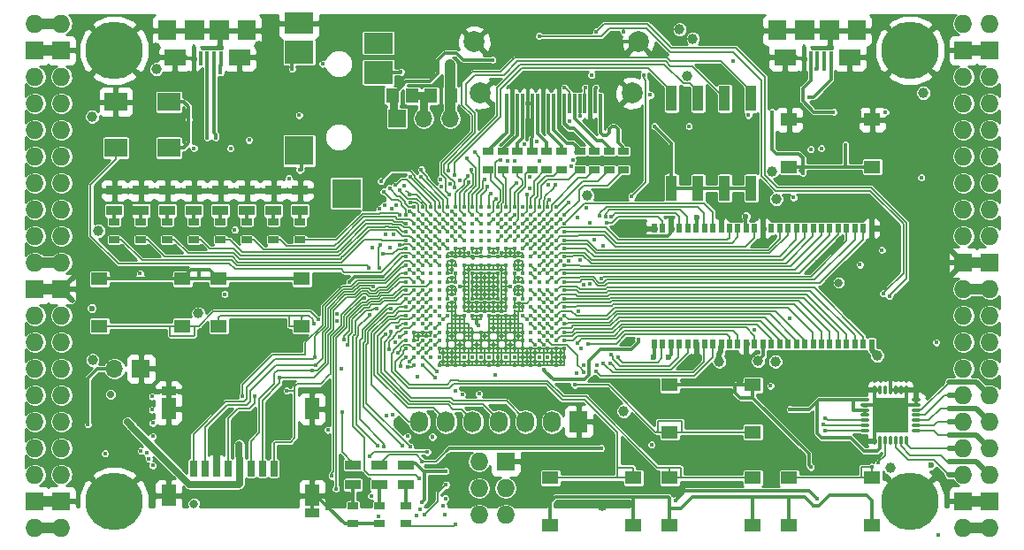
<source format=gtl>
G04 #@! TF.GenerationSoftware,KiCad,Pcbnew,5.0.0+dfsg1-1*
G04 #@! TF.CreationDate,2018-08-11T08:53:58+02:00*
G04 #@! TF.ProjectId,ulx3s,756C7833732E6B696361645F70636200,rev?*
G04 #@! TF.SameCoordinates,Original*
G04 #@! TF.FileFunction,Copper,L1,Top,Signal*
G04 #@! TF.FilePolarity,Positive*
%FSLAX46Y46*%
G04 Gerber Fmt 4.6, Leading zero omitted, Abs format (unit mm)*
G04 Created by KiCad (PCBNEW 5.0.0+dfsg1-1) date Sat Aug 11 08:53:58 2018*
%MOMM*%
%LPD*%
G01*
G04 APERTURE LIST*
G04 #@! TA.AperFunction,BGAPad,CuDef*
%ADD10C,0.400000*%
G04 #@! TD*
G04 #@! TA.AperFunction,SMDPad,CuDef*
%ADD11R,0.300000X1.900000*%
G04 #@! TD*
G04 #@! TA.AperFunction,ComponentPad*
%ADD12C,2.000000*%
G04 #@! TD*
G04 #@! TA.AperFunction,SMDPad,CuDef*
%ADD13R,1.120000X2.440000*%
G04 #@! TD*
G04 #@! TA.AperFunction,SMDPad,CuDef*
%ADD14R,0.560000X0.900000*%
G04 #@! TD*
G04 #@! TA.AperFunction,ComponentPad*
%ADD15O,1.727200X1.727200*%
G04 #@! TD*
G04 #@! TA.AperFunction,ComponentPad*
%ADD16R,1.727200X1.727200*%
G04 #@! TD*
G04 #@! TA.AperFunction,ComponentPad*
%ADD17C,5.500000*%
G04 #@! TD*
G04 #@! TA.AperFunction,SMDPad,CuDef*
%ADD18O,0.850000X0.300000*%
G04 #@! TD*
G04 #@! TA.AperFunction,SMDPad,CuDef*
%ADD19O,0.300000X0.850000*%
G04 #@! TD*
G04 #@! TA.AperFunction,SMDPad,CuDef*
%ADD20R,1.675000X1.675000*%
G04 #@! TD*
G04 #@! TA.AperFunction,ComponentPad*
%ADD21R,1.727200X2.032000*%
G04 #@! TD*
G04 #@! TA.AperFunction,ComponentPad*
%ADD22O,1.727200X2.032000*%
G04 #@! TD*
G04 #@! TA.AperFunction,SMDPad,CuDef*
%ADD23R,2.800000X2.000000*%
G04 #@! TD*
G04 #@! TA.AperFunction,SMDPad,CuDef*
%ADD24R,2.800000X2.200000*%
G04 #@! TD*
G04 #@! TA.AperFunction,SMDPad,CuDef*
%ADD25R,2.800000X2.800000*%
G04 #@! TD*
G04 #@! TA.AperFunction,SMDPad,CuDef*
%ADD26R,0.700000X1.500000*%
G04 #@! TD*
G04 #@! TA.AperFunction,SMDPad,CuDef*
%ADD27R,1.450000X0.900000*%
G04 #@! TD*
G04 #@! TA.AperFunction,SMDPad,CuDef*
%ADD28R,1.450000X2.000000*%
G04 #@! TD*
G04 #@! TA.AperFunction,SMDPad,CuDef*
%ADD29R,2.200000X1.800000*%
G04 #@! TD*
G04 #@! TA.AperFunction,SMDPad,CuDef*
%ADD30R,1.000000X0.670000*%
G04 #@! TD*
G04 #@! TA.AperFunction,SMDPad,CuDef*
%ADD31R,1.500000X0.970000*%
G04 #@! TD*
G04 #@! TA.AperFunction,ComponentPad*
%ADD32R,1.700000X1.700000*%
G04 #@! TD*
G04 #@! TA.AperFunction,ComponentPad*
%ADD33O,1.700000X1.700000*%
G04 #@! TD*
G04 #@! TA.AperFunction,SMDPad,CuDef*
%ADD34R,1.295000X1.400000*%
G04 #@! TD*
G04 #@! TA.AperFunction,SMDPad,CuDef*
%ADD35R,1.800000X1.900000*%
G04 #@! TD*
G04 #@! TA.AperFunction,SMDPad,CuDef*
%ADD36R,0.400000X1.350000*%
G04 #@! TD*
G04 #@! TA.AperFunction,SMDPad,CuDef*
%ADD37R,1.900000X1.900000*%
G04 #@! TD*
G04 #@! TA.AperFunction,SMDPad,CuDef*
%ADD38R,2.100000X1.600000*%
G04 #@! TD*
G04 #@! TA.AperFunction,SMDPad,CuDef*
%ADD39R,1.550000X1.300000*%
G04 #@! TD*
G04 #@! TA.AperFunction,ViaPad*
%ADD40C,2.000000*%
G04 #@! TD*
G04 #@! TA.AperFunction,ViaPad*
%ADD41C,0.419000*%
G04 #@! TD*
G04 #@! TA.AperFunction,ViaPad*
%ADD42C,0.600000*%
G04 #@! TD*
G04 #@! TA.AperFunction,ViaPad*
%ADD43C,1.000000*%
G04 #@! TD*
G04 #@! TA.AperFunction,ViaPad*
%ADD44C,0.800000*%
G04 #@! TD*
G04 #@! TA.AperFunction,ViaPad*
%ADD45C,0.700000*%
G04 #@! TD*
G04 #@! TA.AperFunction,ViaPad*
%ADD46C,0.454000*%
G04 #@! TD*
G04 #@! TA.AperFunction,Conductor*
%ADD47C,0.300000*%
G04 #@! TD*
G04 #@! TA.AperFunction,Conductor*
%ADD48C,0.127000*%
G04 #@! TD*
G04 #@! TA.AperFunction,Conductor*
%ADD49C,0.190000*%
G04 #@! TD*
G04 #@! TA.AperFunction,Conductor*
%ADD50C,0.500000*%
G04 #@! TD*
G04 #@! TA.AperFunction,Conductor*
%ADD51C,1.000000*%
G04 #@! TD*
G04 #@! TA.AperFunction,Conductor*
%ADD52C,0.700000*%
G04 #@! TD*
G04 #@! TA.AperFunction,Conductor*
%ADD53C,0.800000*%
G04 #@! TD*
G04 #@! TA.AperFunction,Conductor*
%ADD54C,0.140000*%
G04 #@! TD*
G04 #@! TA.AperFunction,Conductor*
%ADD55C,0.254000*%
G04 #@! TD*
G04 APERTURE END LIST*
D10*
G04 #@! TO.P,U1,Y19*
G04 #@! TO.N,GND*
X145280000Y-95400000D03*
G04 #@! TO.P,U1,Y17*
X143680000Y-95400000D03*
G04 #@! TO.P,U1,Y16*
X142880000Y-95400000D03*
G04 #@! TO.P,U1,Y15*
X142080000Y-95400000D03*
G04 #@! TO.P,U1,Y14*
X141280000Y-95400000D03*
G04 #@! TO.P,U1,Y12*
X139680000Y-95400000D03*
G04 #@! TO.P,U1,Y11*
X138880000Y-95400000D03*
G04 #@! TO.P,U1,Y8*
X136480000Y-95400000D03*
G04 #@! TO.P,U1,Y7*
X135680000Y-95400000D03*
G04 #@! TO.P,U1,Y6*
X134880000Y-95400000D03*
G04 #@! TO.P,U1,Y5*
X134080000Y-95400000D03*
G04 #@! TO.P,U1,Y3*
G04 #@! TO.N,/flash/FPGA_DONE*
X132480000Y-95400000D03*
G04 #@! TO.P,U1,Y2*
G04 #@! TO.N,/flash/FLASH_nWP*
X131680000Y-95400000D03*
G04 #@! TO.P,U1,W20*
G04 #@! TO.N,GND*
X146080000Y-94600000D03*
G04 #@! TO.P,U1,W19*
X145280000Y-94600000D03*
G04 #@! TO.P,U1,W18*
G04 #@! TO.N,N/C*
X144480000Y-94600000D03*
G04 #@! TO.P,U1,W17*
X143680000Y-94600000D03*
G04 #@! TO.P,U1,W16*
G04 #@! TO.N,GND*
X142880000Y-94600000D03*
G04 #@! TO.P,U1,W15*
X142080000Y-94600000D03*
G04 #@! TO.P,U1,W14*
G04 #@! TO.N,N/C*
X141280000Y-94600000D03*
G04 #@! TO.P,U1,W13*
X140480000Y-94600000D03*
G04 #@! TO.P,U1,W12*
G04 #@! TO.N,GND*
X139680000Y-94600000D03*
G04 #@! TO.P,U1,W11*
G04 #@! TO.N,N/C*
X138880000Y-94600000D03*
G04 #@! TO.P,U1,W10*
X138080000Y-94600000D03*
G04 #@! TO.P,U1,W9*
X137280000Y-94600000D03*
G04 #@! TO.P,U1,W8*
X136480000Y-94600000D03*
G04 #@! TO.P,U1,W7*
G04 #@! TO.N,GND*
X135680000Y-94600000D03*
G04 #@! TO.P,U1,W6*
X134880000Y-94600000D03*
G04 #@! TO.P,U1,W5*
G04 #@! TO.N,N/C*
X134080000Y-94600000D03*
G04 #@! TO.P,U1,W4*
X133280000Y-94600000D03*
G04 #@! TO.P,U1,W3*
G04 #@! TO.N,/flash/FPGA_PROGRAMN*
X132480000Y-94600000D03*
G04 #@! TO.P,U1,W2*
G04 #@! TO.N,/flash/FLASH_MOSI*
X131680000Y-94600000D03*
G04 #@! TO.P,U1,W1*
G04 #@! TO.N,/flash/FLASH_nHOLD*
X130880000Y-94600000D03*
G04 #@! TO.P,U1,V20*
G04 #@! TO.N,GND*
X146080000Y-93800000D03*
G04 #@! TO.P,U1,V19*
X145280000Y-93800000D03*
G04 #@! TO.P,U1,V18*
X144480000Y-93800000D03*
G04 #@! TO.P,U1,V17*
X143680000Y-93800000D03*
G04 #@! TO.P,U1,V16*
X142880000Y-93800000D03*
G04 #@! TO.P,U1,V15*
X142080000Y-93800000D03*
G04 #@! TO.P,U1,V14*
X141280000Y-93800000D03*
G04 #@! TO.P,U1,V13*
X140480000Y-93800000D03*
G04 #@! TO.P,U1,V12*
X139680000Y-93800000D03*
G04 #@! TO.P,U1,V11*
X138880000Y-93800000D03*
G04 #@! TO.P,U1,V10*
X138080000Y-93800000D03*
G04 #@! TO.P,U1,V9*
X137280000Y-93800000D03*
G04 #@! TO.P,U1,V8*
X136480000Y-93800000D03*
G04 #@! TO.P,U1,V7*
X135680000Y-93800000D03*
G04 #@! TO.P,U1,V6*
X134880000Y-93800000D03*
G04 #@! TO.P,U1,V5*
X134080000Y-93800000D03*
G04 #@! TO.P,U1,V4*
G04 #@! TO.N,JTAG_TDO*
X133280000Y-93800000D03*
G04 #@! TO.P,U1,V3*
G04 #@! TO.N,/flash/FPGA_INITN*
X132480000Y-93800000D03*
G04 #@! TO.P,U1,V2*
G04 #@! TO.N,/flash/FLASH_MISO*
X131680000Y-93800000D03*
G04 #@! TO.P,U1,V1*
G04 #@! TO.N,BTN_D*
X130880000Y-93800000D03*
G04 #@! TO.P,U1,U20*
G04 #@! TO.N,SDRAM_D7*
X146080000Y-93000000D03*
G04 #@! TO.P,U1,U19*
G04 #@! TO.N,SDRAM_DQM0*
X145280000Y-93000000D03*
G04 #@! TO.P,U1,U18*
G04 #@! TO.N,GP14*
X144480000Y-93000000D03*
G04 #@! TO.P,U1,U17*
G04 #@! TO.N,GN14*
X143680000Y-93000000D03*
G04 #@! TO.P,U1,U16*
G04 #@! TO.N,ADC_MISO*
X142880000Y-93000000D03*
G04 #@! TO.P,U1,U15*
G04 #@! TO.N,GND*
X142080000Y-93000000D03*
G04 #@! TO.P,U1,U14*
X141280000Y-93000000D03*
G04 #@! TO.P,U1,U13*
X140480000Y-93000000D03*
G04 #@! TO.P,U1,U12*
X139680000Y-93000000D03*
G04 #@! TO.P,U1,U11*
X138880000Y-93000000D03*
G04 #@! TO.P,U1,U10*
X138080000Y-93000000D03*
G04 #@! TO.P,U1,U9*
X137280000Y-93000000D03*
G04 #@! TO.P,U1,U8*
X136480000Y-93000000D03*
G04 #@! TO.P,U1,U7*
X135680000Y-93000000D03*
G04 #@! TO.P,U1,U6*
X134880000Y-93000000D03*
G04 #@! TO.P,U1,U5*
G04 #@! TO.N,JTAG_TMS*
X134080000Y-93000000D03*
G04 #@! TO.P,U1,U4*
G04 #@! TO.N,GND*
X133280000Y-93000000D03*
G04 #@! TO.P,U1,U3*
G04 #@! TO.N,/flash/FLASH_SCK*
X132480000Y-93000000D03*
G04 #@! TO.P,U1,U2*
G04 #@! TO.N,+3V3*
X131680000Y-93000000D03*
G04 #@! TO.P,U1,U1*
G04 #@! TO.N,BTN_L*
X130880000Y-93000000D03*
G04 #@! TO.P,U1,T20*
G04 #@! TO.N,SDRAM_nWE*
X146080000Y-92200000D03*
G04 #@! TO.P,U1,T19*
G04 #@! TO.N,SDRAM_nCAS*
X145280000Y-92200000D03*
G04 #@! TO.P,U1,T18*
G04 #@! TO.N,SDRAM_D5*
X144480000Y-92200000D03*
G04 #@! TO.P,U1,T17*
G04 #@! TO.N,SDRAM_D6*
X143680000Y-92200000D03*
G04 #@! TO.P,U1,T16*
G04 #@! TO.N,N/C*
X142880000Y-92200000D03*
G04 #@! TO.P,U1,T15*
G04 #@! TO.N,GND*
X142080000Y-92200000D03*
G04 #@! TO.P,U1,T14*
X141280000Y-92200000D03*
G04 #@! TO.P,U1,T13*
X140480000Y-92200000D03*
G04 #@! TO.P,U1,T12*
X139680000Y-92200000D03*
G04 #@! TO.P,U1,T11*
X138880000Y-92200000D03*
G04 #@! TO.P,U1,T10*
X138080000Y-92200000D03*
G04 #@! TO.P,U1,T9*
X137280000Y-92200000D03*
G04 #@! TO.P,U1,T8*
X136480000Y-92200000D03*
G04 #@! TO.P,U1,T7*
X135680000Y-92200000D03*
G04 #@! TO.P,U1,T6*
X134880000Y-92200000D03*
G04 #@! TO.P,U1,T5*
G04 #@! TO.N,JTAG_TCK*
X134080000Y-92200000D03*
G04 #@! TO.P,U1,T4*
G04 #@! TO.N,+3V3*
X133280000Y-92200000D03*
G04 #@! TO.P,U1,T3*
X132480000Y-92200000D03*
G04 #@! TO.P,U1,T2*
X131680000Y-92200000D03*
G04 #@! TO.P,U1,T1*
G04 #@! TO.N,BTN_F2*
X130880000Y-92200000D03*
G04 #@! TO.P,U1,R20*
G04 #@! TO.N,SDRAM_nRAS*
X146080000Y-91400000D03*
G04 #@! TO.P,U1,R19*
G04 #@! TO.N,GND*
X145280000Y-91400000D03*
G04 #@! TO.P,U1,R18*
G04 #@! TO.N,BTN_U*
X144480000Y-91400000D03*
G04 #@! TO.P,U1,R17*
G04 #@! TO.N,ADC_CSn*
X143680000Y-91400000D03*
G04 #@! TO.P,U1,R16*
G04 #@! TO.N,ADC_MOSI*
X142880000Y-91400000D03*
G04 #@! TO.P,U1,R5*
G04 #@! TO.N,JTAG_TDI*
X134080000Y-91400000D03*
G04 #@! TO.P,U1,R4*
G04 #@! TO.N,GND*
X133280000Y-91400000D03*
G04 #@! TO.P,U1,R3*
G04 #@! TO.N,N/C*
X132480000Y-91400000D03*
G04 #@! TO.P,U1,R2*
G04 #@! TO.N,/flash/FLASH_nCS*
X131680000Y-91400000D03*
G04 #@! TO.P,U1,R1*
G04 #@! TO.N,BTN_F1*
X130880000Y-91400000D03*
G04 #@! TO.P,U1,P20*
G04 #@! TO.N,SDRAM_nCS*
X146080000Y-90600000D03*
G04 #@! TO.P,U1,P19*
G04 #@! TO.N,SDRAM_BA0*
X145280000Y-90600000D03*
G04 #@! TO.P,U1,P18*
G04 #@! TO.N,SDRAM_D4*
X144480000Y-90600000D03*
G04 #@! TO.P,U1,P17*
G04 #@! TO.N,ADC_SCLK*
X143680000Y-90600000D03*
G04 #@! TO.P,U1,P16*
G04 #@! TO.N,GN15*
X142880000Y-90600000D03*
G04 #@! TO.P,U1,P15*
G04 #@! TO.N,+2V5*
X142080000Y-90600000D03*
G04 #@! TO.P,U1,P14*
G04 #@! TO.N,GND*
X141280000Y-90600000D03*
G04 #@! TO.P,U1,P13*
X140480000Y-90600000D03*
G04 #@! TO.P,U1,P12*
X139680000Y-90600000D03*
G04 #@! TO.P,U1,P11*
X138880000Y-90600000D03*
G04 #@! TO.P,U1,P10*
G04 #@! TO.N,+3V3*
X138080000Y-90600000D03*
G04 #@! TO.P,U1,P9*
X137280000Y-90600000D03*
G04 #@! TO.P,U1,P8*
G04 #@! TO.N,GND*
X136480000Y-90600000D03*
G04 #@! TO.P,U1,P7*
X135680000Y-90600000D03*
G04 #@! TO.P,U1,P6*
G04 #@! TO.N,+2V5*
X134880000Y-90600000D03*
G04 #@! TO.P,U1,P5*
G04 #@! TO.N,N/C*
X134080000Y-90600000D03*
G04 #@! TO.P,U1,P4*
G04 #@! TO.N,OLED_CLK*
X133280000Y-90600000D03*
G04 #@! TO.P,U1,P3*
G04 #@! TO.N,OLED_MOSI*
X132480000Y-90600000D03*
G04 #@! TO.P,U1,P2*
G04 #@! TO.N,OLED_RES*
X131680000Y-90600000D03*
G04 #@! TO.P,U1,P1*
G04 #@! TO.N,OLED_DC*
X130880000Y-90600000D03*
G04 #@! TO.P,U1,N20*
G04 #@! TO.N,SDRAM_BA1*
X146080000Y-89800000D03*
G04 #@! TO.P,U1,N19*
G04 #@! TO.N,SDRAM_A10*
X145280000Y-89800000D03*
G04 #@! TO.P,U1,N18*
G04 #@! TO.N,SDRAM_D3*
X144480000Y-89800000D03*
G04 #@! TO.P,U1,N17*
G04 #@! TO.N,GP15*
X143680000Y-89800000D03*
G04 #@! TO.P,U1,N16*
G04 #@! TO.N,GP16*
X142880000Y-89800000D03*
G04 #@! TO.P,U1,N15*
G04 #@! TO.N,GND*
X142080000Y-89800000D03*
G04 #@! TO.P,U1,N14*
X141280000Y-89800000D03*
G04 #@! TO.P,U1,N13*
G04 #@! TO.N,+1V1*
X140480000Y-89800000D03*
G04 #@! TO.P,U1,N12*
X139680000Y-89800000D03*
G04 #@! TO.P,U1,N11*
X138880000Y-89800000D03*
G04 #@! TO.P,U1,N10*
X138080000Y-89800000D03*
G04 #@! TO.P,U1,N9*
X137280000Y-89800000D03*
G04 #@! TO.P,U1,N8*
X136480000Y-89800000D03*
G04 #@! TO.P,U1,N7*
G04 #@! TO.N,GND*
X135680000Y-89800000D03*
G04 #@! TO.P,U1,N6*
X134880000Y-89800000D03*
G04 #@! TO.P,U1,N5*
G04 #@! TO.N,N/C*
X134080000Y-89800000D03*
G04 #@! TO.P,U1,N4*
G04 #@! TO.N,WIFI_GPIO5*
X133280000Y-89800000D03*
G04 #@! TO.P,U1,N3*
G04 #@! TO.N,WIFI_GPIO17*
X132480000Y-89800000D03*
G04 #@! TO.P,U1,N2*
G04 #@! TO.N,OLED_CS*
X131680000Y-89800000D03*
G04 #@! TO.P,U1,N1*
G04 #@! TO.N,FTDI_nDTR*
X130880000Y-89800000D03*
G04 #@! TO.P,U1,M20*
G04 #@! TO.N,SDRAM_A0*
X146080000Y-89000000D03*
G04 #@! TO.P,U1,M19*
G04 #@! TO.N,SDRAM_A1*
X145280000Y-89000000D03*
G04 #@! TO.P,U1,M18*
G04 #@! TO.N,SDRAM_D2*
X144480000Y-89000000D03*
G04 #@! TO.P,U1,M17*
G04 #@! TO.N,GN16*
X143680000Y-89000000D03*
G04 #@! TO.P,U1,M16*
G04 #@! TO.N,GND*
X142880000Y-89000000D03*
G04 #@! TO.P,U1,M15*
G04 #@! TO.N,+3V3*
X142080000Y-89000000D03*
G04 #@! TO.P,U1,M14*
G04 #@! TO.N,GND*
X141280000Y-89000000D03*
G04 #@! TO.P,U1,M13*
G04 #@! TO.N,+1V1*
X140480000Y-89000000D03*
G04 #@! TO.P,U1,M12*
G04 #@! TO.N,GND*
X139680000Y-89000000D03*
G04 #@! TO.P,U1,M11*
X138880000Y-89000000D03*
G04 #@! TO.P,U1,M10*
X138080000Y-89000000D03*
G04 #@! TO.P,U1,M9*
X137280000Y-89000000D03*
G04 #@! TO.P,U1,M8*
G04 #@! TO.N,+1V1*
X136480000Y-89000000D03*
G04 #@! TO.P,U1,M7*
G04 #@! TO.N,GND*
X135680000Y-89000000D03*
G04 #@! TO.P,U1,M6*
G04 #@! TO.N,+3V3*
X134880000Y-89000000D03*
G04 #@! TO.P,U1,M5*
G04 #@! TO.N,N/C*
X134080000Y-89000000D03*
G04 #@! TO.P,U1,M4*
G04 #@! TO.N,USER_PROGRAMN*
X133280000Y-89000000D03*
G04 #@! TO.P,U1,M3*
G04 #@! TO.N,FTDI_nRTS*
X132480000Y-89000000D03*
G04 #@! TO.P,U1,M2*
G04 #@! TO.N,GND*
X131680000Y-89000000D03*
G04 #@! TO.P,U1,M1*
G04 #@! TO.N,FTDI_TXD*
X130880000Y-89000000D03*
G04 #@! TO.P,U1,L20*
G04 #@! TO.N,SDRAM_A2*
X146080000Y-88200000D03*
G04 #@! TO.P,U1,L19*
G04 #@! TO.N,SDRAM_A3*
X145280000Y-88200000D03*
G04 #@! TO.P,U1,L18*
G04 #@! TO.N,SDRAM_D1*
X144480000Y-88200000D03*
G04 #@! TO.P,U1,L17*
G04 #@! TO.N,GN17*
X143680000Y-88200000D03*
G04 #@! TO.P,U1,L16*
G04 #@! TO.N,GP17*
X142880000Y-88200000D03*
G04 #@! TO.P,U1,L15*
G04 #@! TO.N,+3V3*
X142080000Y-88200000D03*
G04 #@! TO.P,U1,L14*
X141280000Y-88200000D03*
G04 #@! TO.P,U1,L13*
G04 #@! TO.N,+1V1*
X140480000Y-88200000D03*
G04 #@! TO.P,U1,L12*
G04 #@! TO.N,GND*
X139680000Y-88200000D03*
G04 #@! TO.P,U1,L11*
X138880000Y-88200000D03*
G04 #@! TO.P,U1,L10*
X138080000Y-88200000D03*
G04 #@! TO.P,U1,L9*
X137280000Y-88200000D03*
G04 #@! TO.P,U1,L8*
G04 #@! TO.N,+1V1*
X136480000Y-88200000D03*
G04 #@! TO.P,U1,L7*
G04 #@! TO.N,+3V3*
X135680000Y-88200000D03*
G04 #@! TO.P,U1,L6*
X134880000Y-88200000D03*
G04 #@! TO.P,U1,L5*
G04 #@! TO.N,N/C*
X134080000Y-88200000D03*
G04 #@! TO.P,U1,L4*
G04 #@! TO.N,FTDI_RXD*
X133280000Y-88200000D03*
G04 #@! TO.P,U1,L3*
G04 #@! TO.N,FTDI_TXDEN*
X132480000Y-88200000D03*
G04 #@! TO.P,U1,L2*
G04 #@! TO.N,WIFI_GPIO0*
X131680000Y-88200000D03*
G04 #@! TO.P,U1,L1*
G04 #@! TO.N,WIFI_GPIO16*
X130880000Y-88200000D03*
G04 #@! TO.P,U1,K20*
G04 #@! TO.N,SDRAM_A4*
X146080000Y-87400000D03*
G04 #@! TO.P,U1,K19*
G04 #@! TO.N,SDRAM_A5*
X145280000Y-87400000D03*
G04 #@! TO.P,U1,K18*
G04 #@! TO.N,SDRAM_A6*
X144480000Y-87400000D03*
G04 #@! TO.P,U1,K17*
G04 #@! TO.N,N/C*
X143680000Y-87400000D03*
G04 #@! TO.P,U1,K16*
X142880000Y-87400000D03*
G04 #@! TO.P,U1,K15*
G04 #@! TO.N,GND*
X142080000Y-87400000D03*
G04 #@! TO.P,U1,K14*
X141280000Y-87400000D03*
G04 #@! TO.P,U1,K13*
G04 #@! TO.N,+1V1*
X140480000Y-87400000D03*
G04 #@! TO.P,U1,K12*
G04 #@! TO.N,GND*
X139680000Y-87400000D03*
G04 #@! TO.P,U1,K11*
X138880000Y-87400000D03*
G04 #@! TO.P,U1,K10*
X138080000Y-87400000D03*
G04 #@! TO.P,U1,K9*
X137280000Y-87400000D03*
G04 #@! TO.P,U1,K8*
G04 #@! TO.N,+1V1*
X136480000Y-87400000D03*
G04 #@! TO.P,U1,K7*
G04 #@! TO.N,GND*
X135680000Y-87400000D03*
G04 #@! TO.P,U1,K6*
X134880000Y-87400000D03*
G04 #@! TO.P,U1,K5*
G04 #@! TO.N,N/C*
X134080000Y-87400000D03*
G04 #@! TO.P,U1,K4*
G04 #@! TO.N,WIFI_TXD*
X133280000Y-87400000D03*
G04 #@! TO.P,U1,K3*
G04 #@! TO.N,WIFI_RXD*
X132480000Y-87400000D03*
G04 #@! TO.P,U1,K2*
G04 #@! TO.N,SD_D3*
X131680000Y-87400000D03*
G04 #@! TO.P,U1,K1*
G04 #@! TO.N,SD_D2*
X130880000Y-87400000D03*
G04 #@! TO.P,U1,J20*
G04 #@! TO.N,SDRAM_A7*
X146080000Y-86600000D03*
G04 #@! TO.P,U1,J19*
G04 #@! TO.N,SDRAM_A8*
X145280000Y-86600000D03*
G04 #@! TO.P,U1,J18*
G04 #@! TO.N,SDRAM_D14*
X144480000Y-86600000D03*
G04 #@! TO.P,U1,J17*
G04 #@! TO.N,SDRAM_D15*
X143680000Y-86600000D03*
G04 #@! TO.P,U1,J16*
G04 #@! TO.N,SDRAM_D0*
X142880000Y-86600000D03*
G04 #@! TO.P,U1,J15*
G04 #@! TO.N,+3V3*
X142080000Y-86600000D03*
G04 #@! TO.P,U1,J14*
G04 #@! TO.N,GND*
X141280000Y-86600000D03*
G04 #@! TO.P,U1,J13*
G04 #@! TO.N,+1V1*
X140480000Y-86600000D03*
G04 #@! TO.P,U1,J12*
G04 #@! TO.N,GND*
X139680000Y-86600000D03*
G04 #@! TO.P,U1,J11*
X138880000Y-86600000D03*
G04 #@! TO.P,U1,J10*
X138080000Y-86600000D03*
G04 #@! TO.P,U1,J9*
X137280000Y-86600000D03*
G04 #@! TO.P,U1,J8*
G04 #@! TO.N,+1V1*
X136480000Y-86600000D03*
G04 #@! TO.P,U1,J7*
G04 #@! TO.N,GND*
X135680000Y-86600000D03*
G04 #@! TO.P,U1,J6*
G04 #@! TO.N,2V5_3V3*
X134880000Y-86600000D03*
G04 #@! TO.P,U1,J5*
G04 #@! TO.N,N/C*
X134080000Y-86600000D03*
G04 #@! TO.P,U1,J4*
X133280000Y-86600000D03*
G04 #@! TO.P,U1,J3*
G04 #@! TO.N,SD_D0*
X132480000Y-86600000D03*
G04 #@! TO.P,U1,J2*
G04 #@! TO.N,GND*
X131680000Y-86600000D03*
G04 #@! TO.P,U1,J1*
G04 #@! TO.N,SD_CMD*
X130880000Y-86600000D03*
G04 #@! TO.P,U1,H20*
G04 #@! TO.N,SDRAM_A9*
X146080000Y-85800000D03*
G04 #@! TO.P,U1,H19*
G04 #@! TO.N,GND*
X145280000Y-85800000D03*
G04 #@! TO.P,U1,H18*
G04 #@! TO.N,GP18*
X144480000Y-85800000D03*
G04 #@! TO.P,U1,H17*
G04 #@! TO.N,GN18*
X143680000Y-85800000D03*
G04 #@! TO.P,U1,H16*
G04 #@! TO.N,BTN_R*
X142880000Y-85800000D03*
G04 #@! TO.P,U1,H15*
G04 #@! TO.N,+3V3*
X142080000Y-85800000D03*
G04 #@! TO.P,U1,H14*
X141280000Y-85800000D03*
G04 #@! TO.P,U1,H13*
G04 #@! TO.N,+1V1*
X140480000Y-85800000D03*
G04 #@! TO.P,U1,H12*
X139680000Y-85800000D03*
G04 #@! TO.P,U1,H11*
X138880000Y-85800000D03*
G04 #@! TO.P,U1,H10*
X138080000Y-85800000D03*
G04 #@! TO.P,U1,H9*
X137280000Y-85800000D03*
G04 #@! TO.P,U1,H8*
X136480000Y-85800000D03*
G04 #@! TO.P,U1,H7*
G04 #@! TO.N,2V5_3V3*
X135680000Y-85800000D03*
G04 #@! TO.P,U1,H6*
X134880000Y-85800000D03*
G04 #@! TO.P,U1,H5*
G04 #@! TO.N,AUDIO_V0*
X134080000Y-85800000D03*
G04 #@! TO.P,U1,H4*
G04 #@! TO.N,GP13*
X133280000Y-85800000D03*
G04 #@! TO.P,U1,H3*
G04 #@! TO.N,LED7*
X132480000Y-85800000D03*
G04 #@! TO.P,U1,H2*
G04 #@! TO.N,SD_CLK*
X131680000Y-85800000D03*
G04 #@! TO.P,U1,H1*
G04 #@! TO.N,SD_D1*
X130880000Y-85800000D03*
G04 #@! TO.P,U1,G20*
G04 #@! TO.N,SDRAM_A11*
X146080000Y-85000000D03*
G04 #@! TO.P,U1,G19*
G04 #@! TO.N,SDRAM_A12*
X145280000Y-85000000D03*
G04 #@! TO.P,U1,G18*
G04 #@! TO.N,GN19*
X144480000Y-85000000D03*
G04 #@! TO.P,U1,G17*
G04 #@! TO.N,GND*
X143680000Y-85000000D03*
G04 #@! TO.P,U1,G16*
G04 #@! TO.N,SHUTDOWN*
X142880000Y-85000000D03*
G04 #@! TO.P,U1,G15*
G04 #@! TO.N,GND*
X142080000Y-85000000D03*
G04 #@! TO.P,U1,G14*
X141280000Y-85000000D03*
G04 #@! TO.P,U1,G13*
X140480000Y-85000000D03*
G04 #@! TO.P,U1,G12*
X139680000Y-85000000D03*
G04 #@! TO.P,U1,G11*
X138880000Y-85000000D03*
G04 #@! TO.P,U1,G10*
X138080000Y-85000000D03*
G04 #@! TO.P,U1,G9*
X137280000Y-85000000D03*
G04 #@! TO.P,U1,G8*
X136480000Y-85000000D03*
G04 #@! TO.P,U1,G7*
X135680000Y-85000000D03*
G04 #@! TO.P,U1,G6*
X134880000Y-85000000D03*
G04 #@! TO.P,U1,G5*
G04 #@! TO.N,GN13*
X134080000Y-85000000D03*
G04 #@! TO.P,U1,G4*
G04 #@! TO.N,GND*
X133280000Y-85000000D03*
G04 #@! TO.P,U1,G3*
G04 #@! TO.N,GP12*
X132480000Y-85000000D03*
G04 #@! TO.P,U1,G2*
G04 #@! TO.N,CLK_25MHz*
X131680000Y-85000000D03*
G04 #@! TO.P,U1,G1*
G04 #@! TO.N,/usb/ANT_433MHz*
X130880000Y-85000000D03*
G04 #@! TO.P,U1,F20*
G04 #@! TO.N,SDRAM_CKE*
X146080000Y-84200000D03*
G04 #@! TO.P,U1,F19*
G04 #@! TO.N,SDRAM_CLK*
X145280000Y-84200000D03*
G04 #@! TO.P,U1,F18*
G04 #@! TO.N,SDRAM_D13*
X144480000Y-84200000D03*
G04 #@! TO.P,U1,F17*
G04 #@! TO.N,GP19*
X143680000Y-84200000D03*
G04 #@! TO.P,U1,F16*
G04 #@! TO.N,USB_FPGA_D-*
X142880000Y-84200000D03*
G04 #@! TO.P,U1,F15*
G04 #@! TO.N,+2V5*
X142080000Y-84200000D03*
G04 #@! TO.P,U1,F14*
G04 #@! TO.N,GND*
X141280000Y-84200000D03*
G04 #@! TO.P,U1,F13*
X140480000Y-84200000D03*
G04 #@! TO.P,U1,F12*
G04 #@! TO.N,+3V3*
X139680000Y-84200000D03*
G04 #@! TO.P,U1,F11*
X138880000Y-84200000D03*
G04 #@! TO.P,U1,F10*
G04 #@! TO.N,2V5_3V3*
X138080000Y-84200000D03*
G04 #@! TO.P,U1,F9*
X137280000Y-84200000D03*
G04 #@! TO.P,U1,F8*
G04 #@! TO.N,GND*
X136480000Y-84200000D03*
G04 #@! TO.P,U1,F7*
X135680000Y-84200000D03*
G04 #@! TO.P,U1,F6*
G04 #@! TO.N,+2V5*
X134880000Y-84200000D03*
G04 #@! TO.P,U1,F5*
G04 #@! TO.N,AUDIO_V2*
X134080000Y-84200000D03*
G04 #@! TO.P,U1,F4*
G04 #@! TO.N,GP11*
X133280000Y-84200000D03*
G04 #@! TO.P,U1,F3*
G04 #@! TO.N,GN12*
X132480000Y-84200000D03*
G04 #@! TO.P,U1,F2*
G04 #@! TO.N,AUDIO_V1*
X131680000Y-84200000D03*
G04 #@! TO.P,U1,F1*
G04 #@! TO.N,WIFI_EN*
X130880000Y-84200000D03*
G04 #@! TO.P,U1,E20*
G04 #@! TO.N,SDRAM_DQM1*
X146080000Y-83400000D03*
G04 #@! TO.P,U1,E19*
G04 #@! TO.N,SDRAM_D8*
X145280000Y-83400000D03*
G04 #@! TO.P,U1,E18*
G04 #@! TO.N,SDRAM_D12*
X144480000Y-83400000D03*
G04 #@! TO.P,U1,E17*
G04 #@! TO.N,GN20*
X143680000Y-83400000D03*
G04 #@! TO.P,U1,E16*
G04 #@! TO.N,USB_FPGA_D+*
X142880000Y-83400000D03*
G04 #@! TO.P,U1,E15*
G04 #@! TO.N,USB_FPGA_D-*
X142080000Y-83400000D03*
G04 #@! TO.P,U1,E14*
G04 #@! TO.N,GN25*
X141280000Y-83400000D03*
G04 #@! TO.P,U1,E13*
G04 #@! TO.N,GN27*
X140480000Y-83400000D03*
G04 #@! TO.P,U1,E12*
G04 #@! TO.N,FPDI_SCL*
X139680000Y-83400000D03*
G04 #@! TO.P,U1,E11*
G04 #@! TO.N,N/C*
X138880000Y-83400000D03*
G04 #@! TO.P,U1,E10*
X138080000Y-83400000D03*
G04 #@! TO.P,U1,E9*
X137280000Y-83400000D03*
G04 #@! TO.P,U1,E8*
G04 #@! TO.N,SW1*
X136480000Y-83400000D03*
G04 #@! TO.P,U1,E7*
G04 #@! TO.N,SW4*
X135680000Y-83400000D03*
G04 #@! TO.P,U1,E6*
G04 #@! TO.N,N/C*
X134880000Y-83400000D03*
G04 #@! TO.P,U1,E5*
G04 #@! TO.N,AUDIO_V3*
X134080000Y-83400000D03*
G04 #@! TO.P,U1,E4*
G04 #@! TO.N,AUDIO_L0*
X133280000Y-83400000D03*
G04 #@! TO.P,U1,E3*
G04 #@! TO.N,GN11*
X132480000Y-83400000D03*
G04 #@! TO.P,U1,E2*
G04 #@! TO.N,LED5*
X131680000Y-83400000D03*
G04 #@! TO.P,U1,E1*
G04 #@! TO.N,LED6*
X130880000Y-83400000D03*
G04 #@! TO.P,U1,D20*
G04 #@! TO.N,SDRAM_D9*
X146080000Y-82600000D03*
G04 #@! TO.P,U1,D19*
G04 #@! TO.N,SDRAM_D10*
X145280000Y-82600000D03*
G04 #@! TO.P,U1,D18*
G04 #@! TO.N,GP20*
X144480000Y-82600000D03*
G04 #@! TO.P,U1,D17*
G04 #@! TO.N,GN21*
X143680000Y-82600000D03*
G04 #@! TO.P,U1,D16*
G04 #@! TO.N,GN24*
X142880000Y-82600000D03*
G04 #@! TO.P,U1,D15*
G04 #@! TO.N,USB_FPGA_D+*
X142080000Y-82600000D03*
G04 #@! TO.P,U1,D14*
G04 #@! TO.N,GP25*
X141280000Y-82600000D03*
G04 #@! TO.P,U1,D13*
G04 #@! TO.N,GP27*
X140480000Y-82600000D03*
G04 #@! TO.P,U1,D12*
G04 #@! TO.N,N/C*
X139680000Y-82600000D03*
G04 #@! TO.P,U1,D11*
X138880000Y-82600000D03*
G04 #@! TO.P,U1,D10*
X138080000Y-82600000D03*
G04 #@! TO.P,U1,D9*
X137280000Y-82600000D03*
G04 #@! TO.P,U1,D8*
G04 #@! TO.N,SW2*
X136480000Y-82600000D03*
G04 #@! TO.P,U1,D7*
G04 #@! TO.N,SW3*
X135680000Y-82600000D03*
G04 #@! TO.P,U1,D6*
G04 #@! TO.N,BTN_PWRn*
X134880000Y-82600000D03*
G04 #@! TO.P,U1,D5*
G04 #@! TO.N,AUDIO_R2*
X134080000Y-82600000D03*
G04 #@! TO.P,U1,D4*
G04 #@! TO.N,GND*
X133280000Y-82600000D03*
G04 #@! TO.P,U1,D3*
G04 #@! TO.N,AUDIO_L1*
X132480000Y-82600000D03*
G04 #@! TO.P,U1,D2*
G04 #@! TO.N,LED3*
X131680000Y-82600000D03*
G04 #@! TO.P,U1,D1*
G04 #@! TO.N,LED4*
X130880000Y-82600000D03*
G04 #@! TO.P,U1,C20*
G04 #@! TO.N,SDRAM_D11*
X146080000Y-81800000D03*
G04 #@! TO.P,U1,C19*
G04 #@! TO.N,GND*
X145280000Y-81800000D03*
G04 #@! TO.P,U1,C18*
G04 #@! TO.N,GP21*
X144480000Y-81800000D03*
G04 #@! TO.P,U1,C17*
G04 #@! TO.N,GN23*
X143680000Y-81800000D03*
G04 #@! TO.P,U1,C16*
G04 #@! TO.N,GP24*
X142880000Y-81800000D03*
G04 #@! TO.P,U1,C15*
G04 #@! TO.N,GN22*
X142080000Y-81800000D03*
G04 #@! TO.P,U1,C14*
G04 #@! TO.N,FPDI_D1-*
X141280000Y-81800000D03*
G04 #@! TO.P,U1,C13*
G04 #@! TO.N,GN26*
X140480000Y-81800000D03*
G04 #@! TO.P,U1,C12*
G04 #@! TO.N,USB_FPGA_PULL_D-*
X139680000Y-81800000D03*
G04 #@! TO.P,U1,C11*
G04 #@! TO.N,GN0*
X138880000Y-81800000D03*
G04 #@! TO.P,U1,C10*
G04 #@! TO.N,GN3*
X138080000Y-81800000D03*
G04 #@! TO.P,U1,C9*
G04 #@! TO.N,N/C*
X137280000Y-81800000D03*
G04 #@! TO.P,U1,C8*
G04 #@! TO.N,GP5*
X136480000Y-81800000D03*
G04 #@! TO.P,U1,C7*
G04 #@! TO.N,GN6*
X135680000Y-81800000D03*
G04 #@! TO.P,U1,C6*
G04 #@! TO.N,GP6*
X134880000Y-81800000D03*
G04 #@! TO.P,U1,C5*
G04 #@! TO.N,AUDIO_R3*
X134080000Y-81800000D03*
G04 #@! TO.P,U1,C4*
G04 #@! TO.N,GP10*
X133280000Y-81800000D03*
G04 #@! TO.P,U1,C3*
G04 #@! TO.N,AUDIO_L2*
X132480000Y-81800000D03*
G04 #@! TO.P,U1,C2*
G04 #@! TO.N,LED1*
X131680000Y-81800000D03*
G04 #@! TO.P,U1,C1*
G04 #@! TO.N,LED2*
X130880000Y-81800000D03*
G04 #@! TO.P,U1,B20*
G04 #@! TO.N,FPDI_ETH-*
X146080000Y-81000000D03*
G04 #@! TO.P,U1,B19*
G04 #@! TO.N,FPDI_SDA*
X145280000Y-81000000D03*
G04 #@! TO.P,U1,B18*
G04 #@! TO.N,FPDI_CLK-*
X144480000Y-81000000D03*
G04 #@! TO.P,U1,B17*
G04 #@! TO.N,GP23*
X143680000Y-81000000D03*
G04 #@! TO.P,U1,B16*
G04 #@! TO.N,FPDI_D0-*
X142880000Y-81000000D03*
G04 #@! TO.P,U1,B15*
G04 #@! TO.N,GP22*
X142080000Y-81000000D03*
G04 #@! TO.P,U1,B14*
G04 #@! TO.N,GND*
X141280000Y-81000000D03*
G04 #@! TO.P,U1,B13*
G04 #@! TO.N,GP26*
X140480000Y-81000000D03*
G04 #@! TO.P,U1,B12*
G04 #@! TO.N,USB_FPGA_PULL_D+*
X139680000Y-81000000D03*
G04 #@! TO.P,U1,B11*
G04 #@! TO.N,GP0*
X138880000Y-81000000D03*
G04 #@! TO.P,U1,B10*
G04 #@! TO.N,GN2*
X138080000Y-81000000D03*
G04 #@! TO.P,U1,B9*
G04 #@! TO.N,GP3*
X137280000Y-81000000D03*
G04 #@! TO.P,U1,B8*
G04 #@! TO.N,GN5*
X136480000Y-81000000D03*
G04 #@! TO.P,U1,B7*
G04 #@! TO.N,GND*
X135680000Y-81000000D03*
G04 #@! TO.P,U1,B6*
G04 #@! TO.N,GN7*
X134880000Y-81000000D03*
G04 #@! TO.P,U1,B5*
G04 #@! TO.N,AUDIO_R1*
X134080000Y-81000000D03*
G04 #@! TO.P,U1,B4*
G04 #@! TO.N,GN10*
X133280000Y-81000000D03*
G04 #@! TO.P,U1,B3*
G04 #@! TO.N,AUDIO_L3*
X132480000Y-81000000D03*
G04 #@! TO.P,U1,B2*
G04 #@! TO.N,LED0*
X131680000Y-81000000D03*
G04 #@! TO.P,U1,B1*
G04 #@! TO.N,GN9*
X130880000Y-81000000D03*
G04 #@! TO.P,U1,A19*
G04 #@! TO.N,FPDI_ETH+*
X145280000Y-80200000D03*
G04 #@! TO.P,U1,A18*
G04 #@! TO.N,/gpdi/FPDI_CEC*
X144480000Y-80200000D03*
G04 #@! TO.P,U1,A17*
G04 #@! TO.N,FPDI_CLK+*
X143680000Y-80200000D03*
G04 #@! TO.P,U1,A16*
G04 #@! TO.N,FPDI_D0+*
X142880000Y-80200000D03*
G04 #@! TO.P,U1,A15*
G04 #@! TO.N,N/C*
X142080000Y-80200000D03*
G04 #@! TO.P,U1,A14*
G04 #@! TO.N,FPDI_D1+*
X141280000Y-80200000D03*
G04 #@! TO.P,U1,A13*
G04 #@! TO.N,FPDI_D2-*
X140480000Y-80200000D03*
G04 #@! TO.P,U1,A12*
G04 #@! TO.N,FPDI_D2+*
X139680000Y-80200000D03*
G04 #@! TO.P,U1,A11*
G04 #@! TO.N,GN1*
X138880000Y-80200000D03*
G04 #@! TO.P,U1,A10*
G04 #@! TO.N,GP1*
X138080000Y-80200000D03*
G04 #@! TO.P,U1,A9*
G04 #@! TO.N,GP2*
X137280000Y-80200000D03*
G04 #@! TO.P,U1,A8*
G04 #@! TO.N,GN4*
X136480000Y-80200000D03*
G04 #@! TO.P,U1,A7*
G04 #@! TO.N,GP4*
X135680000Y-80200000D03*
G04 #@! TO.P,U1,A6*
G04 #@! TO.N,GP7*
X134880000Y-80200000D03*
G04 #@! TO.P,U1,A5*
G04 #@! TO.N,GN8*
X134080000Y-80200000D03*
G04 #@! TO.P,U1,A4*
G04 #@! TO.N,GP8*
X133280000Y-80200000D03*
G04 #@! TO.P,U1,A3*
G04 #@! TO.N,AUDIO_R0*
X132480000Y-80200000D03*
G04 #@! TO.P,U1,A2*
G04 #@! TO.N,GP9*
X131680000Y-80200000D03*
G04 #@! TD*
D11*
G04 #@! TO.P,GPDI1,19*
G04 #@! TO.N,/gpdi/GPDI_ETH-*
X149546000Y-70312000D03*
G04 #@! TO.P,GPDI1,18*
G04 #@! TO.N,+5V*
X149046000Y-70312000D03*
G04 #@! TO.P,GPDI1,17*
G04 #@! TO.N,GND*
X148546000Y-70312000D03*
G04 #@! TO.P,GPDI1,16*
G04 #@! TO.N,GPDI_SDA*
X148046000Y-70312000D03*
G04 #@! TO.P,GPDI1,15*
G04 #@! TO.N,GPDI_SCL*
X147546000Y-70312000D03*
G04 #@! TO.P,GPDI1,14*
G04 #@! TO.N,/gpdi/GPDI_ETH+*
X147046000Y-70312000D03*
G04 #@! TO.P,GPDI1,13*
G04 #@! TO.N,GPDI_CEC*
X146546000Y-70312000D03*
G04 #@! TO.P,GPDI1,12*
G04 #@! TO.N,/gpdi/GPDI_CLK-*
X146046000Y-70312000D03*
G04 #@! TO.P,GPDI1,11*
G04 #@! TO.N,GND*
X145546000Y-70312000D03*
G04 #@! TO.P,GPDI1,10*
G04 #@! TO.N,/gpdi/GPDI_CLK+*
X145046000Y-70312000D03*
G04 #@! TO.P,GPDI1,9*
G04 #@! TO.N,/gpdi/GPDI_D0-*
X144546000Y-70312000D03*
G04 #@! TO.P,GPDI1,8*
G04 #@! TO.N,GND*
X144046000Y-70312000D03*
G04 #@! TO.P,GPDI1,7*
G04 #@! TO.N,/gpdi/GPDI_D0+*
X143546000Y-70312000D03*
G04 #@! TO.P,GPDI1,6*
G04 #@! TO.N,/gpdi/GPDI_D1-*
X143046000Y-70312000D03*
G04 #@! TO.P,GPDI1,5*
G04 #@! TO.N,GND*
X142546000Y-70312000D03*
G04 #@! TO.P,GPDI1,4*
G04 #@! TO.N,/gpdi/GPDI_D1+*
X142046000Y-70312000D03*
G04 #@! TO.P,GPDI1,3*
G04 #@! TO.N,/gpdi/GPDI_D2-*
X141546000Y-70312000D03*
G04 #@! TO.P,GPDI1,2*
G04 #@! TO.N,GND*
X141046000Y-70312000D03*
G04 #@! TO.P,GPDI1,1*
G04 #@! TO.N,/gpdi/GPDI_D2+*
X140546000Y-70312000D03*
D12*
G04 #@! TO.P,GPDI1,0*
G04 #@! TO.N,GND*
X152546000Y-69312000D03*
X138046000Y-69312000D03*
X153146000Y-64412000D03*
X137446000Y-64412000D03*
G04 #@! TD*
D13*
G04 #@! TO.P,SW1,8*
G04 #@! TO.N,SW1*
X156330000Y-69815000D03*
G04 #@! TO.P,SW1,4*
G04 #@! TO.N,/blinkey/SWPU*
X163950000Y-78425000D03*
G04 #@! TO.P,SW1,7*
G04 #@! TO.N,SW2*
X158870000Y-69815000D03*
G04 #@! TO.P,SW1,3*
G04 #@! TO.N,/blinkey/SWPU*
X161410000Y-78425000D03*
G04 #@! TO.P,SW1,6*
G04 #@! TO.N,SW3*
X161410000Y-69815000D03*
G04 #@! TO.P,SW1,2*
G04 #@! TO.N,/blinkey/SWPU*
X158870000Y-78425000D03*
G04 #@! TO.P,SW1,5*
G04 #@! TO.N,SW4*
X163950000Y-69815000D03*
G04 #@! TO.P,SW1,1*
G04 #@! TO.N,/blinkey/SWPU*
X156330000Y-78425000D03*
G04 #@! TD*
D14*
G04 #@! TO.P,U2,28*
G04 #@! TO.N,GND*
X175493000Y-82270000D03*
G04 #@! TO.P,U2,1*
G04 #@! TO.N,+3V3*
X154693000Y-93330000D03*
G04 #@! TO.P,U2,2*
G04 #@! TO.N,SDRAM_D0*
X155493000Y-93330000D03*
G04 #@! TO.P,U2,3*
G04 #@! TO.N,+3V3*
X156293000Y-93330000D03*
G04 #@! TO.P,U2,4*
G04 #@! TO.N,SDRAM_D1*
X157093000Y-93330000D03*
G04 #@! TO.P,U2,5*
G04 #@! TO.N,SDRAM_D2*
X157893000Y-93330000D03*
G04 #@! TO.P,U2,6*
G04 #@! TO.N,GND*
X158693000Y-93330000D03*
G04 #@! TO.P,U2,7*
G04 #@! TO.N,SDRAM_D3*
X159493000Y-93330000D03*
G04 #@! TO.P,U2,8*
G04 #@! TO.N,SDRAM_D4*
X160293000Y-93330000D03*
G04 #@! TO.P,U2,9*
G04 #@! TO.N,+3V3*
X161093000Y-93330000D03*
G04 #@! TO.P,U2,10*
G04 #@! TO.N,SDRAM_D5*
X161893000Y-93330000D03*
G04 #@! TO.P,U2,11*
G04 #@! TO.N,SDRAM_D6*
X162693000Y-93330000D03*
G04 #@! TO.P,U2,12*
G04 #@! TO.N,GND*
X163493000Y-93330000D03*
G04 #@! TO.P,U2,13*
G04 #@! TO.N,SDRAM_D7*
X164293000Y-93330000D03*
G04 #@! TO.P,U2,14*
G04 #@! TO.N,+3V3*
X165093000Y-93330000D03*
G04 #@! TO.P,U2,15*
G04 #@! TO.N,SDRAM_DQM0*
X165893000Y-93330000D03*
G04 #@! TO.P,U2,16*
G04 #@! TO.N,SDRAM_nWE*
X166693000Y-93330000D03*
G04 #@! TO.P,U2,17*
G04 #@! TO.N,SDRAM_nCAS*
X167493000Y-93330000D03*
G04 #@! TO.P,U2,18*
G04 #@! TO.N,SDRAM_nRAS*
X168293000Y-93330000D03*
G04 #@! TO.P,U2,19*
G04 #@! TO.N,SDRAM_nCS*
X169093000Y-93330000D03*
G04 #@! TO.P,U2,20*
G04 #@! TO.N,SDRAM_BA0*
X169893000Y-93330000D03*
G04 #@! TO.P,U2,21*
G04 #@! TO.N,SDRAM_BA1*
X170693000Y-93330000D03*
G04 #@! TO.P,U2,22*
G04 #@! TO.N,SDRAM_A10*
X171493000Y-93330000D03*
G04 #@! TO.P,U2,23*
G04 #@! TO.N,SDRAM_A0*
X172293000Y-93330000D03*
G04 #@! TO.P,U2,24*
G04 #@! TO.N,SDRAM_A1*
X173093000Y-93330000D03*
G04 #@! TO.P,U2,25*
G04 #@! TO.N,SDRAM_A2*
X173893000Y-93330000D03*
G04 #@! TO.P,U2,26*
G04 #@! TO.N,SDRAM_A3*
X174693000Y-93330000D03*
G04 #@! TO.P,U2,27*
G04 #@! TO.N,+3V3*
X175493000Y-93330000D03*
G04 #@! TO.P,U2,29*
G04 #@! TO.N,SDRAM_A4*
X174693000Y-82270000D03*
G04 #@! TO.P,U2,30*
G04 #@! TO.N,SDRAM_A5*
X173893000Y-82270000D03*
G04 #@! TO.P,U2,31*
G04 #@! TO.N,SDRAM_A6*
X173093000Y-82270000D03*
G04 #@! TO.P,U2,32*
G04 #@! TO.N,SDRAM_A7*
X172293000Y-82270000D03*
G04 #@! TO.P,U2,33*
G04 #@! TO.N,SDRAM_A8*
X171493000Y-82270000D03*
G04 #@! TO.P,U2,34*
G04 #@! TO.N,SDRAM_A9*
X170693000Y-82270000D03*
G04 #@! TO.P,U2,35*
G04 #@! TO.N,SDRAM_A11*
X169893000Y-82270000D03*
G04 #@! TO.P,U2,36*
G04 #@! TO.N,SDRAM_A12*
X169093000Y-82270000D03*
G04 #@! TO.P,U2,37*
G04 #@! TO.N,SDRAM_CKE*
X168293000Y-82270000D03*
G04 #@! TO.P,U2,38*
G04 #@! TO.N,SDRAM_CLK*
X167493000Y-82270000D03*
G04 #@! TO.P,U2,39*
G04 #@! TO.N,SDRAM_DQM1*
X166693000Y-82270000D03*
G04 #@! TO.P,U2,40*
G04 #@! TO.N,N/C*
X165893000Y-82270000D03*
G04 #@! TO.P,U2,41*
G04 #@! TO.N,GND*
X165093000Y-82270000D03*
G04 #@! TO.P,U2,42*
G04 #@! TO.N,SDRAM_D8*
X164293000Y-82270000D03*
G04 #@! TO.P,U2,43*
G04 #@! TO.N,+3V3*
X163493000Y-82270000D03*
G04 #@! TO.P,U2,44*
G04 #@! TO.N,SDRAM_D9*
X162693000Y-82270000D03*
G04 #@! TO.P,U2,45*
G04 #@! TO.N,SDRAM_D10*
X161893000Y-82270000D03*
G04 #@! TO.P,U2,46*
G04 #@! TO.N,GND*
X161093000Y-82270000D03*
G04 #@! TO.P,U2,47*
G04 #@! TO.N,SDRAM_D11*
X160293000Y-82270000D03*
G04 #@! TO.P,U2,48*
G04 #@! TO.N,SDRAM_D12*
X159493000Y-82270000D03*
G04 #@! TO.P,U2,49*
G04 #@! TO.N,+3V3*
X158693000Y-82270000D03*
G04 #@! TO.P,U2,50*
G04 #@! TO.N,SDRAM_D13*
X157893000Y-82270000D03*
G04 #@! TO.P,U2,51*
G04 #@! TO.N,SDRAM_D14*
X157093000Y-82270000D03*
G04 #@! TO.P,U2,52*
G04 #@! TO.N,GND*
X156293000Y-82270000D03*
G04 #@! TO.P,U2,53*
G04 #@! TO.N,SDRAM_D15*
X155493000Y-82270000D03*
G04 #@! TO.P,U2,54*
G04 #@! TO.N,GND*
X154693000Y-82270000D03*
G04 #@! TD*
D15*
G04 #@! TO.P,J1,1*
G04 #@! TO.N,2V5_3V3*
X97910000Y-62690000D03*
G04 #@! TO.P,J1,2*
X95370000Y-62690000D03*
D16*
G04 #@! TO.P,J1,3*
G04 #@! TO.N,GND*
X97910000Y-65230000D03*
G04 #@! TO.P,J1,4*
X95370000Y-65230000D03*
D15*
G04 #@! TO.P,J1,5*
G04 #@! TO.N,GN0*
X97910000Y-67770000D03*
G04 #@! TO.P,J1,6*
G04 #@! TO.N,GP0*
X95370000Y-67770000D03*
G04 #@! TO.P,J1,7*
G04 #@! TO.N,GN1*
X97910000Y-70310000D03*
G04 #@! TO.P,J1,8*
G04 #@! TO.N,GP1*
X95370000Y-70310000D03*
G04 #@! TO.P,J1,9*
G04 #@! TO.N,GN2*
X97910000Y-72850000D03*
G04 #@! TO.P,J1,10*
G04 #@! TO.N,GP2*
X95370000Y-72850000D03*
G04 #@! TO.P,J1,11*
G04 #@! TO.N,GN3*
X97910000Y-75390000D03*
G04 #@! TO.P,J1,12*
G04 #@! TO.N,GP3*
X95370000Y-75390000D03*
G04 #@! TO.P,J1,13*
G04 #@! TO.N,GN4*
X97910000Y-77930000D03*
G04 #@! TO.P,J1,14*
G04 #@! TO.N,GP4*
X95370000Y-77930000D03*
G04 #@! TO.P,J1,15*
G04 #@! TO.N,GN5*
X97910000Y-80470000D03*
G04 #@! TO.P,J1,16*
G04 #@! TO.N,GP5*
X95370000Y-80470000D03*
G04 #@! TO.P,J1,17*
G04 #@! TO.N,GN6*
X97910000Y-83010000D03*
G04 #@! TO.P,J1,18*
G04 #@! TO.N,GP6*
X95370000Y-83010000D03*
G04 #@! TO.P,J1,19*
G04 #@! TO.N,2V5_3V3*
X97910000Y-85550000D03*
G04 #@! TO.P,J1,20*
X95370000Y-85550000D03*
D16*
G04 #@! TO.P,J1,21*
G04 #@! TO.N,GND*
X97910000Y-88090000D03*
G04 #@! TO.P,J1,22*
X95370000Y-88090000D03*
D15*
G04 #@! TO.P,J1,23*
G04 #@! TO.N,GN7*
X97910000Y-90630000D03*
G04 #@! TO.P,J1,24*
G04 #@! TO.N,GP7*
X95370000Y-90630000D03*
G04 #@! TO.P,J1,25*
G04 #@! TO.N,GN8*
X97910000Y-93170000D03*
G04 #@! TO.P,J1,26*
G04 #@! TO.N,GP8*
X95370000Y-93170000D03*
G04 #@! TO.P,J1,27*
G04 #@! TO.N,GN9*
X97910000Y-95710000D03*
G04 #@! TO.P,J1,28*
G04 #@! TO.N,GP9*
X95370000Y-95710000D03*
G04 #@! TO.P,J1,29*
G04 #@! TO.N,GN10*
X97910000Y-98250000D03*
G04 #@! TO.P,J1,30*
G04 #@! TO.N,GP10*
X95370000Y-98250000D03*
G04 #@! TO.P,J1,31*
G04 #@! TO.N,GN11*
X97910000Y-100790000D03*
G04 #@! TO.P,J1,32*
G04 #@! TO.N,GP11*
X95370000Y-100790000D03*
G04 #@! TO.P,J1,33*
G04 #@! TO.N,GN12*
X97910000Y-103330000D03*
G04 #@! TO.P,J1,34*
G04 #@! TO.N,GP12*
X95370000Y-103330000D03*
G04 #@! TO.P,J1,35*
G04 #@! TO.N,GN13*
X97910000Y-105870000D03*
G04 #@! TO.P,J1,36*
G04 #@! TO.N,GP13*
X95370000Y-105870000D03*
D16*
G04 #@! TO.P,J1,37*
G04 #@! TO.N,GND*
X97910000Y-108410000D03*
G04 #@! TO.P,J1,38*
X95370000Y-108410000D03*
D15*
G04 #@! TO.P,J1,39*
G04 #@! TO.N,2V5_3V3*
X97910000Y-110950000D03*
G04 #@! TO.P,J1,40*
X95370000Y-110950000D03*
G04 #@! TD*
G04 #@! TO.P,J2,1*
G04 #@! TO.N,+3V3*
X184270000Y-110950000D03*
G04 #@! TO.P,J2,2*
X186810000Y-110950000D03*
D16*
G04 #@! TO.P,J2,3*
G04 #@! TO.N,GND*
X184270000Y-108410000D03*
G04 #@! TO.P,J2,4*
X186810000Y-108410000D03*
D15*
G04 #@! TO.P,J2,5*
G04 #@! TO.N,GN14*
X184270000Y-105870000D03*
G04 #@! TO.P,J2,6*
G04 #@! TO.N,GP14*
X186810000Y-105870000D03*
G04 #@! TO.P,J2,7*
G04 #@! TO.N,GN15*
X184270000Y-103330000D03*
G04 #@! TO.P,J2,8*
G04 #@! TO.N,GP15*
X186810000Y-103330000D03*
G04 #@! TO.P,J2,9*
G04 #@! TO.N,GN16*
X184270000Y-100790000D03*
G04 #@! TO.P,J2,10*
G04 #@! TO.N,GP16*
X186810000Y-100790000D03*
G04 #@! TO.P,J2,11*
G04 #@! TO.N,GN17*
X184270000Y-98250000D03*
G04 #@! TO.P,J2,12*
G04 #@! TO.N,GP17*
X186810000Y-98250000D03*
G04 #@! TO.P,J2,13*
G04 #@! TO.N,GN18*
X184270000Y-95710000D03*
G04 #@! TO.P,J2,14*
G04 #@! TO.N,GP18*
X186810000Y-95710000D03*
G04 #@! TO.P,J2,15*
G04 #@! TO.N,GN19*
X184270000Y-93170000D03*
G04 #@! TO.P,J2,16*
G04 #@! TO.N,GP19*
X186810000Y-93170000D03*
G04 #@! TO.P,J2,17*
G04 #@! TO.N,GN20*
X184270000Y-90630000D03*
G04 #@! TO.P,J2,18*
G04 #@! TO.N,GP20*
X186810000Y-90630000D03*
G04 #@! TO.P,J2,19*
G04 #@! TO.N,+3V3*
X184270000Y-88090000D03*
G04 #@! TO.P,J2,20*
X186810000Y-88090000D03*
D16*
G04 #@! TO.P,J2,21*
G04 #@! TO.N,GND*
X184270000Y-85550000D03*
G04 #@! TO.P,J2,22*
X186810000Y-85550000D03*
D15*
G04 #@! TO.P,J2,23*
G04 #@! TO.N,GN21*
X184270000Y-83010000D03*
G04 #@! TO.P,J2,24*
G04 #@! TO.N,GP21*
X186810000Y-83010000D03*
G04 #@! TO.P,J2,25*
G04 #@! TO.N,GN22*
X184270000Y-80470000D03*
G04 #@! TO.P,J2,26*
G04 #@! TO.N,GP22*
X186810000Y-80470000D03*
G04 #@! TO.P,J2,27*
G04 #@! TO.N,GN23*
X184270000Y-77930000D03*
G04 #@! TO.P,J2,28*
G04 #@! TO.N,GP23*
X186810000Y-77930000D03*
G04 #@! TO.P,J2,29*
G04 #@! TO.N,GN24*
X184270000Y-75390000D03*
G04 #@! TO.P,J2,30*
G04 #@! TO.N,GP24*
X186810000Y-75390000D03*
G04 #@! TO.P,J2,31*
G04 #@! TO.N,GN25*
X184270000Y-72850000D03*
G04 #@! TO.P,J2,32*
G04 #@! TO.N,GP25*
X186810000Y-72850000D03*
G04 #@! TO.P,J2,33*
G04 #@! TO.N,GN26*
X184270000Y-70310000D03*
G04 #@! TO.P,J2,34*
G04 #@! TO.N,GP26*
X186810000Y-70310000D03*
G04 #@! TO.P,J2,35*
G04 #@! TO.N,GN27*
X184270000Y-67770000D03*
G04 #@! TO.P,J2,36*
G04 #@! TO.N,GP27*
X186810000Y-67770000D03*
D16*
G04 #@! TO.P,J2,37*
G04 #@! TO.N,GND*
X184270000Y-65230000D03*
G04 #@! TO.P,J2,38*
X186810000Y-65230000D03*
D15*
G04 #@! TO.P,J2,39*
G04 #@! TO.N,/gpio/IN5V*
X184270000Y-62690000D03*
G04 #@! TO.P,J2,40*
G04 #@! TO.N,/gpio/OUT5V*
X186810000Y-62690000D03*
G04 #@! TD*
D17*
G04 #@! TO.P,H1,1*
G04 #@! TO.N,GND*
X102990000Y-108410000D03*
G04 #@! TD*
G04 #@! TO.P,H2,1*
G04 #@! TO.N,GND*
X179190000Y-108410000D03*
G04 #@! TD*
G04 #@! TO.P,H3,1*
G04 #@! TO.N,GND*
X179190000Y-65230000D03*
G04 #@! TD*
G04 #@! TO.P,H4,1*
G04 #@! TO.N,GND*
X102990000Y-65230000D03*
G04 #@! TD*
D16*
G04 #@! TO.P,J4,1*
G04 #@! TO.N,GND*
X140455000Y-104600000D03*
D15*
G04 #@! TO.P,J4,2*
G04 #@! TO.N,+3V3*
X137915000Y-104600000D03*
G04 #@! TO.P,J4,3*
G04 #@! TO.N,JTAG_TDI*
X140455000Y-107140000D03*
G04 #@! TO.P,J4,4*
G04 #@! TO.N,JTAG_TCK*
X137915000Y-107140000D03*
G04 #@! TO.P,J4,5*
G04 #@! TO.N,JTAG_TMS*
X140455000Y-109680000D03*
G04 #@! TO.P,J4,6*
G04 #@! TO.N,JTAG_TDO*
X137915000Y-109680000D03*
G04 #@! TD*
D18*
G04 #@! TO.P,U8,1*
G04 #@! TO.N,GP15*
X179735000Y-101655000D03*
G04 #@! TO.P,U8,2*
G04 #@! TO.N,GN16*
X179735000Y-101155000D03*
G04 #@! TO.P,U8,3*
G04 #@! TO.N,GP16*
X179735000Y-100655000D03*
G04 #@! TO.P,U8,4*
G04 #@! TO.N,GN17*
X179735000Y-100155000D03*
G04 #@! TO.P,U8,5*
G04 #@! TO.N,GP17*
X179735000Y-99655000D03*
G04 #@! TO.P,U8,6*
G04 #@! TO.N,GND*
X179735000Y-99155000D03*
G04 #@! TO.P,U8,7*
X179735000Y-98655000D03*
D19*
G04 #@! TO.P,U8,8*
X178785000Y-97705000D03*
G04 #@! TO.P,U8,9*
X178285000Y-97705000D03*
G04 #@! TO.P,U8,10*
X177785000Y-97705000D03*
G04 #@! TO.P,U8,11*
X177285000Y-97705000D03*
G04 #@! TO.P,U8,12*
G04 #@! TO.N,N/C*
X176785000Y-97705000D03*
G04 #@! TO.P,U8,13*
G04 #@! TO.N,GND*
X176285000Y-97705000D03*
G04 #@! TO.P,U8,14*
X175785000Y-97705000D03*
D18*
G04 #@! TO.P,U8,15*
G04 #@! TO.N,/analog/ADC3V3*
X174835000Y-98655000D03*
G04 #@! TO.P,U8,16*
G04 #@! TO.N,GND*
X174835000Y-99155000D03*
G04 #@! TO.P,U8,17*
G04 #@! TO.N,/analog/ADC3V3*
X174835000Y-99655000D03*
G04 #@! TO.P,U8,18*
X174835000Y-100155000D03*
G04 #@! TO.P,U8,19*
G04 #@! TO.N,ADC_SCLK*
X174835000Y-100655000D03*
G04 #@! TO.P,U8,20*
G04 #@! TO.N,ADC_CSn*
X174835000Y-101155000D03*
G04 #@! TO.P,U8,21*
G04 #@! TO.N,ADC_MOSI*
X174835000Y-101655000D03*
D19*
G04 #@! TO.P,U8,22*
G04 #@! TO.N,GND*
X175785000Y-102605000D03*
G04 #@! TO.P,U8,23*
G04 #@! TO.N,/analog/ADC3V3*
X176285000Y-102605000D03*
G04 #@! TO.P,U8,24*
G04 #@! TO.N,ADC_MISO*
X176785000Y-102605000D03*
G04 #@! TO.P,U8,25*
G04 #@! TO.N,N/C*
X177285000Y-102605000D03*
G04 #@! TO.P,U8,26*
G04 #@! TO.N,GN14*
X177785000Y-102605000D03*
G04 #@! TO.P,U8,27*
G04 #@! TO.N,GP14*
X178285000Y-102605000D03*
G04 #@! TO.P,U8,28*
G04 #@! TO.N,GN15*
X178785000Y-102605000D03*
D20*
G04 #@! TO.P,U8,29*
G04 #@! TO.N,GND*
X176447500Y-99317500D03*
X176447500Y-100992500D03*
X178122500Y-99317500D03*
X178122500Y-100992500D03*
G04 #@! TD*
D21*
G04 #@! TO.P,OLED1,1*
G04 #@! TO.N,GND*
X147440000Y-100790000D03*
D22*
G04 #@! TO.P,OLED1,2*
G04 #@! TO.N,+3V3*
X144900000Y-100790000D03*
G04 #@! TO.P,OLED1,3*
G04 #@! TO.N,OLED_CLK*
X142360000Y-100790000D03*
G04 #@! TO.P,OLED1,4*
G04 #@! TO.N,OLED_MOSI*
X139820000Y-100790000D03*
G04 #@! TO.P,OLED1,5*
G04 #@! TO.N,OLED_RES*
X137280000Y-100790000D03*
G04 #@! TO.P,OLED1,6*
G04 #@! TO.N,OLED_DC*
X134740000Y-100790000D03*
G04 #@! TO.P,OLED1,7*
G04 #@! TO.N,OLED_CS*
X132200000Y-100790000D03*
G04 #@! TD*
D23*
G04 #@! TO.P,AUDIO1,1*
G04 #@! TO.N,GND*
X120668000Y-62618000D03*
D24*
G04 #@! TO.P,AUDIO1,4*
G04 #@! TO.N,/analog/AUDIO_V*
X120668000Y-65418000D03*
D25*
G04 #@! TO.P,AUDIO1,2*
G04 #@! TO.N,/analog/AUDIO_L*
X120668000Y-74818000D03*
G04 #@! TO.P,AUDIO1,5*
G04 #@! TO.N,N/C*
X125218000Y-78918000D03*
D24*
G04 #@! TO.P,AUDIO1,3*
G04 #@! TO.N,/analog/AUDIO_R*
X128268000Y-67318000D03*
D23*
G04 #@! TO.P,AUDIO1,6*
G04 #@! TO.N,N/C*
X128268000Y-64518000D03*
G04 #@! TD*
D26*
G04 #@! TO.P,SD1,1*
G04 #@! TO.N,SD_D2*
X118250000Y-105250000D03*
G04 #@! TO.P,SD1,2*
G04 #@! TO.N,SD_D3*
X117150000Y-105250000D03*
G04 #@! TO.P,SD1,3*
G04 #@! TO.N,SD_CMD*
X116050000Y-105250000D03*
G04 #@! TO.P,SD1,4*
G04 #@! TO.N,/sdcard/SD3V3*
X114950000Y-105250000D03*
G04 #@! TO.P,SD1,5*
G04 #@! TO.N,SD_CLK*
X113850000Y-105250000D03*
G04 #@! TO.P,SD1,6*
G04 #@! TO.N,GND*
X112750000Y-105250000D03*
G04 #@! TO.P,SD1,7*
G04 #@! TO.N,SD_D0*
X111650000Y-105250000D03*
G04 #@! TO.P,SD1,8*
G04 #@! TO.N,SD_D1*
X110550000Y-105250000D03*
D27*
G04 #@! TO.P,SD1,10*
G04 #@! TO.N,GND*
X121925000Y-109550000D03*
G04 #@! TO.P,SD1,11*
X108175000Y-97850000D03*
D28*
G04 #@! TO.P,SD1,9*
X108175000Y-107850000D03*
X121925000Y-107850000D03*
X121925000Y-99550000D03*
X108175000Y-99550000D03*
G04 #@! TD*
D29*
G04 #@! TO.P,Y1,1*
G04 #@! TO.N,+3V3*
X108212000Y-70160000D03*
G04 #@! TO.P,Y1,2*
G04 #@! TO.N,GND*
X103132000Y-70160000D03*
G04 #@! TO.P,Y1,3*
G04 #@! TO.N,CLK_25MHz*
X103132000Y-74560000D03*
G04 #@! TO.P,Y1,4*
G04 #@! TO.N,+3V3*
X108212000Y-74560000D03*
G04 #@! TD*
D30*
G04 #@! TO.P,C36,1*
G04 #@! TO.N,FPDI_ETH+*
X150361000Y-76646000D03*
G04 #@! TO.P,C36,2*
G04 #@! TO.N,/gpdi/GPDI_ETH+*
X150361000Y-74896000D03*
G04 #@! TD*
G04 #@! TO.P,C37,2*
G04 #@! TO.N,/gpdi/GPDI_ETH-*
X151758000Y-74896000D03*
G04 #@! TO.P,C37,1*
G04 #@! TO.N,FPDI_ETH-*
X151758000Y-76646000D03*
G04 #@! TD*
G04 #@! TO.P,C38,2*
G04 #@! TO.N,/gpdi/GPDI_D2-*
X140201000Y-74896000D03*
G04 #@! TO.P,C38,1*
G04 #@! TO.N,FPDI_D2-*
X140201000Y-76646000D03*
G04 #@! TD*
G04 #@! TO.P,C39,1*
G04 #@! TO.N,FPDI_D1-*
X142995000Y-76646000D03*
G04 #@! TO.P,C39,2*
G04 #@! TO.N,/gpdi/GPDI_D1-*
X142995000Y-74896000D03*
G04 #@! TD*
G04 #@! TO.P,C40,1*
G04 #@! TO.N,FPDI_D0-*
X145789000Y-76646000D03*
G04 #@! TO.P,C40,2*
G04 #@! TO.N,/gpdi/GPDI_D0-*
X145789000Y-74896000D03*
G04 #@! TD*
G04 #@! TO.P,C41,2*
G04 #@! TO.N,/gpdi/GPDI_CLK-*
X148964000Y-74896000D03*
G04 #@! TO.P,C41,1*
G04 #@! TO.N,FPDI_CLK-*
X148964000Y-76646000D03*
G04 #@! TD*
G04 #@! TO.P,C42,1*
G04 #@! TO.N,FPDI_D2+*
X138742800Y-76638600D03*
G04 #@! TO.P,C42,2*
G04 #@! TO.N,/gpdi/GPDI_D2+*
X138742800Y-74888600D03*
G04 #@! TD*
G04 #@! TO.P,C43,2*
G04 #@! TO.N,/gpdi/GPDI_D1+*
X141598000Y-74896000D03*
G04 #@! TO.P,C43,1*
G04 #@! TO.N,FPDI_D1+*
X141598000Y-76646000D03*
G04 #@! TD*
G04 #@! TO.P,C44,2*
G04 #@! TO.N,/gpdi/GPDI_D0+*
X144392000Y-74896000D03*
G04 #@! TO.P,C44,1*
G04 #@! TO.N,FPDI_D0+*
X144392000Y-76646000D03*
G04 #@! TD*
G04 #@! TO.P,C45,1*
G04 #@! TO.N,FPDI_CLK+*
X147567000Y-76634000D03*
G04 #@! TO.P,C45,2*
G04 #@! TO.N,/gpdi/GPDI_CLK+*
X147567000Y-74884000D03*
G04 #@! TD*
D31*
G04 #@! TO.P,D19,1*
G04 #@! TO.N,/blinkey/LED_TXLED*
X130930000Y-106825000D03*
G04 #@! TO.P,D19,2*
G04 #@! TO.N,FT2V5*
X130930000Y-104915000D03*
G04 #@! TD*
G04 #@! TO.P,D0,1*
G04 #@! TO.N,GND*
X120770000Y-78644000D03*
G04 #@! TO.P,D0,2*
G04 #@! TO.N,/blinkey/ALED0*
X120770000Y-80554000D03*
G04 #@! TD*
G04 #@! TO.P,D1,2*
G04 #@! TO.N,/blinkey/ALED1*
X118230000Y-80554000D03*
G04 #@! TO.P,D1,1*
G04 #@! TO.N,GND*
X118230000Y-78644000D03*
G04 #@! TD*
G04 #@! TO.P,D2,1*
G04 #@! TO.N,GND*
X115690000Y-78644000D03*
G04 #@! TO.P,D2,2*
G04 #@! TO.N,/blinkey/ALED2*
X115690000Y-80554000D03*
G04 #@! TD*
G04 #@! TO.P,D3,1*
G04 #@! TO.N,GND*
X113150000Y-78644000D03*
G04 #@! TO.P,D3,2*
G04 #@! TO.N,/blinkey/ALED3*
X113150000Y-80554000D03*
G04 #@! TD*
G04 #@! TO.P,D4,2*
G04 #@! TO.N,/blinkey/ALED4*
X110610000Y-80554000D03*
G04 #@! TO.P,D4,1*
G04 #@! TO.N,GND*
X110610000Y-78644000D03*
G04 #@! TD*
G04 #@! TO.P,D5,2*
G04 #@! TO.N,/blinkey/ALED5*
X108070000Y-80554000D03*
G04 #@! TO.P,D5,1*
G04 #@! TO.N,GND*
X108070000Y-78644000D03*
G04 #@! TD*
G04 #@! TO.P,D6,1*
G04 #@! TO.N,GND*
X105545000Y-78644000D03*
G04 #@! TO.P,D6,2*
G04 #@! TO.N,/blinkey/ALED6*
X105545000Y-80554000D03*
G04 #@! TD*
G04 #@! TO.P,D7,2*
G04 #@! TO.N,/blinkey/ALED7*
X102990000Y-80554000D03*
G04 #@! TO.P,D7,1*
G04 #@! TO.N,GND*
X102990000Y-78644000D03*
G04 #@! TD*
G04 #@! TO.P,D18,1*
G04 #@! TO.N,/blinkey/LED_PWREN*
X128390000Y-106825000D03*
G04 #@! TO.P,D18,2*
G04 #@! TO.N,FTDI_nSLEEP*
X128390000Y-104915000D03*
G04 #@! TD*
G04 #@! TO.P,D22,2*
G04 #@! TO.N,WIFI_GPIO5*
X125850000Y-104915000D03*
G04 #@! TO.P,D22,1*
G04 #@! TO.N,/blinkey/LED_WIFI*
X125850000Y-106825000D03*
G04 #@! TD*
D30*
G04 #@! TO.P,R41,1*
G04 #@! TO.N,LED0*
X120770000Y-83377000D03*
G04 #@! TO.P,R41,2*
G04 #@! TO.N,/blinkey/ALED0*
X120770000Y-81627000D03*
G04 #@! TD*
G04 #@! TO.P,R42,2*
G04 #@! TO.N,/blinkey/ALED1*
X118230000Y-81627000D03*
G04 #@! TO.P,R42,1*
G04 #@! TO.N,LED1*
X118230000Y-83377000D03*
G04 #@! TD*
G04 #@! TO.P,R43,1*
G04 #@! TO.N,LED2*
X115690000Y-83377000D03*
G04 #@! TO.P,R43,2*
G04 #@! TO.N,/blinkey/ALED2*
X115690000Y-81627000D03*
G04 #@! TD*
G04 #@! TO.P,R44,2*
G04 #@! TO.N,/blinkey/ALED3*
X113150000Y-81627000D03*
G04 #@! TO.P,R44,1*
G04 #@! TO.N,LED3*
X113150000Y-83377000D03*
G04 #@! TD*
G04 #@! TO.P,R45,2*
G04 #@! TO.N,/blinkey/ALED4*
X110610000Y-81627000D03*
G04 #@! TO.P,R45,1*
G04 #@! TO.N,LED4*
X110610000Y-83377000D03*
G04 #@! TD*
G04 #@! TO.P,R46,1*
G04 #@! TO.N,LED5*
X108070000Y-83377000D03*
G04 #@! TO.P,R46,2*
G04 #@! TO.N,/blinkey/ALED5*
X108070000Y-81627000D03*
G04 #@! TD*
G04 #@! TO.P,R47,2*
G04 #@! TO.N,/blinkey/ALED6*
X105530000Y-81627000D03*
G04 #@! TO.P,R47,1*
G04 #@! TO.N,LED6*
X105530000Y-83377000D03*
G04 #@! TD*
G04 #@! TO.P,R48,1*
G04 #@! TO.N,LED7*
X102990000Y-83377000D03*
G04 #@! TO.P,R48,2*
G04 #@! TO.N,/blinkey/ALED7*
X102990000Y-81627000D03*
G04 #@! TD*
G04 #@! TO.P,R36,2*
G04 #@! TO.N,GND*
X128390000Y-110555000D03*
G04 #@! TO.P,R36,1*
G04 #@! TO.N,/blinkey/LED_PWREN*
X128390000Y-108805000D03*
G04 #@! TD*
G04 #@! TO.P,R37,1*
G04 #@! TO.N,FTDI_nTXLED*
X130930000Y-110555000D03*
G04 #@! TO.P,R37,2*
G04 #@! TO.N,/blinkey/LED_TXLED*
X130930000Y-108805000D03*
G04 #@! TD*
G04 #@! TO.P,R62,1*
G04 #@! TO.N,/blinkey/LED_WIFI*
X125850000Y-108805000D03*
G04 #@! TO.P,R62,2*
G04 #@! TO.N,GND*
X125850000Y-110555000D03*
G04 #@! TD*
D32*
G04 #@! TO.P,J3,1*
G04 #@! TO.N,GND*
X105530000Y-95710000D03*
D33*
G04 #@! TO.P,J3,2*
G04 #@! TO.N,/wifi/WIFIEN*
X102990000Y-95710000D03*
G04 #@! TD*
D32*
G04 #@! TO.P,J5,1*
G04 #@! TO.N,+2V5*
X130056000Y-71725000D03*
D33*
G04 #@! TO.P,J5,2*
G04 #@! TO.N,2V5_3V3*
X132596000Y-71725000D03*
G04 #@! TO.P,J5,3*
G04 #@! TO.N,+3V3*
X135136000Y-71725000D03*
G04 #@! TD*
D34*
G04 #@! TO.P,RV2,2*
G04 #@! TO.N,2V5_3V3*
X131531500Y-69566000D03*
G04 #@! TO.P,RV2,1*
G04 #@! TO.N,+2V5*
X129596500Y-69566000D03*
G04 #@! TD*
G04 #@! TO.P,RV3,1*
G04 #@! TO.N,2V5_3V3*
X133279500Y-69566000D03*
G04 #@! TO.P,RV3,2*
G04 #@! TO.N,+3V3*
X135214500Y-69566000D03*
G04 #@! TD*
D35*
G04 #@! TO.P,US1,6*
G04 #@! TO.N,GND*
X108080000Y-63325000D03*
X115680000Y-63325000D03*
D36*
G04 #@! TO.P,US1,5*
X110580000Y-66000000D03*
G04 #@! TO.P,US1,4*
G04 #@! TO.N,N/C*
X111230000Y-66000000D03*
G04 #@! TO.P,US1,3*
G04 #@! TO.N,/usb/FTD+*
X111880000Y-66000000D03*
G04 #@! TO.P,US1,2*
G04 #@! TO.N,/usb/FTD-*
X112530000Y-66000000D03*
G04 #@! TO.P,US1,1*
G04 #@! TO.N,USB5V*
X113180000Y-66000000D03*
D37*
G04 #@! TO.P,US1,6*
G04 #@! TO.N,GND*
X110680000Y-63325000D03*
X113080000Y-63325000D03*
D38*
X108780000Y-65875000D03*
X114980000Y-65875000D03*
G04 #@! TD*
G04 #@! TO.P,US2,6*
G04 #@! TO.N,GND*
X173400000Y-65875000D03*
X167200000Y-65875000D03*
D37*
X171500000Y-63325000D03*
X169100000Y-63325000D03*
D36*
G04 #@! TO.P,US2,1*
G04 #@! TO.N,/usb/US2VBUS*
X171600000Y-66000000D03*
G04 #@! TO.P,US2,2*
G04 #@! TO.N,/usb/FPD-*
X170950000Y-66000000D03*
G04 #@! TO.P,US2,3*
G04 #@! TO.N,/usb/FPD+*
X170300000Y-66000000D03*
G04 #@! TO.P,US2,4*
G04 #@! TO.N,US2_ID*
X169650000Y-66000000D03*
G04 #@! TO.P,US2,5*
G04 #@! TO.N,GND*
X169000000Y-66000000D03*
D35*
G04 #@! TO.P,US2,6*
X174100000Y-63325000D03*
X166500000Y-63325000D03*
G04 #@! TD*
D39*
G04 #@! TO.P,B0,2*
G04 #@! TO.N,GND*
X175550000Y-71870000D03*
G04 #@! TO.P,B0,1*
G04 #@! TO.N,PWRBTn*
X175550000Y-76370000D03*
X167590000Y-76370000D03*
G04 #@! TO.P,B0,2*
G04 #@! TO.N,GND*
X167590000Y-71870000D03*
G04 #@! TD*
G04 #@! TO.P,B1,2*
G04 #@! TO.N,BTN_F1*
X109510000Y-91610000D03*
G04 #@! TO.P,B1,1*
G04 #@! TO.N,/blinkey/BTNPUL*
X109510000Y-87110000D03*
X101550000Y-87110000D03*
G04 #@! TO.P,B1,2*
G04 #@! TO.N,BTN_F1*
X101550000Y-91610000D03*
G04 #@! TD*
G04 #@! TO.P,B2,2*
G04 #@! TO.N,BTN_F2*
X112980000Y-91610000D03*
G04 #@! TO.P,B2,1*
G04 #@! TO.N,/blinkey/BTNPUL*
X112980000Y-87110000D03*
X120940000Y-87110000D03*
G04 #@! TO.P,B2,2*
G04 #@! TO.N,BTN_F2*
X120940000Y-91610000D03*
G04 #@! TD*
G04 #@! TO.P,B3,2*
G04 #@! TO.N,BTN_U*
X164120000Y-101770000D03*
G04 #@! TO.P,B3,1*
G04 #@! TO.N,/blinkey/BTNPUR*
X164120000Y-97270000D03*
X156160000Y-97270000D03*
G04 #@! TO.P,B3,2*
G04 #@! TO.N,BTN_U*
X156160000Y-101770000D03*
G04 #@! TD*
G04 #@! TO.P,B4,2*
G04 #@! TO.N,BTN_D*
X164120000Y-106160000D03*
G04 #@! TO.P,B4,1*
G04 #@! TO.N,/blinkey/BTNPUR*
X164120000Y-110660000D03*
X156160000Y-110660000D03*
G04 #@! TO.P,B4,2*
G04 #@! TO.N,BTN_D*
X156160000Y-106160000D03*
G04 #@! TD*
G04 #@! TO.P,B5,2*
G04 #@! TO.N,BTN_L*
X144730000Y-106160000D03*
G04 #@! TO.P,B5,1*
G04 #@! TO.N,/blinkey/BTNPUR*
X144730000Y-110660000D03*
X152690000Y-110660000D03*
G04 #@! TO.P,B5,2*
G04 #@! TO.N,BTN_L*
X152690000Y-106160000D03*
G04 #@! TD*
G04 #@! TO.P,B6,2*
G04 #@! TO.N,BTN_R*
X175550000Y-106160000D03*
G04 #@! TO.P,B6,1*
G04 #@! TO.N,/blinkey/BTNPUR*
X175550000Y-110660000D03*
X167590000Y-110660000D03*
G04 #@! TO.P,B6,2*
G04 #@! TO.N,BTN_R*
X167590000Y-106160000D03*
G04 #@! TD*
D40*
G04 #@! TO.N,GND*
X118689500Y-101316000D03*
D41*
X152408000Y-72169500D03*
X140080000Y-92600000D03*
X135280000Y-87000000D03*
X177287984Y-96778661D03*
D42*
X152510125Y-81695229D03*
D43*
X177658444Y-82281349D03*
X163203000Y-94966000D03*
X158539988Y-94868772D03*
D42*
X156262773Y-81349374D03*
X123437000Y-108972000D03*
D41*
X170309539Y-85441529D03*
X133216000Y-107465000D03*
X137680000Y-88600000D03*
X142480000Y-95000000D03*
X141680000Y-92600000D03*
D43*
X116880503Y-64802940D03*
X106974809Y-64953974D03*
D41*
X142480000Y-94200000D03*
X140880000Y-93400000D03*
X139280000Y-93400000D03*
X137680000Y-93400000D03*
X135280000Y-92600000D03*
X132880000Y-91800000D03*
X132880000Y-93400000D03*
X139280000Y-87000000D03*
X137680000Y-87000000D03*
X136080000Y-84600000D03*
X139280000Y-88600000D03*
D43*
X175776000Y-63343000D03*
X164854000Y-63343000D03*
X158645000Y-98635000D03*
X104402000Y-76932000D03*
X123198000Y-64232000D03*
D44*
X167267000Y-68677000D03*
D41*
X170061000Y-103094000D03*
X173109000Y-103094000D03*
D43*
X166632000Y-96363000D03*
X173490000Y-94585000D03*
D44*
X176411000Y-86838000D03*
D41*
X122944000Y-67788000D03*
D43*
X118245000Y-67534000D03*
D41*
X114181000Y-76678000D03*
X111006000Y-76551000D03*
X106815000Y-76424000D03*
X101354000Y-76297000D03*
X116340000Y-76678000D03*
D43*
X121674000Y-104618000D03*
X108339000Y-71852000D03*
X147455000Y-107031000D03*
X149741000Y-108809000D03*
D42*
X152408000Y-92997500D03*
D43*
X173934500Y-68550000D03*
X180221000Y-94712000D03*
D40*
X115197000Y-101316000D03*
D41*
X180460000Y-74374000D03*
X116452000Y-74247000D03*
X100450000Y-103838000D03*
X131280000Y-89400000D03*
X131280000Y-86200000D03*
X132880000Y-82200000D03*
X135280000Y-80600000D03*
X132880000Y-84600000D03*
X134480000Y-94200000D03*
X135280000Y-94200000D03*
X135280000Y-95000000D03*
X136080000Y-93400000D03*
X145680000Y-94200000D03*
X145680000Y-85400000D03*
X145680000Y-81400000D03*
X144080000Y-84600000D03*
X140880000Y-81400000D03*
X145680000Y-91000000D03*
X140880000Y-84600000D03*
X139280000Y-91800000D03*
X140880000Y-91400000D03*
X141480000Y-68800000D03*
X174313117Y-71127457D03*
D42*
X179459000Y-71036957D03*
D43*
X105149000Y-71727010D03*
X180714000Y-91900000D03*
D42*
X154567000Y-79178521D03*
D43*
X101847000Y-100790000D03*
D44*
X164331000Y-81232000D03*
D41*
X181412500Y-86312000D03*
D43*
X159266000Y-72205935D03*
X173030500Y-77212479D03*
D44*
X112794578Y-101644078D03*
D41*
X101974000Y-88788500D03*
X100005500Y-79962000D03*
X135280000Y-89400000D03*
X138480000Y-88600000D03*
D44*
X161092500Y-81232000D03*
D42*
X169220500Y-79644500D03*
X172840000Y-79644500D03*
X174110000Y-79263500D03*
D41*
X135280000Y-84600000D03*
X136880000Y-84600000D03*
X140080000Y-84600000D03*
X141680000Y-84600000D03*
X138480000Y-87000000D03*
X137680000Y-87800000D03*
X139280000Y-87800000D03*
X141700000Y-89420000D03*
X134480000Y-95000000D03*
X136880000Y-95000000D03*
X137680000Y-95000000D03*
X138480000Y-95000000D03*
X139280000Y-95000000D03*
X140080000Y-95000000D03*
X143280000Y-95000000D03*
X145680000Y-95000000D03*
X144880000Y-94200000D03*
X144880000Y-95000000D03*
X143280000Y-94200000D03*
X138480000Y-92600000D03*
X141680000Y-87000000D03*
D43*
G04 #@! TO.N,+5V*
X107021491Y-67043629D03*
X157807568Y-67669269D03*
X166284693Y-95025145D03*
D41*
X174379000Y-85743000D03*
X149080000Y-68800000D03*
D43*
X166363006Y-79473521D03*
X165982000Y-76801043D03*
X101466000Y-82502000D03*
G04 #@! TO.N,/gpio/IN5V*
X157107000Y-63216000D03*
G04 #@! TO.N,/gpio/OUT5V*
X158376998Y-64105000D03*
X180444709Y-69292440D03*
D41*
G04 #@! TO.N,+3V3*
X119692151Y-77494120D03*
D42*
X156091000Y-94585000D03*
X181155918Y-104980708D03*
D43*
X135105588Y-66616618D03*
D41*
X114513935Y-82409431D03*
X165803369Y-97344883D03*
D42*
X154593901Y-94607945D03*
D43*
X164625730Y-94982471D03*
D44*
X110593913Y-108636458D03*
D41*
X129005202Y-100174798D03*
X141680000Y-86200000D03*
X132880000Y-92600000D03*
X141680000Y-85400000D03*
D45*
X102624000Y-98141000D03*
D41*
X110117000Y-71852000D03*
D44*
X172347000Y-87473000D03*
D42*
X163457000Y-81123000D03*
X158758000Y-81250000D03*
D41*
X102101000Y-103838000D03*
X132080000Y-92600000D03*
X135280000Y-87800000D03*
X139280000Y-84600000D03*
X148680006Y-67600000D03*
D43*
X177285000Y-105235000D03*
X176015000Y-94440000D03*
X100894500Y-94884500D03*
D41*
X113546000Y-88559731D03*
X180255508Y-77402208D03*
D43*
X148268387Y-79156021D03*
D41*
X135280000Y-88600000D03*
X141680000Y-88600000D03*
X137880000Y-91600000D03*
X141680000Y-87800000D03*
D43*
X160900006Y-95020000D03*
D41*
G04 #@! TO.N,BTN_F1*
X130092500Y-91742500D03*
X122520963Y-90982169D03*
G04 #@! TO.N,BTN_F2*
X130283002Y-92694998D03*
X122116566Y-91386566D03*
G04 #@! TO.N,BTN_R*
X143280000Y-86200000D03*
X146480000Y-85400000D03*
X181680000Y-93200000D03*
X175507000Y-105108000D03*
G04 #@! TO.N,BTN_U*
X144880000Y-91800000D03*
X147047006Y-97267000D03*
X147700000Y-93768490D03*
G04 #@! TO.N,+2V5*
X142480000Y-83800000D03*
X134480000Y-83800000D03*
X134480000Y-91000000D03*
X139200000Y-66137000D03*
D43*
X111025100Y-90413100D03*
D41*
X142480000Y-91000000D03*
X133680000Y-90200000D03*
G04 #@! TO.N,/power/PWREN*
X154313000Y-69502500D03*
X122926177Y-66532317D03*
X105454500Y-86599000D03*
X120664983Y-71436510D03*
G04 #@! TO.N,/power/VBAT*
X156725998Y-108301000D03*
X170315004Y-108174000D03*
G04 #@! TO.N,JTAG_TDI*
X132708000Y-109680000D03*
X134750646Y-106810513D03*
X133680000Y-91800000D03*
X136280000Y-98200000D03*
X128251000Y-109840000D03*
G04 #@! TO.N,JTAG_TCK*
X134675868Y-108131585D03*
D46*
X133449289Y-102232615D03*
D41*
X133680000Y-92600000D03*
X135680000Y-97800000D03*
G04 #@! TO.N,JTAG_TMS*
X127419091Y-104077728D03*
X134463998Y-108841973D03*
X133680000Y-93400000D03*
X132950000Y-103680500D03*
G04 #@! TO.N,JTAG_TDO*
X131039072Y-102187000D03*
X134636872Y-109719950D03*
X132880000Y-94200000D03*
X131997500Y-96505000D03*
G04 #@! TO.N,SHUTDOWN*
X143260000Y-84620000D03*
X176480289Y-84343711D03*
G04 #@! TO.N,GPDI_SDA*
X148059490Y-68800000D03*
G04 #@! TO.N,GPDI_SCL*
X147582000Y-71534498D03*
G04 #@! TO.N,SD_CMD*
X121928000Y-95855000D03*
G04 #@! TO.N,SD_CLK*
X115245500Y-98377000D03*
X116438522Y-98377000D03*
G04 #@! TO.N,SD_D0*
X122309000Y-95347000D03*
X132080000Y-86200000D03*
X127747678Y-87860116D03*
G04 #@! TO.N,SD_D1*
X122203636Y-94585375D03*
X124707000Y-95710000D03*
G04 #@! TO.N,USB5V*
X113157250Y-67343629D03*
X127586603Y-107875044D03*
X115880000Y-73800000D03*
G04 #@! TO.N,GPDI_CEC*
X146080000Y-68800000D03*
G04 #@! TO.N,FTDI_nDTR*
X131299000Y-103172500D03*
G04 #@! TO.N,SDRAM_D15*
X144080000Y-86200000D03*
X150107000Y-81740000D03*
G04 #@! TO.N,SDRAM_A6*
X144880000Y-87000000D03*
X149575498Y-87093010D03*
G04 #@! TO.N,SDRAM_D13*
X144880000Y-83800000D03*
X150013807Y-81172725D03*
G04 #@! TO.N,SDRAM_D6*
X147343891Y-93217126D03*
X144080000Y-92600000D03*
G04 #@! TO.N,SDRAM_D14*
X144880000Y-86200000D03*
X150559802Y-81168435D03*
G04 #@! TO.N,SDRAM_D12*
X144880000Y-83000000D03*
X149471988Y-81105000D03*
G04 #@! TO.N,SDRAM_D5*
X148349010Y-93322307D03*
X144880000Y-92600000D03*
G04 #@! TO.N,SDRAM_D4*
X149091000Y-95964000D03*
X144880000Y-91000000D03*
G04 #@! TO.N,SDRAM_D3*
X144880000Y-90200000D03*
X149777490Y-95171500D03*
G04 #@! TO.N,SDRAM_D2*
X144880000Y-89400000D03*
X150476000Y-95171500D03*
G04 #@! TO.N,SDRAM_D1*
X144880000Y-88600000D03*
X150539500Y-94346000D03*
G04 #@! TO.N,SDRAM_D0*
X143280000Y-87000000D03*
X151190159Y-94650846D03*
G04 #@! TO.N,/flash/FLASH_nWP*
X131084713Y-95564177D03*
X129861888Y-93188963D03*
G04 #@! TO.N,/flash/FLASH_nHOLD*
X130405479Y-95464307D03*
G04 #@! TO.N,/flash/FLASH_MOSI*
X131280000Y-95000000D03*
G04 #@! TO.N,/flash/FLASH_MISO*
X130176181Y-94152270D03*
G04 #@! TO.N,/flash/FLASH_SCK*
X132080000Y-93400000D03*
G04 #@! TO.N,/flash/FLASH_nCS*
X129318354Y-93878451D03*
G04 #@! TO.N,/flash/FPGA_PROGRAMN*
X139439000Y-96345000D03*
X133880000Y-96000000D03*
G04 #@! TO.N,/flash/FPGA_DONE*
X133680000Y-96600000D03*
G04 #@! TO.N,/flash/FPGA_INITN*
X132080000Y-94200000D03*
G04 #@! TO.N,WIFI_EN*
X105530000Y-103584000D03*
X128701140Y-84724382D03*
G04 #@! TO.N,FTDI_nRTS*
X129449238Y-89937935D03*
X132080000Y-89400000D03*
X130537000Y-103109000D03*
G04 #@! TO.N,FTDI_TXD*
X128806823Y-103185900D03*
G04 #@! TO.N,FTDI_RXD*
X132162861Y-106185868D03*
X132880000Y-88600000D03*
X128132185Y-89930183D03*
G04 #@! TO.N,WIFI_RXD*
X132080000Y-87000000D03*
X126923286Y-88929791D03*
X123802408Y-105966500D03*
G04 #@! TO.N,WIFI_GPIO0*
X125291490Y-93393500D03*
G04 #@! TO.N,WIFI_TXD*
X124202418Y-107207639D03*
G04 #@! TO.N,USB_FTDI_D+*
X110599084Y-74589383D03*
X131882500Y-109743500D03*
G04 #@! TO.N,USB_FTDI_D-*
X114104080Y-74612196D03*
X132275111Y-109182963D03*
G04 #@! TO.N,SD_D3*
X118804124Y-96541124D03*
G04 #@! TO.N,AUDIO_L3*
X131297848Y-79823446D03*
G04 #@! TO.N,AUDIO_L2*
X132080000Y-81400000D03*
G04 #@! TO.N,AUDIO_L1*
X132080000Y-82200000D03*
G04 #@! TO.N,AUDIO_L0*
X132880000Y-83000000D03*
G04 #@! TO.N,AUDIO_R3*
X133680000Y-81400000D03*
G04 #@! TO.N,AUDIO_R2*
X133680000Y-82200000D03*
G04 #@! TO.N,AUDIO_R1*
X131285655Y-77327355D03*
G04 #@! TO.N,AUDIO_R0*
X130283053Y-78624643D03*
G04 #@! TO.N,OLED_CLK*
X132880000Y-91000000D03*
X129457500Y-92123500D03*
G04 #@! TO.N,OLED_MOSI*
X132077338Y-91002010D03*
X128962831Y-92390827D03*
G04 #@! TO.N,LED0*
X131280000Y-80623627D03*
X130295000Y-80978000D03*
G04 #@! TO.N,LED7*
X132080000Y-85414999D03*
X127374000Y-86058000D03*
G04 #@! TO.N,BTN_PWRn*
X134480000Y-82200000D03*
X146565997Y-71977990D03*
X134250196Y-78254176D03*
X163690901Y-71416935D03*
G04 #@! TO.N,FTDI_nTXLED*
X135656559Y-110610712D03*
G04 #@! TO.N,FTDI_nSLEEP*
X149577281Y-103320847D03*
X132442000Y-104633000D03*
D45*
G04 #@! TO.N,/sdcard/SD3V3*
X104260000Y-100790000D03*
D41*
G04 #@! TO.N,SD_D2*
X119500000Y-97820000D03*
G04 #@! TO.N,/blinkey/BTNPUL*
X111895217Y-86253790D03*
G04 #@! TO.N,/blinkey/BTNPUR*
X162441000Y-97270000D03*
X169934000Y-108808998D03*
X169680000Y-105126000D03*
G04 #@! TO.N,USB_FPGA_D+*
X142480000Y-82200000D03*
X143280000Y-83000000D03*
X169653000Y-74706510D03*
G04 #@! TO.N,/power/FTDI_nSUSPEND*
X154425580Y-102987766D03*
X168014000Y-79327000D03*
G04 #@! TO.N,/usb/FTD-*
X112680000Y-73600000D03*
G04 #@! TO.N,/usb/FTD+*
X111880000Y-73600000D03*
G04 #@! TO.N,ADC_MISO*
X143280000Y-93400000D03*
X176142000Y-104727000D03*
G04 #@! TO.N,ADC_MOSI*
X143280000Y-91800000D03*
X171050000Y-101628490D03*
G04 #@! TO.N,ADC_CSn*
X144080000Y-91800000D03*
X170859500Y-101077000D03*
G04 #@! TO.N,ADC_SCLK*
X144080000Y-91000000D03*
X171050000Y-100442000D03*
G04 #@! TO.N,SW3*
X135280000Y-82200000D03*
X135591505Y-78376591D03*
G04 #@! TO.N,SW2*
X136080000Y-82200000D03*
X134993992Y-76723500D03*
G04 #@! TO.N,SW1*
X136080000Y-83000000D03*
X135565500Y-77168000D03*
G04 #@! TO.N,USB_FPGA_D-*
X142460000Y-83020000D03*
X143280000Y-83800000D03*
X170680000Y-74600000D03*
X142785835Y-77336599D03*
G04 #@! TO.N,/usb/FPD+*
X170188000Y-67026000D03*
G04 #@! TO.N,/usb/FPD-*
X170950000Y-67026000D03*
G04 #@! TO.N,WIFI_GPIO16*
X124963994Y-92956608D03*
G04 #@! TO.N,/usb/ANT_433MHz*
X181872000Y-111603000D03*
X125488374Y-87410874D03*
G04 #@! TO.N,PROG_DONE*
X129660000Y-100155000D03*
X123425447Y-101564351D03*
G04 #@! TO.N,FTDI_TXDEN*
X132080000Y-88600000D03*
X128187500Y-103109000D03*
X127438343Y-90557396D03*
G04 #@! TO.N,/analog/AUDIO_V*
X120008000Y-67008000D03*
G04 #@! TO.N,AUDIO_V3*
X133680000Y-83000000D03*
X129947106Y-80044312D03*
G04 #@! TO.N,AUDIO_V2*
X133680000Y-83800000D03*
X129507513Y-80406500D03*
G04 #@! TO.N,AUDIO_V1*
X130334100Y-83854100D03*
X128834500Y-80089000D03*
G04 #@! TO.N,AUDIO_V0*
X133680000Y-85400000D03*
X128453500Y-83899000D03*
X128390000Y-80406500D03*
X128340716Y-86062072D03*
G04 #@! TO.N,+1V1*
X136080000Y-87800000D03*
X140080000Y-89400000D03*
X136880000Y-89400000D03*
D43*
X151758000Y-99774000D03*
D41*
X136880000Y-86200000D03*
X140080000Y-86200000D03*
X137680000Y-90200000D03*
X139280000Y-90200000D03*
X136880000Y-90200000D03*
X138480000Y-90200000D03*
X140080000Y-90200000D03*
X138480000Y-89400000D03*
X137680000Y-89400000D03*
X139280000Y-89400000D03*
X140880000Y-87800000D03*
G04 #@! TO.N,SW4*
X135021320Y-79024950D03*
X135280000Y-83000000D03*
G04 #@! TO.N,/blinkey/SWPU*
X154694000Y-72487000D03*
G04 #@! TO.N,/wifi/WIFIEN*
X100450000Y-101044000D03*
G04 #@! TO.N,FT2V5*
X134707351Y-105508447D03*
X132442000Y-108506500D03*
G04 #@! TO.N,GN0*
X139280000Y-81400000D03*
G04 #@! TO.N,GP0*
X139554000Y-79423500D03*
G04 #@! TO.N,GN1*
X139046000Y-78915500D03*
G04 #@! TO.N,GP1*
X138728500Y-78280500D03*
G04 #@! TO.N,GN2*
X138405916Y-77551542D03*
G04 #@! TO.N,GP2*
X137480000Y-75000000D03*
G04 #@! TO.N,GN3*
X137680000Y-81400000D03*
G04 #@! TO.N,GP3*
X136742593Y-75579407D03*
G04 #@! TO.N,GN4*
X137174375Y-76624866D03*
G04 #@! TO.N,GP4*
X136863200Y-77287600D03*
G04 #@! TO.N,GN5*
X136894606Y-77861070D03*
G04 #@! TO.N,GP5*
X136048819Y-77645502D03*
X136080000Y-81400000D03*
G04 #@! TO.N,GN6*
X135280000Y-81400000D03*
X135172500Y-78026500D03*
G04 #@! TO.N,GP6*
X134480000Y-81400000D03*
X134211634Y-77583950D03*
G04 #@! TO.N,GN14*
X147280010Y-96104826D03*
X144080000Y-93400000D03*
G04 #@! TO.N,GP14*
X147945596Y-96037210D03*
G04 #@! TO.N,GN15*
X147928857Y-95339016D03*
X143280000Y-91000000D03*
G04 #@! TO.N,GP15*
X144080000Y-90200000D03*
X149206000Y-95362000D03*
G04 #@! TO.N,GN16*
X144080000Y-89400000D03*
X147430953Y-90233021D03*
G04 #@! TO.N,GP16*
X143280000Y-90200000D03*
G04 #@! TO.N,GN17*
X147910791Y-87683418D03*
X144080000Y-88600000D03*
G04 #@! TO.N,GP17*
X148483539Y-87623462D03*
X143280000Y-88600000D03*
G04 #@! TO.N,GN18*
X144080000Y-85400000D03*
G04 #@! TO.N,GP18*
X144880000Y-85400000D03*
X147612154Y-85271855D03*
G04 #@! TO.N,GN19*
X144880000Y-84600000D03*
X149764011Y-83914020D03*
G04 #@! TO.N,GP19*
X144080000Y-83800000D03*
X148964000Y-83391010D03*
G04 #@! TO.N,GN20*
X144080000Y-83000000D03*
X148519500Y-81740000D03*
G04 #@! TO.N,GP20*
X144880000Y-82200000D03*
G04 #@! TO.N,GN21*
X144080000Y-82200000D03*
X148202000Y-80343000D03*
G04 #@! TO.N,GP21*
X144880000Y-81400000D03*
X147301000Y-81265000D03*
G04 #@! TO.N,GN22*
X142480000Y-81400000D03*
X142773292Y-78438000D03*
G04 #@! TO.N,GP22*
X142463773Y-79031095D03*
G04 #@! TO.N,GN23*
X144080000Y-81400000D03*
X144519000Y-78120500D03*
G04 #@! TO.N,GP23*
X145217500Y-78120500D03*
G04 #@! TO.N,GN24*
X143280000Y-82200000D03*
X146700290Y-76355020D03*
G04 #@! TO.N,GP24*
X146868500Y-75707500D03*
X143280000Y-81400000D03*
G04 #@! TO.N,GN25*
X143708879Y-75817300D03*
X141680000Y-83000000D03*
G04 #@! TO.N,GP25*
X141680000Y-82200000D03*
G04 #@! TO.N,GN26*
X140080000Y-82200000D03*
G04 #@! TO.N,GP26*
X141459000Y-77962998D03*
G04 #@! TO.N,GN27*
X140880000Y-83000000D03*
X142280000Y-74200000D03*
G04 #@! TO.N,GP27*
X140880000Y-82200000D03*
X143418626Y-73975126D03*
G04 #@! TO.N,GN7*
X132309031Y-77342560D03*
G04 #@! TO.N,GP7*
X132378500Y-76629500D03*
G04 #@! TO.N,GN8*
X128517000Y-77754510D03*
G04 #@! TO.N,GP8*
X129914000Y-78120498D03*
G04 #@! TO.N,GN9*
X128771000Y-78755500D03*
G04 #@! TO.N,GP9*
X129342500Y-78438000D03*
G04 #@! TO.N,GN10*
X131248178Y-79023435D03*
G04 #@! TO.N,GP10*
X132880000Y-81400000D03*
X130739500Y-78184000D03*
G04 #@! TO.N,GN11*
X132080000Y-83000000D03*
X106609500Y-99647000D03*
X129723500Y-82838510D03*
G04 #@! TO.N,GP11*
X132880000Y-83800000D03*
X106609500Y-98377000D03*
X128961500Y-82883000D03*
G04 #@! TO.N,GN12*
X132080000Y-83800000D03*
X106673000Y-102187010D03*
X129405008Y-84108521D03*
G04 #@! TO.N,GP12*
X132080000Y-84600000D03*
X106673000Y-100917000D03*
X127691500Y-84153000D03*
G04 #@! TO.N,GN13*
X133680000Y-84600000D03*
X106673000Y-104981000D03*
X106059700Y-103716425D03*
G04 #@! TO.N,GP13*
X132880000Y-85400000D03*
X106292000Y-104346000D03*
G04 #@! TO.N,WIFI_GPIO5*
X124770500Y-99901000D03*
X124337009Y-91171000D03*
X132880000Y-90200000D03*
G04 #@! TO.N,WIFI_GPIO17*
X132080000Y-90200000D03*
X124337018Y-90487913D03*
G04 #@! TO.N,USB_FPGA_PULL_D+*
X162271466Y-66284958D03*
X139993521Y-75751715D03*
G04 #@! TO.N,USB_FPGA_PULL_D-*
X140080000Y-81400000D03*
X140680000Y-75800000D03*
X176797084Y-71127457D03*
G04 #@! TO.N,FPDI_SDA*
X176605426Y-88507160D03*
X152497066Y-79193467D03*
X146481406Y-79819384D03*
X143650666Y-63862520D03*
X151773000Y-63470000D03*
X153680000Y-67600000D03*
G04 #@! TO.N,FPDI_SCL*
X140060000Y-83020000D03*
X149134122Y-63424051D03*
X177188990Y-88764025D03*
X141280000Y-75800000D03*
G04 #@! TO.N,/gpdi/FPDI_CEC*
X144634000Y-79522787D03*
G04 #@! TO.N,2V5_3V3*
X157996000Y-72487000D03*
D43*
X100855891Y-71574861D03*
D41*
X135280000Y-85400000D03*
X135280000Y-86200000D03*
X137680000Y-84600000D03*
D42*
X100831000Y-89931500D03*
D41*
G04 #@! TO.N,/usb/US2VBUS*
X169517039Y-69686488D03*
G04 #@! TO.N,US2_ID*
X171839000Y-71127457D03*
G04 #@! TO.N,/analog/AUDIO_L*
X120739932Y-76694083D03*
G04 #@! TO.N,/analog/AUDIO_R*
X130437000Y-67280000D03*
G04 #@! TO.N,/analog/ADC3V3*
X167648000Y-90902000D03*
X167680000Y-99600000D03*
G04 #@! TO.N,PWRBTn*
X172982000Y-74265000D03*
X164285100Y-91945900D03*
X153155000Y-92916000D03*
X165982000Y-71127457D03*
X168903000Y-76972035D03*
X144079996Y-95800000D03*
G04 #@! TO.N,USER_PROGRAMN*
X137914992Y-98123000D03*
X132880000Y-89400000D03*
G04 #@! TD*
D47*
G04 #@! TO.N,GND*
X153146000Y-64412000D02*
X151466000Y-64412000D01*
X151466000Y-64412000D02*
X151392000Y-64486000D01*
X125850000Y-110555000D02*
X125020000Y-110555000D01*
X125020000Y-110555000D02*
X123437000Y-108972000D01*
X128390000Y-110555000D02*
X125850000Y-110555000D01*
X118230000Y-78644000D02*
X120770000Y-78644000D01*
X115690000Y-78644000D02*
X118230000Y-78644000D01*
X113150000Y-78644000D02*
X115690000Y-78644000D01*
X110610000Y-78644000D02*
X113150000Y-78644000D01*
X108070000Y-78644000D02*
X110610000Y-78644000D01*
X105545000Y-78644000D02*
X108070000Y-78644000D01*
X102990000Y-78644000D02*
X105545000Y-78644000D01*
X148407500Y-68359500D02*
X148598000Y-68550000D01*
X144046000Y-70312000D02*
X144046000Y-68951000D01*
X145546000Y-70312000D02*
X145546000Y-69062000D01*
X145546000Y-69062000D02*
X145550000Y-69058000D01*
X142565500Y-69375500D02*
X142565500Y-69058000D01*
X142546000Y-70312000D02*
X142546000Y-69395000D01*
X142546000Y-69395000D02*
X142565500Y-69375500D01*
D48*
X138480000Y-92200000D02*
X138880000Y-92200000D01*
X138080000Y-92200000D02*
X138480000Y-92200000D01*
D49*
X138480000Y-92200000D02*
X138480000Y-92600000D01*
D48*
X140080000Y-92200000D02*
X140480000Y-92200000D01*
X139680000Y-92200000D02*
X140080000Y-92200000D01*
D49*
X140080000Y-92200000D02*
X140080000Y-92600000D01*
D48*
X135680000Y-89800000D02*
X135280000Y-89800000D01*
X135280000Y-89800000D02*
X134880000Y-89800000D01*
D47*
X177285000Y-96781645D02*
X177287984Y-96778661D01*
X177285000Y-97705000D02*
X177285000Y-96781645D01*
D50*
X184230000Y-85550000D02*
X182920003Y-84240003D01*
X182920003Y-84240003D02*
X182920003Y-84225534D01*
D47*
X184270000Y-85550000D02*
X184230000Y-85550000D01*
D50*
X184270000Y-85610000D02*
X182952738Y-86927262D01*
X182952738Y-86927262D02*
X182916738Y-86927262D01*
D47*
X184270000Y-85550000D02*
X184270000Y-85610000D01*
D50*
X97910000Y-88090000D02*
X99203955Y-86796045D01*
X99203955Y-86796045D02*
X99203955Y-86791266D01*
D47*
X177252609Y-82281349D02*
X177658444Y-82281349D01*
X177241260Y-82270000D02*
X177252609Y-82281349D01*
X121925000Y-107450000D02*
X121925000Y-109150000D01*
X156280000Y-82270000D02*
X156280000Y-81366601D01*
X156280000Y-81366601D02*
X156262773Y-81349374D01*
D50*
X175480000Y-82270000D02*
X177241260Y-82270000D01*
D47*
X121930000Y-107465000D02*
X123437000Y-108972000D01*
D51*
X184270000Y-65230000D02*
X186810000Y-65230000D01*
X184270000Y-85550000D02*
X186810000Y-85550000D01*
X184270000Y-108410000D02*
X186810000Y-108410000D01*
X95370000Y-108410000D02*
X97910000Y-108410000D01*
D50*
X97910000Y-88090000D02*
X99013590Y-89193590D01*
D47*
X99013590Y-89193590D02*
X99060056Y-89193590D01*
D51*
X95370000Y-88090000D02*
X97910000Y-88090000D01*
X95370000Y-65230000D02*
X97910000Y-65230000D01*
D48*
X142480000Y-94600000D02*
X142880000Y-94600000D01*
X142080000Y-94600000D02*
X142480000Y-94600000D01*
D49*
X142480000Y-94600000D02*
X142480000Y-95000000D01*
D48*
X141680000Y-92200000D02*
X142080000Y-92200000D01*
X141280000Y-92200000D02*
X141680000Y-92200000D01*
D49*
X141680000Y-92200000D02*
X141680000Y-92600000D01*
D47*
X143590561Y-93800000D02*
X143680000Y-93800000D01*
D48*
X142080000Y-93000000D02*
X142080000Y-93800000D01*
D47*
X175495631Y-72230631D02*
X175495631Y-71740274D01*
X175535000Y-72270000D02*
X175495631Y-72230631D01*
X178785000Y-97705000D02*
X178785000Y-98655000D01*
X178785000Y-98655000D02*
X178122500Y-99317500D01*
X176285000Y-97705000D02*
X175785000Y-97705000D01*
X175785000Y-102605000D02*
X175785000Y-101655000D01*
X175785000Y-101655000D02*
X176447500Y-100992500D01*
X178122500Y-99317500D02*
X178122500Y-100992500D01*
X176447500Y-99317500D02*
X178122500Y-99317500D01*
X176447500Y-100992500D02*
X178122500Y-100992500D01*
X178122500Y-99317500D02*
X178285000Y-99155000D01*
X178285000Y-99155000D02*
X179735000Y-99155000D01*
X179735000Y-98655000D02*
X179735000Y-99155000D01*
X177785000Y-97705000D02*
X177920000Y-97705000D01*
X177920000Y-97705000D02*
X178285000Y-97705000D01*
X178285000Y-97705000D02*
X178785000Y-97705000D01*
X177285000Y-97705000D02*
X177785000Y-97705000D01*
X175785000Y-97705000D02*
X175785000Y-98655000D01*
X175785000Y-98655000D02*
X176447500Y-99317500D01*
X174835000Y-99155000D02*
X176285000Y-99155000D01*
X176285000Y-99155000D02*
X176447500Y-99317500D01*
X137368351Y-85088351D02*
X137280000Y-85000000D01*
D48*
X139680000Y-88200000D02*
X139680000Y-89000000D01*
X139680000Y-86600000D02*
X139680000Y-87400000D01*
X137280000Y-88200000D02*
X137280000Y-89000000D01*
X137280000Y-88200000D02*
X138080000Y-88200000D01*
X145680000Y-93800000D02*
X145280000Y-93800000D01*
X146080000Y-93800000D02*
X145680000Y-93800000D01*
X135280000Y-95400000D02*
X135680000Y-95400000D01*
X134880000Y-95400000D02*
X135280000Y-95400000D01*
X135280000Y-93800000D02*
X135680000Y-93800000D01*
X134880000Y-93800000D02*
X135280000Y-93800000D01*
X142480000Y-93800000D02*
X142080000Y-93800000D01*
X142880000Y-93800000D02*
X142480000Y-93800000D01*
D49*
X142480000Y-93800000D02*
X142480000Y-94200000D01*
D48*
X140880000Y-93000000D02*
X141280000Y-93000000D01*
X140480000Y-93000000D02*
X140880000Y-93000000D01*
D49*
X140880000Y-93000000D02*
X140880000Y-93400000D01*
D48*
X139280000Y-93000000D02*
X138880000Y-93000000D01*
X139680000Y-93000000D02*
X139280000Y-93000000D01*
D49*
X139280000Y-93000000D02*
X139280000Y-93400000D01*
D48*
X137680000Y-93000000D02*
X137280000Y-93000000D01*
D49*
X137680000Y-93000000D02*
X137680000Y-93400000D01*
D48*
X138080000Y-93000000D02*
X137680000Y-93000000D01*
X136080000Y-93000000D02*
X135680000Y-93000000D01*
X136480000Y-93000000D02*
X136080000Y-93000000D01*
X136880000Y-93000000D02*
X136480000Y-93000000D01*
X137280000Y-93000000D02*
X136880000Y-93000000D01*
D49*
X136880000Y-93000000D02*
X136880000Y-92600000D01*
D48*
X135280000Y-93000000D02*
X135680000Y-93000000D01*
X134880000Y-93000000D02*
X135280000Y-93000000D01*
D49*
X135280000Y-93000000D02*
X135280000Y-92600000D01*
D48*
X133280000Y-91400000D02*
X132880000Y-91800000D01*
X133280000Y-93000000D02*
X132880000Y-93400000D01*
X138880000Y-86600000D02*
X139680000Y-86600000D01*
X134880000Y-93000000D02*
X134880000Y-93800000D01*
X137280000Y-92200000D02*
X138080000Y-92200000D01*
X137280000Y-92200000D02*
X137280000Y-93000000D01*
D47*
X109555000Y-66000000D02*
X109280000Y-65725000D01*
X110580000Y-66000000D02*
X109555000Y-66000000D01*
X167975000Y-66000000D02*
X167700000Y-65725000D01*
X169000000Y-66000000D02*
X167975000Y-66000000D01*
X161080000Y-82270000D02*
X161044000Y-82234000D01*
X153117000Y-64412000D02*
X153146000Y-64412000D01*
X153146000Y-64412000D02*
X152990000Y-64412000D01*
X152990000Y-64412000D02*
X152154000Y-65248000D01*
X152154000Y-65248000D02*
X152027000Y-65375000D01*
X152027000Y-65375000D02*
X151519000Y-65375000D01*
D48*
X131280000Y-89400000D02*
X131680000Y-89000000D01*
X131280000Y-86200000D02*
X131680000Y-86600000D01*
X132880000Y-82200000D02*
X133280000Y-82600000D01*
X135280000Y-80600000D02*
X135680000Y-81000000D01*
X132880000Y-84600000D02*
X133280000Y-85000000D01*
X135288625Y-93808625D02*
X135280000Y-93800000D01*
D49*
X135288625Y-94191375D02*
X135288625Y-93808625D01*
D47*
X135280000Y-94200000D02*
X135288625Y-94191375D01*
D48*
X135284627Y-95395373D02*
X135280000Y-95400000D01*
D49*
X135284627Y-95004627D02*
X135284627Y-95395373D01*
D47*
X135280000Y-95000000D02*
X135284627Y-95004627D01*
D48*
X136095958Y-93015958D02*
X136080000Y-93000000D01*
D49*
X136095958Y-93384042D02*
X136095958Y-93015958D01*
D47*
X136080000Y-93400000D02*
X136095958Y-93384042D01*
D49*
X145691238Y-94188762D02*
X145691238Y-93811238D01*
D48*
X145691238Y-93811238D02*
X145680000Y-93800000D01*
D47*
X145680000Y-94200000D02*
X145691238Y-94188762D01*
D48*
X145680000Y-85400000D02*
X145280000Y-85800000D01*
X145680000Y-81400000D02*
X145280000Y-81800000D01*
X144080000Y-84600000D02*
X143680000Y-85000000D01*
X140880000Y-81400000D02*
X141280000Y-81000000D01*
X145680000Y-91000000D02*
X145280000Y-91400000D01*
D47*
X139280000Y-91800000D02*
X139264636Y-91784636D01*
D48*
X140480000Y-90600000D02*
X140480000Y-91000000D01*
D49*
X139680000Y-91000000D02*
X139280000Y-91000000D01*
D48*
X139680000Y-90600000D02*
X139680000Y-91000000D01*
D49*
X140880000Y-91400000D02*
X140480000Y-91400000D01*
D47*
X141280000Y-68828000D02*
X141046000Y-69062000D01*
X141046000Y-69062000D02*
X141046000Y-70312000D01*
X141480000Y-68800000D02*
X141280000Y-68800000D01*
X141280000Y-68800000D02*
X141280000Y-68828000D01*
X145546000Y-69062000D02*
X145546000Y-68534000D01*
X145546000Y-68534000D02*
X145966502Y-68113498D01*
X148161498Y-68113498D02*
X148407500Y-68359500D01*
X145966502Y-68113498D02*
X148161498Y-68113498D01*
X148546000Y-69062000D02*
X148546000Y-70312000D01*
X148546000Y-68602000D02*
X148546000Y-69062000D01*
X148598000Y-68550000D02*
X148546000Y-68602000D01*
X148948000Y-68200000D02*
X148598000Y-68550000D01*
X152546000Y-69312000D02*
X151434000Y-68200000D01*
X151434000Y-68200000D02*
X148948000Y-68200000D01*
X175550000Y-71870000D02*
X174475000Y-71870000D01*
X174313117Y-71423734D02*
X174313117Y-71127457D01*
X174475000Y-71870000D02*
X174313117Y-71708117D01*
X174313117Y-71708117D02*
X174313117Y-71423734D01*
X156205000Y-81920000D02*
X156205000Y-82786602D01*
X156205000Y-82786602D02*
X155977635Y-83013967D01*
X155977635Y-83013967D02*
X153828863Y-83013967D01*
X153828863Y-83013967D02*
X152810124Y-81995228D01*
X152810124Y-81995228D02*
X152510125Y-81695229D01*
D52*
X112750000Y-101688656D02*
X112794578Y-101644078D01*
X112750000Y-105250000D02*
X112750000Y-101688656D01*
D48*
X134480000Y-93806000D02*
X134486000Y-93800000D01*
D49*
X134480000Y-94200000D02*
X134480000Y-93806000D01*
D48*
X134080000Y-93800000D02*
X134486000Y-93800000D01*
X134486000Y-93800000D02*
X134880000Y-93800000D01*
D49*
X142480000Y-95000000D02*
X142880000Y-95000000D01*
D48*
X142880000Y-95400000D02*
X142880000Y-95000000D01*
X142880000Y-95000000D02*
X142880000Y-94600000D01*
D49*
X142480000Y-95000000D02*
X142080000Y-95000000D01*
D48*
X142080000Y-95400000D02*
X142080000Y-95000000D01*
X142080000Y-95000000D02*
X142080000Y-94600000D01*
D49*
X142480000Y-95000000D02*
X142480000Y-95400000D01*
D48*
X142080000Y-95400000D02*
X142480000Y-95400000D01*
X142480000Y-95400000D02*
X142880000Y-95400000D01*
D49*
X142480000Y-94200000D02*
X142880000Y-94200000D01*
D48*
X142880000Y-94600000D02*
X142880000Y-94200000D01*
X142880000Y-94200000D02*
X142880000Y-93800000D01*
D49*
X142480000Y-94200000D02*
X142080000Y-94200000D01*
D48*
X142080000Y-93800000D02*
X142080000Y-94200000D01*
X142080000Y-94200000D02*
X142080000Y-94600000D01*
D49*
X142480000Y-94200000D02*
X142480000Y-94600000D01*
X135280000Y-92600000D02*
X135280000Y-92200000D01*
D48*
X135680000Y-92200000D02*
X135280000Y-92200000D01*
X135280000Y-92200000D02*
X134880000Y-92200000D01*
D49*
X135280000Y-92600000D02*
X135680000Y-92600000D01*
D48*
X135680000Y-92200000D02*
X135680000Y-92600000D01*
X135680000Y-92600000D02*
X135680000Y-93000000D01*
D49*
X135280000Y-92600000D02*
X134880000Y-92600000D01*
D48*
X134880000Y-92200000D02*
X134880000Y-92600000D01*
X134880000Y-92600000D02*
X134880000Y-93000000D01*
X136480000Y-92200000D02*
X136880000Y-92200000D01*
D49*
X136880000Y-92600000D02*
X136880000Y-92200000D01*
D48*
X136880000Y-92200000D02*
X137280000Y-92200000D01*
D49*
X136880000Y-92600000D02*
X137280000Y-92600000D01*
X136880000Y-92600000D02*
X136480000Y-92600000D01*
D48*
X136480000Y-92200000D02*
X136480000Y-92600000D01*
X136480000Y-92600000D02*
X136480000Y-93000000D01*
D49*
X138480000Y-92600000D02*
X138480000Y-93000000D01*
D48*
X138080000Y-93000000D02*
X138480000Y-93000000D01*
X138480000Y-93000000D02*
X138880000Y-93000000D01*
D49*
X138480000Y-92600000D02*
X138880000Y-92600000D01*
D48*
X138880000Y-92200000D02*
X138880000Y-92600000D01*
X138880000Y-92600000D02*
X138880000Y-93000000D01*
D49*
X138480000Y-92600000D02*
X138080000Y-92600000D01*
D48*
X138080000Y-92200000D02*
X138080000Y-92600000D01*
X138080000Y-92600000D02*
X138080000Y-93000000D01*
D49*
X139280000Y-91800000D02*
X139280000Y-92200000D01*
D48*
X138880000Y-92200000D02*
X139280000Y-92200000D01*
X139280000Y-92200000D02*
X139680000Y-92200000D01*
D49*
X139280000Y-91800000D02*
X139680000Y-91800000D01*
D48*
X139680000Y-91800000D02*
X139680000Y-92200000D01*
D49*
X140080000Y-92600000D02*
X140080000Y-93000000D01*
D48*
X140480000Y-93000000D02*
X140080000Y-93000000D01*
X140080000Y-93000000D02*
X139680000Y-93000000D01*
D49*
X140080000Y-92600000D02*
X140480000Y-92600000D01*
D48*
X140480000Y-93000000D02*
X140480000Y-92600000D01*
X140480000Y-92600000D02*
X140480000Y-92200000D01*
D49*
X140080000Y-92600000D02*
X139680000Y-92600000D01*
D48*
X139680000Y-92200000D02*
X139680000Y-92600000D01*
X139680000Y-92600000D02*
X139680000Y-93000000D01*
D49*
X140880000Y-93400000D02*
X140480000Y-93400000D01*
D48*
X140480000Y-93000000D02*
X140480000Y-93400000D01*
X140480000Y-93400000D02*
X140480000Y-93800000D01*
D49*
X140880000Y-93400000D02*
X141280000Y-93400000D01*
D48*
X141280000Y-93000000D02*
X141280000Y-93400000D01*
X141280000Y-93400000D02*
X141280000Y-93800000D01*
D49*
X140880000Y-93400000D02*
X140880000Y-93800000D01*
D48*
X140480000Y-93800000D02*
X140880000Y-93800000D01*
X140880000Y-93800000D02*
X141280000Y-93800000D01*
D49*
X141680000Y-92600000D02*
X141680000Y-93000000D01*
D48*
X142080000Y-93000000D02*
X141680000Y-93000000D01*
X141680000Y-93000000D02*
X141280000Y-93000000D01*
D49*
X141680000Y-92600000D02*
X142080000Y-92600000D01*
D48*
X142080000Y-92200000D02*
X142080000Y-92600000D01*
X142080000Y-92600000D02*
X142080000Y-93000000D01*
X141280000Y-93000000D02*
X141280000Y-92600000D01*
D49*
X141680000Y-92600000D02*
X141280000Y-92600000D01*
D48*
X141280000Y-92600000D02*
X141280000Y-92200000D01*
X140480000Y-85000000D02*
X140480000Y-84600000D01*
D49*
X140880000Y-84600000D02*
X140480000Y-84600000D01*
D48*
X140480000Y-84600000D02*
X140480000Y-84200000D01*
D49*
X140880000Y-84600000D02*
X140880000Y-84200000D01*
D48*
X140480000Y-84200000D02*
X140880000Y-84200000D01*
X140880000Y-84200000D02*
X141280000Y-84200000D01*
D49*
X140880000Y-84600000D02*
X140880000Y-85000000D01*
D48*
X140480000Y-85000000D02*
X140880000Y-85000000D01*
X140880000Y-85000000D02*
X141280000Y-85000000D01*
X138880000Y-85000000D02*
X139680000Y-85000000D01*
X134880000Y-85000000D02*
X135680000Y-85000000D01*
X137280000Y-85000000D02*
X138080000Y-85000000D01*
X138080000Y-85000000D02*
X138880000Y-85000000D01*
X135680000Y-84200000D02*
X135680000Y-85000000D01*
D49*
X136080000Y-84600000D02*
X136080000Y-84200000D01*
D48*
X135680000Y-84200000D02*
X136080000Y-84200000D01*
X136080000Y-84200000D02*
X136480000Y-84200000D01*
D49*
X136080000Y-84600000D02*
X136080000Y-85000000D01*
D48*
X135680000Y-85000000D02*
X136080000Y-85000000D01*
X136080000Y-85000000D02*
X136480000Y-85000000D01*
D49*
X136080000Y-84600000D02*
X136480000Y-84600000D01*
D48*
X136480000Y-84200000D02*
X136480000Y-84600000D01*
X136480000Y-84600000D02*
X136480000Y-85000000D01*
D49*
X136080000Y-84600000D02*
X135680000Y-84600000D01*
D48*
X142080000Y-87400000D02*
X141680000Y-87400000D01*
X141680000Y-87400000D02*
X141280000Y-87400000D01*
X141293479Y-86986521D02*
X141280000Y-87000000D01*
X141280000Y-86600000D02*
X141280000Y-87000000D01*
X141280000Y-87000000D02*
X141280000Y-87400000D01*
X141280000Y-89000000D02*
X141280000Y-89800000D01*
D49*
X135280000Y-89400000D02*
X135280000Y-89800000D01*
X135280000Y-89400000D02*
X135680000Y-89400000D01*
D48*
X135680000Y-89000000D02*
X135680000Y-89400000D01*
X135680000Y-89400000D02*
X135680000Y-89800000D01*
X135280000Y-87000000D02*
X135280000Y-87400000D01*
X134880000Y-87400000D02*
X135280000Y-87400000D01*
X135280000Y-87400000D02*
X135680000Y-87400000D01*
X135680000Y-87400000D02*
X135680000Y-87000000D01*
X135680000Y-87000000D02*
X135680000Y-86600000D01*
X137280000Y-86600000D02*
X137680000Y-86600000D01*
D49*
X137680000Y-87000000D02*
X137680000Y-86600000D01*
D48*
X137680000Y-86600000D02*
X138080000Y-86600000D01*
D49*
X137680000Y-87000000D02*
X137280000Y-87000000D01*
D48*
X137280000Y-86600000D02*
X137280000Y-87000000D01*
X137280000Y-87000000D02*
X137280000Y-87400000D01*
D49*
X137680000Y-87000000D02*
X138080000Y-87000000D01*
D48*
X138080000Y-87400000D02*
X138080000Y-87000000D01*
X138080000Y-87000000D02*
X138080000Y-86600000D01*
X138880000Y-86600000D02*
X138880000Y-87000000D01*
X138880000Y-87000000D02*
X138880000Y-87400000D01*
D49*
X138480000Y-87000000D02*
X138880000Y-87000000D01*
X138480000Y-86600000D02*
X138480000Y-87000000D01*
X138080000Y-87000000D02*
X138480000Y-87000000D01*
D48*
X138480000Y-86600000D02*
X138880000Y-86600000D01*
X138080000Y-86600000D02*
X138480000Y-86600000D01*
X138480000Y-87000000D02*
X138480000Y-87400000D01*
X138080000Y-87400000D02*
X138480000Y-87400000D01*
X138480000Y-87400000D02*
X138880000Y-87400000D01*
D49*
X139280000Y-87000000D02*
X139280000Y-86600000D01*
X139280000Y-87000000D02*
X138880000Y-87000000D01*
X139280000Y-87000000D02*
X139680000Y-87000000D01*
X139280000Y-87000000D02*
X139280000Y-87400000D01*
D48*
X138880000Y-87400000D02*
X139280000Y-87400000D01*
X139280000Y-87400000D02*
X139680000Y-87400000D01*
X137280000Y-87400000D02*
X137680000Y-87400000D01*
X137680000Y-87400000D02*
X138080000Y-87400000D01*
X138080000Y-87800000D02*
X138080000Y-87400000D01*
X138080000Y-88200000D02*
X138080000Y-87800000D01*
X137280000Y-87800000D02*
X137280000Y-88200000D01*
X137280000Y-87400000D02*
X137280000Y-87800000D01*
X138880000Y-87400000D02*
X138880000Y-87800000D01*
X138880000Y-87800000D02*
X138880000Y-88200000D01*
D49*
X137680000Y-87800000D02*
X138080000Y-87800000D01*
X137280000Y-87800000D02*
X137680000Y-87800000D01*
X137680000Y-87200000D02*
X137680000Y-87400000D01*
D48*
X137680000Y-87000000D02*
X137680000Y-87200000D01*
X138480000Y-87400000D02*
X138480000Y-87800000D01*
X138080000Y-87800000D02*
X138480000Y-87800000D01*
X138480000Y-87800000D02*
X138880000Y-87800000D01*
X138480000Y-87800000D02*
X138480000Y-88200000D01*
X138080000Y-88200000D02*
X138480000Y-88200000D01*
X138480000Y-88200000D02*
X138880000Y-88200000D01*
D49*
X139280000Y-87400000D02*
X139280000Y-87800000D01*
X139280000Y-87800000D02*
X139280000Y-88200000D01*
D48*
X138880000Y-88200000D02*
X139280000Y-88200000D01*
X139280000Y-88200000D02*
X139680000Y-88200000D01*
D49*
X137680000Y-88600000D02*
X137680000Y-88200000D01*
X137680000Y-88600000D02*
X137280000Y-88600000D01*
X137680000Y-88600000D02*
X138080000Y-88600000D01*
D48*
X138080000Y-89000000D02*
X138080000Y-88600000D01*
X138080000Y-88600000D02*
X138080000Y-88200000D01*
X137680000Y-88600000D02*
X137680000Y-89000000D01*
X137280000Y-89000000D02*
X137680000Y-89000000D01*
X137680000Y-89000000D02*
X138080000Y-89000000D01*
D49*
X138080000Y-88600000D02*
X138480000Y-88600000D01*
D48*
X138880000Y-88200000D02*
X138880000Y-88600000D01*
X138880000Y-88600000D02*
X138880000Y-89000000D01*
X138480000Y-88200000D02*
X138480000Y-88600000D01*
X138480000Y-88600000D02*
X138480000Y-89000000D01*
X138080000Y-89000000D02*
X138480000Y-89000000D01*
X138480000Y-89000000D02*
X138880000Y-89000000D01*
D49*
X139280000Y-88600000D02*
X139280000Y-88200000D01*
X139280000Y-88600000D02*
X138880000Y-88600000D01*
X139280000Y-88600000D02*
X139680000Y-88600000D01*
D48*
X139280000Y-88600000D02*
X139280000Y-89000000D01*
X138880000Y-89000000D02*
X139280000Y-89000000D01*
X139280000Y-89000000D02*
X139680000Y-89000000D01*
D49*
X145680000Y-94200000D02*
X145680000Y-94600000D01*
D48*
X145280000Y-94600000D02*
X145680000Y-94600000D01*
X145680000Y-94600000D02*
X146080000Y-94600000D01*
D49*
X145280000Y-94200000D02*
X145680000Y-94200000D01*
D48*
X145280000Y-94200000D02*
X145280000Y-94600000D01*
X145280000Y-93800000D02*
X145280000Y-94200000D01*
D49*
X145680000Y-94200000D02*
X146080000Y-94200000D01*
D48*
X146080000Y-94600000D02*
X146080000Y-94200000D01*
X146080000Y-94200000D02*
X146080000Y-93800000D01*
D49*
X142880000Y-95000000D02*
X143280000Y-95000000D01*
D48*
X142880000Y-95400000D02*
X143280000Y-95400000D01*
X143280000Y-95400000D02*
X143680000Y-95400000D01*
X139680000Y-95000000D02*
X139680000Y-94600000D01*
X141680000Y-95000000D02*
X141680000Y-95400000D01*
X141280000Y-95400000D02*
X141680000Y-95400000D01*
X141680000Y-95400000D02*
X142080000Y-95400000D01*
X141680000Y-95000000D02*
X142080000Y-95000000D01*
X140880000Y-95400000D02*
X141280000Y-95400000D01*
X140880000Y-95000000D02*
X140880000Y-95400000D01*
X139680000Y-95400000D02*
X140080000Y-95400000D01*
D49*
X140080000Y-95000000D02*
X140080000Y-95400000D01*
D48*
X139680000Y-95000000D02*
X140080000Y-95000000D01*
X139680000Y-93800000D02*
X140080000Y-93800000D01*
X140080000Y-93800000D02*
X140480000Y-93800000D01*
X139680000Y-94200000D02*
X140080000Y-94200000D01*
X140080000Y-94200000D02*
X140080000Y-93800000D01*
X140080000Y-95000000D02*
X140080000Y-94200000D01*
X139680000Y-94200000D02*
X139680000Y-94600000D01*
X139680000Y-93800000D02*
X139680000Y-94200000D01*
D49*
X134480000Y-94200000D02*
X134880000Y-94200000D01*
D48*
X134880000Y-94600000D02*
X134880000Y-94200000D01*
X134880000Y-94200000D02*
X134880000Y-93800000D01*
D49*
X135280000Y-94200000D02*
X135280000Y-94600000D01*
D48*
X135680000Y-94600000D02*
X135280000Y-94600000D01*
X135280000Y-94600000D02*
X134880000Y-94600000D01*
D49*
X135280000Y-94200000D02*
X134880000Y-94200000D01*
X135280000Y-94200000D02*
X135680000Y-94200000D01*
D48*
X135680000Y-93800000D02*
X135680000Y-94200000D01*
X135680000Y-94200000D02*
X135680000Y-94600000D01*
D49*
X135280000Y-94600000D02*
X135280000Y-95000000D01*
X135280000Y-95000000D02*
X134880000Y-95000000D01*
D48*
X134880000Y-94600000D02*
X134880000Y-95000000D01*
X134880000Y-95000000D02*
X134880000Y-95400000D01*
D49*
X135280000Y-95000000D02*
X135680000Y-95000000D01*
D48*
X135680000Y-95400000D02*
X135680000Y-95000000D01*
X135680000Y-95000000D02*
X135680000Y-94600000D01*
D49*
X134480000Y-95000000D02*
X134880000Y-95000000D01*
D48*
X135280000Y-84600000D02*
X135680000Y-84600000D01*
X136480000Y-84600000D02*
X136880000Y-84600000D01*
X140080000Y-84600000D02*
X140480000Y-84600000D01*
D49*
X136880000Y-95000000D02*
X136880000Y-95400000D01*
D48*
X136480000Y-95400000D02*
X136880000Y-95400000D01*
X138480000Y-95400000D02*
X138880000Y-95400000D01*
D49*
X137680000Y-95000000D02*
X137680000Y-95400000D01*
D48*
X136080000Y-95000000D02*
X136080000Y-95400000D01*
X136080000Y-95400000D02*
X136480000Y-95400000D01*
X135680000Y-95400000D02*
X136080000Y-95400000D01*
X135680000Y-95000000D02*
X136080000Y-95000000D01*
D49*
X139280000Y-95000000D02*
X139280000Y-95400000D01*
D48*
X139280000Y-95400000D02*
X139680000Y-95400000D01*
X138880000Y-95400000D02*
X139280000Y-95400000D01*
X139280000Y-95000000D02*
X139680000Y-95000000D01*
X137280000Y-95000000D02*
X137280000Y-95400000D01*
X136880000Y-95400000D02*
X137280000Y-95400000D01*
X137280000Y-95400000D02*
X137680000Y-95400000D01*
X137280000Y-95000000D02*
X137680000Y-95000000D01*
X136880000Y-95000000D02*
X137280000Y-95000000D01*
X138080000Y-95000000D02*
X138080000Y-95400000D01*
X137680000Y-95400000D02*
X138080000Y-95400000D01*
X138080000Y-95000000D02*
X138480000Y-95000000D01*
X138080000Y-95400000D02*
X138480000Y-95400000D01*
X137680000Y-95000000D02*
X138080000Y-95000000D01*
X140480000Y-95000000D02*
X140480000Y-95400000D01*
X140480000Y-95400000D02*
X140880000Y-95400000D01*
X140080000Y-95400000D02*
X140480000Y-95400000D01*
X140480000Y-95000000D02*
X140880000Y-95000000D01*
X140080000Y-95000000D02*
X140480000Y-95000000D01*
D49*
X140480000Y-91000000D02*
X140880000Y-91000000D01*
X140480000Y-91000000D02*
X140480000Y-91400000D01*
X139680000Y-91620470D02*
X139680000Y-91800000D01*
X140080000Y-91000000D02*
X140480000Y-91000000D01*
X139680000Y-91000000D02*
X140080000Y-91000000D01*
X140880000Y-84600000D02*
X141259530Y-84600000D01*
D48*
X141280000Y-84579530D02*
X141280000Y-84200000D01*
X141259530Y-84600000D02*
X141280000Y-84579530D01*
X141280000Y-84620470D02*
X141280000Y-85000000D01*
X141259530Y-84600000D02*
X141280000Y-84620470D01*
X141259530Y-84600000D02*
X141680000Y-84600000D01*
X135680000Y-93800000D02*
X136080000Y-93800000D01*
D49*
X136080000Y-93400000D02*
X136080000Y-93800000D01*
D48*
X136080000Y-93800000D02*
X136480000Y-93800000D01*
X136459530Y-93400000D02*
X136480000Y-93420470D01*
D49*
X136080000Y-93400000D02*
X136459530Y-93400000D01*
D48*
X136480000Y-93000000D02*
X136480000Y-93420470D01*
X136480000Y-93420470D02*
X136480000Y-93800000D01*
D49*
X136080000Y-93400000D02*
X135680000Y-93400000D01*
D48*
X135680000Y-93000000D02*
X135680000Y-93400000D01*
X135680000Y-93400000D02*
X135680000Y-93800000D01*
X137280000Y-93800000D02*
X137680000Y-93800000D01*
D49*
X137680000Y-93400000D02*
X137680000Y-93800000D01*
D48*
X137680000Y-93800000D02*
X138080000Y-93800000D01*
D49*
X137680000Y-93400000D02*
X137280000Y-93400000D01*
D48*
X137280000Y-93800000D02*
X137280000Y-93400000D01*
X137280000Y-93400000D02*
X137280000Y-93000000D01*
X138080000Y-93800000D02*
X138080000Y-93400000D01*
D49*
X137680000Y-93400000D02*
X138080000Y-93400000D01*
D48*
X138080000Y-93400000D02*
X138080000Y-93000000D01*
D49*
X139280000Y-93400000D02*
X138880000Y-93400000D01*
D48*
X138880000Y-93000000D02*
X138880000Y-93400000D01*
X138880000Y-93400000D02*
X138880000Y-93800000D01*
D49*
X139280000Y-93400000D02*
X139280000Y-93800000D01*
D48*
X138880000Y-93800000D02*
X139280000Y-93800000D01*
X139280000Y-93800000D02*
X139680000Y-93800000D01*
D49*
X139280000Y-93400000D02*
X139680000Y-93400000D01*
D48*
X139680000Y-93800000D02*
X139680000Y-93400000D01*
X139680000Y-93400000D02*
X139680000Y-93000000D01*
D49*
X135280000Y-87000000D02*
X135680000Y-87000000D01*
D48*
X136080000Y-90600000D02*
X136480000Y-90600000D01*
X136080000Y-92200000D02*
X136480000Y-92200000D01*
X135680000Y-90600000D02*
X136080000Y-90600000D01*
X135680000Y-92200000D02*
X136080000Y-92200000D01*
D49*
X135680000Y-91400000D02*
X136480000Y-91400000D01*
X140880000Y-91400000D02*
X140880000Y-91000000D01*
X138480000Y-88600000D02*
X138880000Y-88600000D01*
X141700000Y-89420000D02*
X141300000Y-89420000D01*
X141700000Y-89420000D02*
X141700000Y-89800000D01*
D48*
X141280000Y-89800000D02*
X141700000Y-89800000D01*
X141700000Y-89800000D02*
X142080000Y-89800000D01*
X138480000Y-95000000D02*
X138526247Y-95000000D01*
D49*
X138480000Y-95000000D02*
X138480000Y-95400000D01*
X145680000Y-94600000D02*
X145680000Y-95000000D01*
X145680000Y-95000000D02*
X145280000Y-95000000D01*
D48*
X145280000Y-94600000D02*
X145280000Y-95000000D01*
X145280000Y-95000000D02*
X145280000Y-95400000D01*
X134880000Y-94600000D02*
X134480000Y-94600000D01*
X134480000Y-94200000D02*
X134480000Y-94600000D01*
X134480000Y-94600000D02*
X134480000Y-95000000D01*
D49*
X142880000Y-94200000D02*
X143280000Y-94200000D01*
D48*
X143280000Y-94200000D02*
X143280000Y-93800000D01*
X142880000Y-93800000D02*
X143280000Y-93800000D01*
X143280000Y-93800000D02*
X143680000Y-93800000D01*
X142880000Y-94600000D02*
X143280000Y-94600000D01*
D49*
X144880000Y-93800000D02*
X144880000Y-94200000D01*
D48*
X144880000Y-93800000D02*
X144480000Y-93800000D01*
X145280000Y-93800000D02*
X144880000Y-93800000D01*
D49*
X144880000Y-94200000D02*
X145280000Y-94200000D01*
D48*
X144880000Y-94600000D02*
X145280000Y-94600000D01*
X144880000Y-94200000D02*
X144880000Y-94600000D01*
X144880000Y-94600000D02*
X144880000Y-95000000D01*
D49*
X145280000Y-95000000D02*
X144880000Y-95000000D01*
D48*
X142080000Y-89420000D02*
X142080000Y-89800000D01*
X141700000Y-89420000D02*
X142080000Y-89420000D01*
X142460000Y-89420000D02*
X142880000Y-89000000D01*
X142080000Y-89420000D02*
X142460000Y-89420000D01*
X144080000Y-93800000D02*
X144080000Y-94200000D01*
X144080000Y-93800000D02*
X144480000Y-93800000D01*
X143680000Y-93800000D02*
X144080000Y-93800000D01*
X144080000Y-94200000D02*
X144080000Y-95000000D01*
X144080000Y-95000000D02*
X144080000Y-95400000D01*
X143680000Y-95400000D02*
X144080000Y-95400000D01*
D49*
X143280000Y-95000000D02*
X143280000Y-95400000D01*
X144880000Y-95000000D02*
X144880000Y-95400000D01*
D48*
X144880000Y-95400000D02*
X145280000Y-95400000D01*
X141680000Y-84600000D02*
X141680000Y-85000000D01*
X141280000Y-85000000D02*
X141680000Y-85000000D01*
X141680000Y-85000000D02*
X142080000Y-85000000D01*
X140080000Y-84600000D02*
X140080000Y-85000000D01*
X139680000Y-85000000D02*
X140080000Y-85000000D01*
X140080000Y-85000000D02*
X140480000Y-85000000D01*
X136880000Y-84600000D02*
X136880000Y-85000000D01*
X136480000Y-85000000D02*
X136880000Y-85000000D01*
X136880000Y-85000000D02*
X137280000Y-85000000D01*
X135280000Y-84600000D02*
X135280000Y-85000000D01*
D49*
X138480000Y-92600000D02*
X138480000Y-92600000D01*
D48*
X136480000Y-93800000D02*
X136880000Y-93800000D01*
X136880000Y-93800000D02*
X137280000Y-93800000D01*
X138880000Y-93800000D02*
X138480000Y-93800000D01*
X138480000Y-93800000D02*
X138080000Y-93800000D01*
X141680000Y-93800000D02*
X142080000Y-93800000D01*
X141280000Y-93800000D02*
X141680000Y-93800000D01*
X135680000Y-94200000D02*
X136080000Y-94200000D01*
X136880000Y-95000000D02*
X136880000Y-94200000D01*
X136880000Y-94200000D02*
X136880000Y-93800000D01*
X137680000Y-95000000D02*
X137680000Y-94200000D01*
X137680000Y-94200000D02*
X137680000Y-93800000D01*
X138480000Y-95000000D02*
X138480000Y-94200000D01*
X138480000Y-94200000D02*
X138480000Y-93800000D01*
X139280000Y-95000000D02*
X139280000Y-94200000D01*
X139280000Y-94200000D02*
X139280000Y-93800000D01*
X139280000Y-94200000D02*
X139680000Y-94200000D01*
X140880000Y-95000000D02*
X140880000Y-94200000D01*
X140880000Y-94200000D02*
X140880000Y-93800000D01*
X141680000Y-93800000D02*
X141680000Y-94200000D01*
X141680000Y-94200000D02*
X141680000Y-95000000D01*
X141680000Y-94200000D02*
X142080000Y-94200000D01*
X136480000Y-93800000D02*
X136480000Y-94200000D01*
X136080000Y-94200000D02*
X136480000Y-94200000D01*
X136480000Y-94200000D02*
X136880000Y-94200000D01*
X137280000Y-93800000D02*
X137280000Y-94200000D01*
X136880000Y-94200000D02*
X137280000Y-94200000D01*
X137280000Y-94200000D02*
X137680000Y-94200000D01*
X138080000Y-93800000D02*
X138080000Y-94200000D01*
X137680000Y-94200000D02*
X138080000Y-94200000D01*
X138080000Y-94200000D02*
X138480000Y-94200000D01*
X138880000Y-93800000D02*
X138880000Y-94200000D01*
X138480000Y-94200000D02*
X138880000Y-94200000D01*
X138880000Y-94200000D02*
X139280000Y-94200000D01*
X140480000Y-93800000D02*
X140480000Y-94200000D01*
X140080000Y-94200000D02*
X140480000Y-94200000D01*
X140480000Y-94200000D02*
X140880000Y-94200000D01*
X141280000Y-93800000D02*
X141280000Y-94200000D01*
X140880000Y-94200000D02*
X141280000Y-94200000D01*
X141280000Y-94200000D02*
X141680000Y-94200000D01*
X136480000Y-95400000D02*
X136480000Y-95000000D01*
X136080000Y-95000000D02*
X136480000Y-95000000D01*
X136480000Y-95000000D02*
X136880000Y-95000000D01*
X138880000Y-95400000D02*
X138880000Y-95000000D01*
X138480000Y-95000000D02*
X138880000Y-95000000D01*
X138880000Y-95000000D02*
X139280000Y-95000000D01*
X139680000Y-95400000D02*
X139680000Y-95000000D01*
X141280000Y-95400000D02*
X141280000Y-95000000D01*
X140880000Y-95000000D02*
X141280000Y-95000000D01*
X141280000Y-95000000D02*
X141680000Y-95000000D01*
X143680000Y-95400000D02*
X143680000Y-95000000D01*
X143280000Y-95000000D02*
X143680000Y-95000000D01*
X143680000Y-95000000D02*
X144080000Y-95000000D01*
X143680000Y-93800000D02*
X143680000Y-94200000D01*
X143280000Y-94200000D02*
X143680000Y-94200000D01*
X144480000Y-93800000D02*
X144480000Y-94200000D01*
X143680000Y-94200000D02*
X144480000Y-94200000D01*
X144480000Y-94200000D02*
X144880000Y-94200000D01*
X144080000Y-95400000D02*
X144480000Y-95400000D01*
X144480000Y-95000000D02*
X144880000Y-95000000D01*
X144480000Y-95000000D02*
X144480000Y-95400000D01*
X144480000Y-95400000D02*
X144880000Y-95400000D01*
X144080000Y-95000000D02*
X144480000Y-95000000D01*
X135680000Y-94600000D02*
X136080000Y-94600000D01*
X136080000Y-95000000D02*
X136080000Y-94600000D01*
X136080000Y-94600000D02*
X136080000Y-93800000D01*
X142080000Y-94600000D02*
X141680000Y-94600000D01*
D49*
X134480000Y-95000000D02*
X134480000Y-95400000D01*
D48*
X134880000Y-95400000D02*
X134480000Y-95400000D01*
X134480000Y-95400000D02*
X134080000Y-95400000D01*
D49*
X139280000Y-87800000D02*
X138880000Y-87800000D01*
D48*
X139644000Y-87800000D02*
X139680000Y-87836000D01*
D49*
X139280000Y-87800000D02*
X139644000Y-87800000D01*
D48*
X139680000Y-87400000D02*
X139680000Y-87836000D01*
X139680000Y-87836000D02*
X139680000Y-88200000D01*
D49*
X137680000Y-87800000D02*
X137680000Y-87400000D01*
X137680000Y-87800000D02*
X137680000Y-88200000D01*
D48*
X135280000Y-89400000D02*
X134880000Y-89400000D01*
X134880000Y-89400000D02*
X134880000Y-89800000D01*
X134880000Y-87400000D02*
X134880000Y-87000000D01*
X134880000Y-87000000D02*
X135280000Y-87000000D01*
X134880000Y-85000000D02*
X134880000Y-84600000D01*
X134880000Y-84600000D02*
X135280000Y-84600000D01*
X141680000Y-84600000D02*
X142080000Y-84600000D01*
X142080000Y-84600000D02*
X142080000Y-85000000D01*
X134880000Y-89800000D02*
X134880000Y-90200000D01*
X135680000Y-90600000D02*
X135680000Y-90200000D01*
X135680000Y-90200000D02*
X135680000Y-89800000D01*
X134880000Y-90200000D02*
X135280000Y-90200000D01*
D49*
X135280000Y-89800000D02*
X135280000Y-90200000D01*
X135280000Y-90200000D02*
X135680000Y-90200000D01*
X141306958Y-87000000D02*
X141383723Y-87000000D01*
D47*
X141675979Y-87004021D02*
X141680000Y-87000000D01*
D49*
X141383723Y-87000000D02*
X141680000Y-87000000D01*
D48*
X141680000Y-87400000D02*
X141680000Y-87000000D01*
D49*
X141293479Y-86986521D02*
X141306958Y-87000000D01*
D48*
X141680000Y-87000000D02*
X142080000Y-87000000D01*
X142080000Y-87000000D02*
X142080000Y-87400000D01*
D49*
X141700000Y-89800000D02*
X141700000Y-90180000D01*
X141680000Y-90200000D02*
X141280000Y-90200000D01*
D48*
X141280000Y-90600000D02*
X141280000Y-90200000D01*
X141280000Y-90200000D02*
X141280000Y-90000000D01*
X141700000Y-90180000D02*
X142060000Y-90180000D01*
X142080000Y-90160000D02*
X142080000Y-89800000D01*
X142060000Y-90180000D02*
X142080000Y-90160000D01*
X134080000Y-95400000D02*
X134080000Y-95000000D01*
X134080000Y-95000000D02*
X134480000Y-95000000D01*
X134080000Y-93800000D02*
X134080000Y-94200000D01*
X134080000Y-94200000D02*
X134480000Y-94200000D01*
D49*
X145680000Y-95000000D02*
X146080000Y-95000000D01*
D48*
X146080000Y-95000000D02*
X146080000Y-94600000D01*
D49*
X145680000Y-95000000D02*
X145680000Y-95400000D01*
D48*
X145680000Y-95400000D02*
X145280000Y-95400000D01*
X143280000Y-94200000D02*
X143280000Y-94600000D01*
X143280000Y-94600000D02*
X143280000Y-95000000D01*
X145680000Y-95400000D02*
X146080000Y-95400000D01*
X146080000Y-95400000D02*
X146080000Y-95000000D01*
D49*
X135680000Y-91000000D02*
X136080000Y-91000000D01*
X136080000Y-91000000D02*
X136080000Y-90600000D01*
X135680000Y-91000000D02*
X135680000Y-91400000D01*
D48*
X135680000Y-90600000D02*
X135680000Y-91000000D01*
D49*
X136080000Y-91000000D02*
X136480000Y-91000000D01*
X136080000Y-91800000D02*
X136080000Y-91000000D01*
X135680000Y-91800000D02*
X136080000Y-91800000D01*
X136080000Y-92200000D02*
X136080000Y-91800000D01*
D48*
X135680000Y-91800000D02*
X135680000Y-92200000D01*
D49*
X135680000Y-91400000D02*
X135680000Y-91800000D01*
X136080000Y-91800000D02*
X136480000Y-91800000D01*
X136480000Y-91400000D02*
X136480000Y-91800000D01*
D48*
X136480000Y-91800000D02*
X136480000Y-92200000D01*
D49*
X140080000Y-91400000D02*
X140080000Y-91620470D01*
X139680000Y-91400000D02*
X139680000Y-91620470D01*
X139680000Y-91400000D02*
X140080000Y-91400000D01*
X140080000Y-91000000D02*
X140080000Y-91400000D01*
X139680000Y-91000000D02*
X139680000Y-91400000D01*
X140080000Y-91400000D02*
X140480000Y-91400000D01*
X139680000Y-91800000D02*
X140080000Y-91800000D01*
X140080000Y-91620470D02*
X140080000Y-91800000D01*
X140080000Y-91800000D02*
X140080000Y-92200000D01*
X140080000Y-91800000D02*
X140480000Y-91800000D01*
D48*
X140480000Y-91800000D02*
X140480000Y-92200000D01*
X136480000Y-90600000D02*
X136480000Y-91000000D01*
D49*
X136480000Y-91000000D02*
X136480000Y-91400000D01*
X140480000Y-91400000D02*
X140480000Y-91800000D01*
D48*
X138880000Y-90600000D02*
X138880000Y-91000000D01*
D49*
X138880000Y-91000000D02*
X139280000Y-91000000D01*
X140880000Y-91000000D02*
X141280000Y-91000000D01*
D48*
X141280000Y-91000000D02*
X141280000Y-90600000D01*
X139280000Y-90600000D02*
X139280000Y-91000000D01*
X139280000Y-90600000D02*
X139680000Y-90600000D01*
X138880000Y-90600000D02*
X139280000Y-90600000D01*
X140080000Y-90600000D02*
X140080000Y-91000000D01*
X140080000Y-90600000D02*
X140480000Y-90600000D01*
X139680000Y-90600000D02*
X140080000Y-90600000D01*
D49*
X140880000Y-90600000D02*
X140880000Y-91000000D01*
D48*
X140880000Y-90600000D02*
X141280000Y-90600000D01*
X140480000Y-90600000D02*
X140880000Y-90600000D01*
X135280000Y-90200000D02*
X135280000Y-90600000D01*
X135280000Y-90600000D02*
X135680000Y-90600000D01*
X141280000Y-90600000D02*
X141680000Y-90600000D01*
X141680000Y-90200000D02*
X141700000Y-90180000D01*
X141680000Y-90600000D02*
X141680000Y-90200000D01*
D49*
X141280000Y-91000000D02*
X141680000Y-91000000D01*
D48*
X141680000Y-91000000D02*
X141680000Y-90600000D01*
X134880000Y-92200000D02*
X134880000Y-91800000D01*
X135280000Y-91800000D02*
X135280000Y-92200000D01*
D49*
X135280000Y-91800000D02*
X135680000Y-91800000D01*
X134880000Y-91800000D02*
X135280000Y-91800000D01*
X134880000Y-91800000D02*
X134880000Y-91400000D01*
X135280000Y-91400000D02*
X135280000Y-91800000D01*
X135280000Y-91400000D02*
X135680000Y-91400000D01*
X134880000Y-91400000D02*
X135280000Y-91400000D01*
X135680000Y-91000000D02*
X135280000Y-91000000D01*
D48*
X135280000Y-90600000D02*
X135280000Y-91000000D01*
D49*
X135280000Y-91000000D02*
X135280000Y-91400000D01*
D48*
X136880000Y-92200000D02*
X136880000Y-91800000D01*
D49*
X136880000Y-91800000D02*
X136480000Y-91800000D01*
X136480000Y-91400000D02*
X136880000Y-91400000D01*
X136880000Y-91400000D02*
X136880000Y-91800000D01*
D48*
X136880000Y-91800000D02*
X137280000Y-91800000D01*
X137280000Y-91800000D02*
X137280000Y-92200000D01*
X138880000Y-92200000D02*
X138880000Y-91800000D01*
D49*
X138880000Y-91800000D02*
X139280000Y-91800000D01*
X139280000Y-91800000D02*
X139280000Y-91400000D01*
X139280000Y-91400000D02*
X139680000Y-91400000D01*
X139280000Y-91400000D02*
X139280000Y-91000000D01*
X139280000Y-91400000D02*
X138880000Y-91400000D01*
X138880000Y-91800000D02*
X138880000Y-91400000D01*
X138880000Y-91400000D02*
X138880000Y-91000000D01*
X140480000Y-91800000D02*
X140880000Y-91800000D01*
X140880000Y-91400000D02*
X140880000Y-91800000D01*
X140880000Y-91800000D02*
X140880000Y-92200000D01*
D48*
X140480000Y-92200000D02*
X140880000Y-92200000D01*
X140880000Y-92200000D02*
X141280000Y-92200000D01*
D49*
X140880000Y-91800000D02*
X141280000Y-91800000D01*
D48*
X141280000Y-91800000D02*
X141280000Y-92200000D01*
D49*
X140880000Y-91400000D02*
X141280000Y-91400000D01*
X141280000Y-91000000D02*
X141280000Y-91400000D01*
X141280000Y-91400000D02*
X141280000Y-91800000D01*
D48*
X142080000Y-92200000D02*
X142080000Y-91800000D01*
D49*
X141680000Y-92200000D02*
X141680000Y-91800000D01*
X141280000Y-91800000D02*
X141680000Y-91800000D01*
X141680000Y-91800000D02*
X142080000Y-91800000D01*
X141280000Y-91400000D02*
X141680000Y-91400000D01*
X141680000Y-91400000D02*
X141680000Y-91000000D01*
X141680000Y-91400000D02*
X141680000Y-91800000D01*
X141680000Y-91400000D02*
X142080000Y-91400000D01*
X142080000Y-91400000D02*
X142080000Y-91800000D01*
D47*
G04 #@! TO.N,+5V*
X149046000Y-68834000D02*
X149080000Y-68800000D01*
X149046000Y-70312000D02*
X149046000Y-68834000D01*
G04 #@! TO.N,/gpio/OUT5V*
X186810000Y-62877865D02*
X186810000Y-62690000D01*
G04 #@! TO.N,+3V3*
X156280000Y-93330000D02*
X156280000Y-94396000D01*
X156280000Y-94396000D02*
X156091000Y-94585000D01*
X154693000Y-94457000D02*
X154694000Y-94458000D01*
X154693000Y-93330000D02*
X154693000Y-94457000D01*
X154694000Y-94458000D02*
X154593901Y-94558099D01*
X154593901Y-94558099D02*
X154593901Y-94607945D01*
X135031700Y-69769200D02*
X135031700Y-71620700D01*
X135031700Y-71620700D02*
X135136000Y-71725000D01*
D48*
X142080000Y-85800000D02*
X142080000Y-86200000D01*
X142080000Y-86200000D02*
X142080000Y-86600000D01*
D49*
X141680000Y-86200000D02*
X142080000Y-86200000D01*
D47*
X135105588Y-66805157D02*
X135105588Y-66616618D01*
D51*
X135105588Y-71694588D02*
X135105588Y-66616618D01*
D47*
X135037757Y-66872988D02*
X135105588Y-66805157D01*
X135105588Y-71694588D02*
X135136000Y-71725000D01*
X165125729Y-94482472D02*
X164625730Y-94982471D01*
X165125729Y-93375729D02*
X165125729Y-94482472D01*
X165080000Y-93330000D02*
X165125729Y-93375729D01*
D51*
X184270000Y-88090000D02*
X186810000Y-88090000D01*
X184270000Y-110950000D02*
X186810000Y-110950000D01*
D48*
X142080000Y-88600000D02*
X142080000Y-89000000D01*
X142080000Y-88200000D02*
X142080000Y-88600000D01*
D49*
X141680000Y-85800000D02*
X141680000Y-86200000D01*
D48*
X132080000Y-92200000D02*
X132480000Y-92200000D01*
X131680000Y-92200000D02*
X132080000Y-92200000D01*
X141680000Y-88200000D02*
X142080000Y-88200000D01*
X141280000Y-88200000D02*
X141680000Y-88200000D01*
X141680000Y-85800000D02*
X142080000Y-85800000D01*
X141280000Y-85800000D02*
X141680000Y-85800000D01*
D49*
X141680000Y-85800000D02*
X141680000Y-85400000D01*
D48*
X139280000Y-84200000D02*
X139680000Y-84200000D01*
X138880000Y-84200000D02*
X139280000Y-84200000D01*
D47*
X109612000Y-70160000D02*
X110117000Y-70665000D01*
X108212000Y-70160000D02*
X109612000Y-70160000D01*
X109612000Y-74560000D02*
X110117000Y-74055000D01*
X108212000Y-74560000D02*
X109612000Y-74560000D01*
X110117000Y-74055000D02*
X110117000Y-71852000D01*
X110117000Y-71852000D02*
X110117000Y-70665000D01*
X163480000Y-82270000D02*
X163457000Y-82247000D01*
X163457000Y-81688685D02*
X163457000Y-81123000D01*
X163457000Y-82247000D02*
X163457000Y-81688685D01*
X158758000Y-82192000D02*
X158758000Y-81674264D01*
X158680000Y-82270000D02*
X158758000Y-82192000D01*
X158758000Y-81674264D02*
X158758000Y-81250000D01*
X132080000Y-92600000D02*
X132110753Y-92569247D01*
X135280000Y-87800000D02*
X135263000Y-87817000D01*
X139280000Y-84600000D02*
X139272517Y-84592517D01*
D48*
X139272517Y-84207483D02*
X139280000Y-84200000D01*
D49*
X139272517Y-84592517D02*
X139272517Y-84207483D01*
D50*
X175515001Y-93448999D02*
X175515001Y-93940001D01*
X175515001Y-93940001D02*
X176015000Y-94440000D01*
X175522000Y-93442000D02*
X175515001Y-93448999D01*
D48*
X134880000Y-88200000D02*
X135246000Y-88200000D01*
X132480000Y-92200000D02*
X133280000Y-92200000D01*
D49*
X131680000Y-92600000D02*
X132080000Y-92600000D01*
D48*
X131680000Y-92600000D02*
X131680000Y-92200000D01*
X131680000Y-93000000D02*
X131680000Y-92600000D01*
X132880000Y-92600000D02*
X132880000Y-92200000D01*
D49*
X141680000Y-88600000D02*
X142080000Y-88600000D01*
X141680000Y-88600000D02*
X141680000Y-88200000D01*
X132080000Y-92538494D02*
X132080000Y-92200000D01*
D48*
X132110753Y-92569247D02*
X132080000Y-92538494D01*
D49*
X135280000Y-87800000D02*
X135280000Y-88200000D01*
D48*
X135246000Y-88200000D02*
X135280000Y-88200000D01*
X135280000Y-88200000D02*
X135680000Y-88200000D01*
D49*
X135280000Y-88600000D02*
X135280000Y-88200000D01*
X135280000Y-88600000D02*
X134880000Y-88600000D01*
D48*
X134880000Y-89000000D02*
X134880000Y-88600000D01*
X134880000Y-88600000D02*
X134880000Y-88200000D01*
X132480000Y-92200000D02*
X132480000Y-92600000D01*
X132080000Y-92600000D02*
X132480000Y-92600000D01*
X132480000Y-92600000D02*
X132880000Y-92600000D01*
X135680000Y-88200000D02*
X135680000Y-87800000D01*
X135680000Y-87800000D02*
X135280000Y-87800000D01*
X135280000Y-87800000D02*
X134880000Y-87800000D01*
X134880000Y-87800000D02*
X134880000Y-88200000D01*
X135280000Y-88600000D02*
X135680000Y-88600000D01*
X135680000Y-88600000D02*
X135680000Y-88200000D01*
X138880000Y-84200000D02*
X138880000Y-84600000D01*
X138880000Y-84600000D02*
X139280000Y-84600000D01*
X141680000Y-85400000D02*
X142080000Y-85400000D01*
X142080000Y-85400000D02*
X142080000Y-85800000D01*
X141280000Y-85800000D02*
X141280000Y-86200000D01*
X141280000Y-86200000D02*
X141680000Y-86200000D01*
X141280000Y-88200000D02*
X141280000Y-88600000D01*
X141280000Y-88600000D02*
X141680000Y-88600000D01*
X139280000Y-84600000D02*
X139680000Y-84600000D01*
X139680000Y-84600000D02*
X139680000Y-84200000D01*
X131680000Y-93000000D02*
X132080000Y-93000000D01*
X132080000Y-93000000D02*
X132080000Y-92600000D01*
X132880000Y-92600000D02*
X133280000Y-92600000D01*
X133280000Y-92600000D02*
X133280000Y-92200000D01*
X137280000Y-90600000D02*
X138080000Y-90600000D01*
X137280000Y-90600000D02*
X137280000Y-91000000D01*
X137280000Y-91000000D02*
X137680000Y-91000000D01*
X137680000Y-90600000D02*
X137680000Y-91000000D01*
X137680000Y-91000000D02*
X138080000Y-91000000D01*
X138080000Y-91000000D02*
X138080000Y-90600000D01*
D47*
X137880000Y-91600000D02*
X137680000Y-91400000D01*
X137680000Y-91400000D02*
X137680000Y-91000000D01*
D48*
X141280000Y-85800000D02*
X141280000Y-85400000D01*
X141280000Y-85400000D02*
X141680000Y-85400000D01*
X141280000Y-87800000D02*
X141280000Y-88200000D01*
X141680000Y-87800000D02*
X141280000Y-87800000D01*
D49*
X141680000Y-88200000D02*
X141680000Y-87800000D01*
D48*
X141680000Y-87800000D02*
X142080000Y-87800000D01*
X142080000Y-87800000D02*
X142080000Y-88200000D01*
D50*
X161080000Y-94132900D02*
X160900006Y-94312894D01*
X160900006Y-94312894D02*
X160900006Y-95020000D01*
X161080000Y-93636243D02*
X161080000Y-94132900D01*
D49*
G04 #@! TO.N,BTN_D*
X156160000Y-106160000D02*
X156160000Y-105210986D01*
X156160000Y-105210986D02*
X156218000Y-105152986D01*
X157996000Y-106160000D02*
X164120000Y-106160000D01*
X156690000Y-106560000D02*
X156355014Y-106560000D01*
X131205115Y-97200000D02*
X129853650Y-95848535D01*
X134880000Y-97200000D02*
X131205115Y-97200000D01*
X135229280Y-96850720D02*
X134880000Y-97200000D01*
X136009197Y-96850720D02*
X135229280Y-96850720D01*
X144481958Y-96859974D02*
X136018451Y-96859974D01*
X156218000Y-105152986D02*
X154948000Y-105152986D01*
X145980952Y-98358968D02*
X144481958Y-96859974D01*
X154948000Y-105152986D02*
X148153982Y-98358968D01*
X148153982Y-98358968D02*
X145980952Y-98358968D01*
X136018451Y-96859974D02*
X136009197Y-96850720D01*
D48*
X129853650Y-95848535D02*
X129853650Y-95066803D01*
X130680001Y-94240452D02*
X130680001Y-93999999D01*
X130680001Y-93999999D02*
X130880000Y-93800000D01*
X129853650Y-95066803D02*
X130680001Y-94240452D01*
D49*
X157219000Y-106033000D02*
X157346000Y-106160000D01*
X157219000Y-105152986D02*
X157219000Y-106033000D01*
X157346000Y-106160000D02*
X157996000Y-106160000D01*
X156160000Y-106160000D02*
X157346000Y-106160000D01*
X156218000Y-105152986D02*
X157219000Y-105152986D01*
G04 #@! TO.N,BTN_F1*
X109510000Y-91610000D02*
X108085000Y-91610000D01*
X108085000Y-91610000D02*
X101550000Y-91610000D01*
D48*
X110641664Y-91626664D02*
X110625000Y-91610000D01*
D49*
X109510000Y-91610000D02*
X110625000Y-91610000D01*
D48*
X130301999Y-91533001D02*
X130092500Y-91742500D01*
X130880000Y-91400000D02*
X130489025Y-91400000D01*
X130356024Y-91533001D02*
X130301999Y-91533001D01*
X130489025Y-91400000D02*
X130356024Y-91533001D01*
D49*
X121787794Y-90249000D02*
X122311464Y-90772670D01*
X110625000Y-91610000D02*
X111060000Y-91610000D01*
X122311464Y-90772670D02*
X122520963Y-90982169D01*
X112421000Y-90249000D02*
X121787794Y-90249000D01*
X111060000Y-91610000D02*
X112421000Y-90249000D01*
X110641664Y-92536336D02*
X110641664Y-91626664D01*
X108339000Y-92553000D02*
X108367000Y-92581000D01*
X110597000Y-92581000D02*
X110641664Y-92536336D01*
X108085000Y-91610000D02*
X108339000Y-91610000D01*
X108367000Y-92581000D02*
X110597000Y-92581000D01*
X108339000Y-91610000D02*
X108339000Y-92553000D01*
G04 #@! TO.N,BTN_F2*
X112980000Y-90770000D02*
X113102000Y-90648000D01*
X112980000Y-91610000D02*
X112980000Y-90770000D01*
X113102000Y-90648000D02*
X119642000Y-90648000D01*
X119642000Y-90648000D02*
X119657000Y-90663000D01*
X119657000Y-90663000D02*
X120919658Y-90663000D01*
X120038000Y-90663000D02*
X120919658Y-90663000D01*
D48*
X130880000Y-92200000D02*
X130385002Y-92694998D01*
D49*
X130385002Y-92694998D02*
X130283002Y-92694998D01*
X121976500Y-91011000D02*
X121976500Y-91246500D01*
X121976500Y-91246500D02*
X122116566Y-91386566D01*
X121628500Y-90663000D02*
X121976500Y-91011000D01*
X120919658Y-90663000D02*
X121628500Y-90663000D01*
X120919658Y-90716158D02*
X120919658Y-90663000D01*
X120940000Y-91610000D02*
X120940000Y-90777500D01*
X120960500Y-90757000D02*
X120919658Y-90716158D01*
X120940000Y-90777500D02*
X120960500Y-90757000D01*
X119729000Y-90735000D02*
X119642000Y-90648000D01*
X120940000Y-91610000D02*
X119729000Y-91610000D01*
X119729000Y-91610000D02*
X119729000Y-90735000D01*
G04 #@! TO.N,BTN_L*
X151170694Y-104872000D02*
X151170694Y-106127306D01*
X144730000Y-106160000D02*
X151138000Y-106160000D01*
X151138000Y-106160000D02*
X152690000Y-106160000D01*
X151170694Y-106127306D02*
X151138000Y-106160000D01*
D48*
X130880000Y-93000000D02*
X130676500Y-93000000D01*
X129749856Y-93926644D02*
X129749856Y-94073465D01*
D49*
X129749856Y-94073465D02*
X129513368Y-94309953D01*
X129513368Y-94309953D02*
X129513368Y-95956574D01*
X135040496Y-97600000D02*
X135463511Y-97176985D01*
X144350648Y-97176985D02*
X145849642Y-98675979D01*
X131156794Y-97600000D02*
X135040496Y-97600000D01*
X135463511Y-97176985D02*
X144350648Y-97176985D01*
D48*
X130676500Y-93000000D02*
X129749856Y-93926644D01*
D49*
X129513368Y-95956574D02*
X131156794Y-97600000D01*
X145849642Y-98675979D02*
X148022673Y-98675979D01*
X148022673Y-98675979D02*
X151170694Y-101824000D01*
X151170694Y-101824000D02*
X151170694Y-104872000D01*
X152690000Y-105154000D02*
X152690000Y-106160000D01*
X151225000Y-105154000D02*
X152690000Y-105154000D01*
X151170694Y-104872000D02*
X151170694Y-105099694D01*
X151170694Y-105099694D02*
X151225000Y-105154000D01*
G04 #@! TO.N,BTN_R*
X167590000Y-106160000D02*
X168918000Y-106160000D01*
X168918000Y-106160000D02*
X169426000Y-106160000D01*
D48*
X142880000Y-85800000D02*
X143280000Y-86200000D01*
D49*
X169426000Y-106160000D02*
X174280000Y-106160000D01*
D48*
X174455000Y-106160000D02*
X174280000Y-106160000D01*
D49*
X175550000Y-105151000D02*
X175550000Y-106160000D01*
X174280000Y-106160000D02*
X174618000Y-106160000D01*
X174618000Y-106160000D02*
X175550000Y-106160000D01*
X174491000Y-106033000D02*
X174618000Y-106160000D01*
X175507000Y-105108000D02*
X174491000Y-105108000D01*
X174491000Y-105108000D02*
X174491000Y-106033000D01*
X175507000Y-105108000D02*
X175550000Y-105151000D01*
G04 #@! TO.N,BTN_U*
X157488000Y-101770000D02*
X156160000Y-101770000D01*
X157742000Y-101770000D02*
X157488000Y-101770000D01*
X154821000Y-101770000D02*
X156160000Y-101770000D01*
X164120000Y-101770000D02*
X157742000Y-101770000D01*
D48*
X144880000Y-91800000D02*
X144480000Y-91400000D01*
D49*
X150318000Y-97267000D02*
X147343283Y-97267000D01*
X147343283Y-97267000D02*
X147047006Y-97267000D01*
X154821000Y-101770000D02*
X150318000Y-97267000D01*
X157366000Y-101770000D02*
X157488000Y-101770000D01*
X154821000Y-101770000D02*
X154866000Y-101725000D01*
X155035000Y-101725000D02*
X155035000Y-100709000D01*
X155035000Y-100709000D02*
X157321000Y-100709000D01*
X157321000Y-100709000D02*
X157321000Y-101725000D01*
X154866000Y-101725000D02*
X155035000Y-101725000D01*
X157321000Y-101725000D02*
X157366000Y-101770000D01*
D48*
G04 #@! TO.N,+2V5*
X142254999Y-84025001D02*
X142480000Y-83800000D01*
X142080000Y-84200000D02*
X142254999Y-84025001D01*
X134880000Y-84200000D02*
X134480000Y-83800000D01*
X134880000Y-90600000D02*
X134480000Y-91000000D01*
D53*
X129723500Y-71392500D02*
X130056000Y-71725000D01*
X129723500Y-69566000D02*
X129723500Y-71392500D01*
D47*
X136406000Y-66137000D02*
X139200000Y-66137000D01*
X135771000Y-65502000D02*
X136406000Y-66137000D01*
X134628000Y-65502000D02*
X135771000Y-65502000D01*
X129596500Y-69513500D02*
X130941000Y-68169000D01*
X133231000Y-68169000D02*
X133993000Y-67407000D01*
X129596500Y-69566000D02*
X129596500Y-69513500D01*
X133993000Y-67407000D02*
X133993000Y-66137000D01*
X130941000Y-68169000D02*
X133231000Y-68169000D01*
X133993000Y-66137000D02*
X134628000Y-65502000D01*
D48*
X142080000Y-90600000D02*
X142480000Y-91000000D01*
D47*
G04 #@! TO.N,/power/VBAT*
X156725998Y-108301000D02*
X157614998Y-107412000D01*
X157614998Y-107412000D02*
X169553004Y-107412000D01*
X170115005Y-107974001D02*
X170315004Y-108174000D01*
X169553004Y-107412000D02*
X170115005Y-107974001D01*
D48*
G04 #@! TO.N,JTAG_TDI*
X134080000Y-91400000D02*
X133680000Y-91800000D01*
D49*
X134550647Y-107010512D02*
X134750646Y-106810513D01*
X133978000Y-107583159D02*
X134550647Y-107010512D01*
X132708000Y-109680000D02*
X133978000Y-108410000D01*
X133978000Y-108410000D02*
X133978000Y-107583159D01*
D48*
G04 #@! TO.N,JTAG_TCK*
X134080000Y-92200000D02*
X133680000Y-92600000D01*
G04 #@! TO.N,JTAG_TMS*
X133680000Y-93400000D02*
X134080000Y-93000000D01*
D49*
X132665508Y-103680500D02*
X132615997Y-103630989D01*
X132950000Y-103680500D02*
X132665508Y-103680500D01*
X127865830Y-103630989D02*
X127419091Y-104077728D01*
X132615997Y-103630989D02*
X127865830Y-103630989D01*
D48*
G04 #@! TO.N,JTAG_TDO*
X132880000Y-94200000D02*
X133280000Y-93800000D01*
G04 #@! TO.N,SHUTDOWN*
X142880000Y-85000000D02*
X143260000Y-84620000D01*
D49*
G04 #@! TO.N,GPDI_SDA*
X148046000Y-70312000D02*
X148046000Y-68813490D01*
X148046000Y-68813490D02*
X148059490Y-68800000D01*
G04 #@! TO.N,GPDI_SCL*
X147546000Y-70312000D02*
X147546000Y-71498498D01*
X147546000Y-71498498D02*
X147582000Y-71534498D01*
D48*
G04 #@! TO.N,SD_CMD*
X127305616Y-88001660D02*
X126567266Y-88001660D01*
X122224277Y-95855000D02*
X121928000Y-95855000D01*
X126567266Y-88001660D02*
X125951891Y-88617035D01*
X123182956Y-92342718D02*
X123182956Y-95078142D01*
X123182956Y-95078142D02*
X122406098Y-95855000D01*
X127564081Y-88260126D02*
X127305616Y-88001660D01*
X125090740Y-88617035D02*
X123682997Y-90024778D01*
X122406098Y-95855000D02*
X122224277Y-95855000D01*
X128257179Y-87960534D02*
X127957587Y-88260126D01*
X130880000Y-86600000D02*
X130393051Y-86600000D01*
X123682997Y-91842678D02*
X123182956Y-92342718D01*
X129032517Y-87960534D02*
X128257179Y-87960534D01*
X127957587Y-88260126D02*
X127564081Y-88260126D01*
X130393051Y-86600000D02*
X129032517Y-87960534D01*
X125951891Y-88617035D02*
X125090740Y-88617035D01*
X123682997Y-90024778D02*
X123682997Y-91842678D01*
D49*
X121631723Y-95855000D02*
X121928000Y-95855000D01*
X118614000Y-95855000D02*
X121631723Y-95855000D01*
X116050000Y-102622000D02*
X116832989Y-101839011D01*
X116050000Y-105250000D02*
X116050000Y-102622000D01*
X116832989Y-101839011D02*
X116832989Y-98621157D01*
X118293500Y-96175500D02*
X118614000Y-95855000D01*
X116832989Y-98621157D02*
X118293500Y-97160646D01*
X118293500Y-97160646D02*
X118293500Y-96175500D01*
G04 #@! TO.N,SD_CLK*
X115245500Y-98080723D02*
X115245500Y-98377000D01*
X115245500Y-97244753D02*
X115245500Y-98080723D01*
X120837557Y-94340844D02*
X118149409Y-94340844D01*
X118149409Y-94340844D02*
X115245500Y-97244753D01*
X116438522Y-99025478D02*
X116438522Y-98673277D01*
X115957479Y-99506521D02*
X116438522Y-99025478D01*
X113850000Y-100471000D02*
X114814479Y-99506521D01*
X113850000Y-105250000D02*
X113850000Y-100471000D01*
X116438522Y-98673277D02*
X116438522Y-98377000D01*
X114814479Y-99506521D02*
X115957479Y-99506521D01*
X120837557Y-94340844D02*
X121250156Y-94340844D01*
D48*
X122920966Y-89709135D02*
X124775098Y-87855003D01*
X131480001Y-85600001D02*
X131680000Y-85800000D01*
X122920965Y-91527036D02*
X122920966Y-89709135D01*
X126285148Y-87206105D02*
X128888176Y-87206105D01*
X128888176Y-87206105D02*
X130694280Y-85400000D01*
X130694280Y-85400000D02*
X131280000Y-85400000D01*
X125636249Y-87855003D02*
X126285148Y-87206105D01*
X121250156Y-94340844D02*
X121250156Y-93197844D01*
X131280000Y-85400000D02*
X131480001Y-85600001D01*
X121250156Y-93197844D02*
X122920965Y-91527036D01*
X124775098Y-87855003D02*
X125636249Y-87855003D01*
G04 #@! TO.N,SD_D0*
X132080000Y-86200000D02*
X132480000Y-86600000D01*
D49*
X118466000Y-95347000D02*
X122012723Y-95347000D01*
X116007010Y-97805990D02*
X118466000Y-95347000D01*
X115639490Y-99189510D02*
X116007010Y-98821990D01*
X113797990Y-99189510D02*
X115639490Y-99189510D01*
X122012723Y-95347000D02*
X122309000Y-95347000D01*
X111650000Y-105250000D02*
X111650000Y-101337500D01*
X111650000Y-101337500D02*
X113797990Y-99189510D01*
X116007010Y-98821990D02*
X116007010Y-97805990D01*
D48*
X122928945Y-92237504D02*
X123428986Y-91737464D01*
X124985526Y-88363024D02*
X125846678Y-88363024D01*
X122309000Y-95347000D02*
X122928945Y-94727055D01*
X123428986Y-89919564D02*
X124985526Y-88363024D01*
X123428986Y-91737464D02*
X123428986Y-89919564D01*
X122928945Y-94727055D02*
X122928945Y-92237504D01*
X126462052Y-87747649D02*
X127635211Y-87747649D01*
X127635211Y-87747649D02*
X127747678Y-87860116D01*
X125846678Y-88363024D02*
X126462052Y-87747649D01*
D49*
G04 #@! TO.N,SD_D1*
X110550000Y-105250000D02*
X110550000Y-101989179D01*
X110550000Y-101989179D02*
X113666678Y-98872501D01*
X115690000Y-97488000D02*
X118383126Y-94794874D01*
X115690000Y-98588002D02*
X115690000Y-97488000D01*
X115405501Y-98872501D02*
X115690000Y-98588002D01*
X118383126Y-94794874D02*
X121994137Y-94794874D01*
X121994137Y-94794874D02*
X122203636Y-94585375D01*
X113666678Y-98872501D02*
X115405501Y-98872501D01*
D48*
X124880312Y-88109013D02*
X125741463Y-88109013D01*
X126390362Y-87460115D02*
X128993390Y-87460115D01*
X123174975Y-89814350D02*
X124880312Y-88109013D01*
X123174975Y-91632250D02*
X123174975Y-89814350D01*
X122203636Y-94585375D02*
X122203636Y-92603589D01*
X122203636Y-92603589D02*
X123174975Y-91632250D01*
X130453506Y-85999999D02*
X130680001Y-85999999D01*
X128993390Y-87460115D02*
X130453506Y-85999999D01*
X125741463Y-88109013D02*
X126390362Y-87460115D01*
X130680001Y-85999999D02*
X130880000Y-85800000D01*
D47*
G04 #@! TO.N,USB5V*
X113157250Y-67060787D02*
X113157250Y-67343629D01*
X113157250Y-66657750D02*
X113157250Y-67060787D01*
X113180000Y-66635000D02*
X113157250Y-66657750D01*
D49*
G04 #@! TO.N,GPDI_CEC*
X146174000Y-68800000D02*
X146080000Y-68800000D01*
X146546000Y-70312000D02*
X146546000Y-69172000D01*
X146546000Y-69172000D02*
X146174000Y-68800000D01*
G04 #@! TO.N,FTDI_nDTR*
X127120000Y-93445978D02*
X127194489Y-93371489D01*
X131299000Y-103172500D02*
X127120000Y-98993500D01*
X127120000Y-98993500D02*
X127120000Y-93445978D01*
D48*
X130212653Y-89800000D02*
X130597158Y-89800000D01*
X129652708Y-90359945D02*
X130212653Y-89800000D01*
X127280000Y-92162996D02*
X129083051Y-90359945D01*
X130597158Y-89800000D02*
X130880000Y-89800000D01*
X127280000Y-93285978D02*
X127280000Y-92162996D01*
X127194489Y-93371489D02*
X127280000Y-93285978D01*
X129083051Y-90359945D02*
X129652708Y-90359945D01*
G04 #@! TO.N,SDRAM_CKE*
X146080000Y-84200000D02*
X146995500Y-84200000D01*
D49*
X146995500Y-84200000D02*
X147994812Y-84200000D01*
D48*
X147994812Y-84200000D02*
X147995000Y-84200000D01*
D49*
X148901543Y-84979543D02*
X166679457Y-84979543D01*
X147995000Y-84200000D02*
X148122000Y-84200000D01*
X166679457Y-84979543D02*
X168280000Y-83379000D01*
X148122000Y-84200000D02*
X148901543Y-84979543D01*
X168280000Y-83379000D02*
X168280000Y-82270000D01*
G04 #@! TO.N,SDRAM_A7*
X168306506Y-86566000D02*
X147567000Y-86566000D01*
X172293000Y-82847000D02*
X172293000Y-82270000D01*
X168574000Y-86566000D02*
X172293000Y-82847000D01*
X168306506Y-86566000D02*
X168574000Y-86566000D01*
D48*
X147533000Y-86600000D02*
X147567000Y-86566000D01*
X146080000Y-86600000D02*
X147533000Y-86600000D01*
G04 #@! TO.N,SDRAM_D15*
X143680000Y-86600000D02*
X144080000Y-86200000D01*
D49*
X150618622Y-81740000D02*
X150403277Y-81740000D01*
X155480000Y-82270000D02*
X155480000Y-81547884D01*
X155480000Y-81547884D02*
X155067161Y-81135045D01*
X155067161Y-81135045D02*
X151223577Y-81135045D01*
X150403277Y-81740000D02*
X150107000Y-81740000D01*
X151223577Y-81135045D02*
X150618622Y-81740000D01*
D48*
G04 #@! TO.N,SDRAM_BA1*
X147118875Y-89800000D02*
X147228392Y-89690483D01*
X146080000Y-89800000D02*
X147118875Y-89800000D01*
X147228392Y-89690483D02*
X150614913Y-89690483D01*
X150614913Y-89690483D02*
X150754361Y-89551035D01*
D49*
X170680000Y-92156000D02*
X170680000Y-93330000D01*
X168075035Y-89551035D02*
X170680000Y-92156000D01*
X150754361Y-89551035D02*
X168075035Y-89551035D01*
G04 #@! TO.N,SDRAM_D7*
X150887353Y-92556290D02*
X151673531Y-91770112D01*
X163467738Y-91770112D02*
X164280000Y-92582374D01*
X151673531Y-91770112D02*
X163467738Y-91770112D01*
X164280000Y-92582374D02*
X164280000Y-93330000D01*
D48*
X146080000Y-93000000D02*
X146881538Y-93000000D01*
D49*
X147325250Y-92556290D02*
X150887353Y-92556290D01*
X146881538Y-93000000D02*
X147325250Y-92556290D01*
D48*
G04 #@! TO.N,SDRAM_A6*
X144880000Y-87000000D02*
X144480000Y-87400000D01*
X149668498Y-87000010D02*
X149575498Y-87093010D01*
D49*
X149785008Y-86883500D02*
X149668498Y-87000010D01*
X169665000Y-86883500D02*
X149785008Y-86883500D01*
X173093000Y-82270000D02*
X173093000Y-83455500D01*
X173093000Y-83455500D02*
X169665000Y-86883500D01*
D48*
G04 #@! TO.N,SDRAM_CLK*
X145280000Y-84200000D02*
X145677833Y-83802167D01*
X145677833Y-83802167D02*
X146995500Y-83802167D01*
D49*
X146995500Y-83802167D02*
X148224724Y-83802167D01*
X148224724Y-83802167D02*
X149085089Y-84662532D01*
X149085089Y-84662532D02*
X165740468Y-84662532D01*
X165740468Y-84662532D02*
X167493000Y-82910000D01*
X167493000Y-82910000D02*
X167493000Y-82270000D01*
D48*
G04 #@! TO.N,SDRAM_D13*
X144880000Y-83800000D02*
X144480000Y-84200000D01*
D49*
X150389232Y-80501023D02*
X150013807Y-80876448D01*
X150013807Y-80876448D02*
X150013807Y-81172725D01*
X157187997Y-80501023D02*
X150389232Y-80501023D01*
X157821798Y-81957260D02*
X157821798Y-81134824D01*
X157821798Y-81134824D02*
X157187997Y-80501023D01*
D48*
G04 #@! TO.N,SDRAM_BA0*
X147228392Y-90654224D02*
X150099493Y-90654224D01*
X145678604Y-90201396D02*
X146775564Y-90201396D01*
X145280000Y-90600000D02*
X145678604Y-90201396D01*
X150099493Y-90654224D02*
X150885671Y-89868046D01*
X146775564Y-90201396D02*
X147228392Y-90654224D01*
D49*
X169880000Y-92242000D02*
X169880000Y-93330000D01*
X150885671Y-89868046D02*
X167506046Y-89868046D01*
X167506046Y-89868046D02*
X169880000Y-92242000D01*
G04 #@! TO.N,SDRAM_D6*
X151018663Y-92873301D02*
X147687716Y-92873301D01*
X162680000Y-92531580D02*
X162235543Y-92087123D01*
X151804841Y-92087123D02*
X151018663Y-92873301D01*
X162680000Y-93330000D02*
X162680000Y-92531580D01*
X147687716Y-92873301D02*
X147570890Y-92990127D01*
X147570890Y-92990127D02*
X147343891Y-93217126D01*
X162235543Y-92087123D02*
X151804841Y-92087123D01*
D48*
X144080000Y-92600000D02*
X143680000Y-92200000D01*
G04 #@! TO.N,SDRAM_A5*
X149813991Y-87493012D02*
X150106003Y-87201000D01*
X145680000Y-87000000D02*
X147536772Y-87000000D01*
X145280000Y-87400000D02*
X145680000Y-87000000D01*
X147536772Y-87000000D02*
X147589761Y-86947011D01*
X147589761Y-86947011D02*
X148837495Y-86947011D01*
X150106003Y-87201000D02*
X150107000Y-87201000D01*
X148837495Y-86947011D02*
X149383496Y-87493012D01*
X149383496Y-87493012D02*
X149813991Y-87493012D01*
D49*
X173893000Y-83354000D02*
X173893000Y-82270000D01*
X150107000Y-87201000D02*
X170046000Y-87201000D01*
X170046000Y-87201000D02*
X173893000Y-83354000D01*
D48*
G04 #@! TO.N,SDRAM_D14*
X144880000Y-86200000D02*
X144480000Y-86600000D01*
D49*
X156716503Y-80818034D02*
X150910203Y-80818034D01*
X150910203Y-80818034D02*
X150769301Y-80958936D01*
X150769301Y-80958936D02*
X150559802Y-81168435D01*
X157080000Y-81181531D02*
X156716503Y-80818034D01*
X157080000Y-82270000D02*
X157080000Y-81181531D01*
D48*
G04 #@! TO.N,SDRAM_A11*
X148614509Y-85581509D02*
X148646500Y-85613500D01*
X148591737Y-85581509D02*
X148614509Y-85581509D01*
X146981501Y-84865499D02*
X147875727Y-84865499D01*
X147875727Y-84865499D02*
X148591737Y-85581509D01*
X146847000Y-85000000D02*
X146981501Y-84865499D01*
X146080000Y-85000000D02*
X146847000Y-85000000D01*
D49*
X148646500Y-85613500D02*
X148646565Y-85613565D01*
X148646565Y-85613565D02*
X167282718Y-85613565D01*
X169880000Y-83016283D02*
X169880000Y-82270000D01*
X167282718Y-85613565D02*
X169880000Y-83016283D01*
D48*
G04 #@! TO.N,SDRAM_D12*
X144880000Y-83000000D02*
X144480000Y-83400000D01*
D49*
X159445423Y-81946101D02*
X159445423Y-80788171D01*
X149471988Y-80808723D02*
X149471988Y-81105000D01*
X158841264Y-80184012D02*
X150096699Y-80184012D01*
X159445423Y-80788171D02*
X158841264Y-80184012D01*
X150096699Y-80184012D02*
X149471988Y-80808723D01*
G04 #@! TO.N,SDRAM_D5*
X148670036Y-93322307D02*
X148349010Y-93322307D01*
X161880000Y-92661103D02*
X161623031Y-92404134D01*
X161880000Y-93330000D02*
X161880000Y-92661103D01*
X151017978Y-93322307D02*
X148670036Y-93322307D01*
X151936151Y-92404134D02*
X151017978Y-93322307D01*
X161623031Y-92404134D02*
X151936151Y-92404134D01*
D48*
X144880000Y-92600000D02*
X144480000Y-92200000D01*
G04 #@! TO.N,SDRAM_A4*
X174789000Y-82660000D02*
X174789000Y-81920000D01*
X147789251Y-87201452D02*
X148732711Y-87201452D01*
X147590703Y-87400000D02*
X147789251Y-87201452D01*
X149963752Y-87747023D02*
X150061806Y-87648969D01*
X146080000Y-87400000D02*
X147590703Y-87400000D01*
X148732711Y-87201452D02*
X149278282Y-87747023D01*
X149278282Y-87747023D02*
X149963752Y-87747023D01*
X150061806Y-87648969D02*
X150128775Y-87582000D01*
D49*
X174693000Y-82847000D02*
X174693000Y-82270000D01*
X174693000Y-83316000D02*
X174693000Y-82847000D01*
X170490500Y-87518500D02*
X174693000Y-83316000D01*
D48*
X150128775Y-87582000D02*
X150192275Y-87518500D01*
D49*
X150192275Y-87518500D02*
X170490500Y-87518500D01*
G04 #@! TO.N,SDRAM_A10*
X171480000Y-92194000D02*
X171480000Y-92690000D01*
X168520024Y-89234024D02*
X171480000Y-92194000D01*
X171480000Y-92690000D02*
X171480000Y-93330000D01*
X147097082Y-89373472D02*
X150483603Y-89373472D01*
X147070554Y-89400000D02*
X147097082Y-89373472D01*
D48*
X145280000Y-89800000D02*
X145680000Y-89400000D01*
D49*
X150483603Y-89373472D02*
X150623051Y-89234024D01*
D48*
X145680000Y-89400000D02*
X147070554Y-89400000D01*
D49*
X150623051Y-89234024D02*
X168520024Y-89234024D01*
G04 #@! TO.N,SDRAM_D11*
X159447001Y-79867001D02*
X160280000Y-80700000D01*
X160280000Y-80700000D02*
X160280000Y-81630000D01*
X160280000Y-81630000D02*
X160280000Y-82270000D01*
X148625969Y-79867001D02*
X159447001Y-79867001D01*
D48*
X146080000Y-81800000D02*
X148001978Y-79878022D01*
D49*
X148614948Y-79878022D02*
X148625969Y-79867001D01*
X148001978Y-79878022D02*
X148614948Y-79878022D01*
D48*
G04 #@! TO.N,SDRAM_A3*
X145280000Y-88200000D02*
X145680000Y-87800000D01*
X145680000Y-87800000D02*
X147283070Y-87800000D01*
X147283070Y-87800000D02*
X147588498Y-88105428D01*
X147588498Y-88105428D02*
X150002912Y-88105428D01*
D49*
X170020529Y-87963000D02*
X150424500Y-87963000D01*
X174680000Y-93330000D02*
X174680000Y-92622471D01*
X174680000Y-92622471D02*
X170020529Y-87963000D01*
D48*
X150145340Y-87963000D02*
X150002912Y-88105428D01*
X150424500Y-87963000D02*
X150145340Y-87963000D01*
D49*
G04 #@! TO.N,SDRAM_D4*
X160280000Y-93330000D02*
X160280000Y-94645645D01*
X149524999Y-96397999D02*
X149290999Y-96163999D01*
X149290999Y-96163999D02*
X149091000Y-95964000D01*
X160280000Y-94645645D02*
X158527646Y-96397999D01*
X158527646Y-96397999D02*
X149524999Y-96397999D01*
D48*
X144880000Y-91000000D02*
X144480000Y-90600000D01*
G04 #@! TO.N,SDRAM_D10*
X145280000Y-82600000D02*
X145682999Y-82197001D01*
D49*
X151244978Y-83385978D02*
X161669022Y-83385978D01*
X149928757Y-82197001D02*
X150056001Y-82197001D01*
X150056001Y-82197001D02*
X151244978Y-83385978D01*
X161880000Y-82816264D02*
X161880000Y-82270000D01*
X161880000Y-83175000D02*
X161880000Y-82816264D01*
X161669022Y-83385978D02*
X161880000Y-83175000D01*
D48*
X145682999Y-82197001D02*
X147376500Y-82197001D01*
D49*
X147376500Y-82197001D02*
X149928757Y-82197001D01*
G04 #@! TO.N,SDRAM_D9*
X162680000Y-83139269D02*
X162680000Y-82270000D01*
X149927984Y-82600000D02*
X149972531Y-82600000D01*
X149972531Y-82600000D02*
X151075520Y-83702989D01*
X151075520Y-83702989D02*
X162116280Y-83702989D01*
X162116280Y-83702989D02*
X162680000Y-83139269D01*
D48*
X146080000Y-82600000D02*
X147376500Y-82600000D01*
D49*
X147376500Y-82600000D02*
X149927984Y-82600000D01*
G04 #@! TO.N,SDRAM_A9*
X170693000Y-82934500D02*
X170693000Y-82270000D01*
X167696500Y-85931000D02*
X170693000Y-82934500D01*
X147630500Y-85931000D02*
X167696500Y-85931000D01*
D48*
X147499500Y-85800000D02*
X147630500Y-85931000D01*
X146080000Y-85800000D02*
X147499500Y-85800000D01*
G04 #@! TO.N,SDRAM_D3*
X144880000Y-90200000D02*
X144480000Y-89800000D01*
D49*
X158380626Y-96080988D02*
X150686978Y-96080988D01*
X149977489Y-95371499D02*
X149777490Y-95171500D01*
X150686978Y-96080988D02*
X149977489Y-95371499D01*
X159435241Y-93374759D02*
X159435241Y-95026373D01*
X159435241Y-95026373D02*
X158380626Y-96080988D01*
G04 #@! TO.N,SDRAM_D8*
X164280000Y-83169703D02*
X164280000Y-82270000D01*
X149884710Y-82960499D02*
X150944211Y-84020000D01*
X163429703Y-84020000D02*
X164280000Y-83169703D01*
X150944211Y-84020000D02*
X163429703Y-84020000D01*
D48*
X147320001Y-83002999D02*
X147395501Y-82927499D01*
X145280000Y-83400000D02*
X145677001Y-83002999D01*
X149851710Y-82927499D02*
X149884710Y-82960499D01*
D49*
X147395501Y-82927499D02*
X149851710Y-82927499D01*
D48*
X145677001Y-83002999D02*
X147320001Y-83002999D01*
G04 #@! TO.N,SDRAM_A8*
X147388501Y-86197001D02*
X147440000Y-86248500D01*
X145280000Y-86600000D02*
X145682999Y-86197001D01*
X145682999Y-86197001D02*
X147388501Y-86197001D01*
D49*
X147440000Y-86248500D02*
X168154500Y-86248500D01*
X171493000Y-82910000D02*
X171493000Y-82270000D01*
X168154500Y-86248500D02*
X171493000Y-82910000D01*
D48*
G04 #@! TO.N,SDRAM_A2*
X146327487Y-88200000D02*
X146080000Y-88200000D01*
X147234749Y-88200000D02*
X146327487Y-88200000D01*
D49*
X173880000Y-92533049D02*
X169627451Y-88280500D01*
X173880000Y-93330000D02*
X173880000Y-92533049D01*
X169627451Y-88280500D02*
X150231612Y-88280500D01*
X150231612Y-88280500D02*
X150089673Y-88422439D01*
X150089673Y-88422439D02*
X147457188Y-88422439D01*
X147457188Y-88422439D02*
X147234749Y-88200000D01*
G04 #@! TO.N,SDRAM_A1*
X150360431Y-88600002D02*
X169280002Y-88600002D01*
D48*
X145280000Y-89000000D02*
X145680000Y-88600000D01*
D49*
X150220983Y-88739450D02*
X150360431Y-88600002D01*
X147186428Y-88600000D02*
X147325878Y-88739450D01*
X169280002Y-88600002D02*
X173080000Y-92400000D01*
X147325878Y-88739450D02*
X150220983Y-88739450D01*
X173080000Y-92400000D02*
X173080000Y-93330000D01*
D48*
X145680000Y-88600000D02*
X147186428Y-88600000D01*
G04 #@! TO.N,SDRAM_A0*
X146080000Y-89000000D02*
X146327487Y-89000000D01*
D49*
X172280000Y-92232000D02*
X172280000Y-93330000D01*
X146880000Y-89000000D02*
X146936461Y-89056461D01*
D48*
X146327487Y-89000000D02*
X146880000Y-89000000D01*
D49*
X146936461Y-89056461D02*
X150352293Y-89056461D01*
X150352293Y-89056461D02*
X150491741Y-88917013D01*
X168965013Y-88917013D02*
X172280000Y-92232000D01*
X150491741Y-88917013D02*
X168965013Y-88917013D01*
D48*
G04 #@! TO.N,SDRAM_D2*
X144880000Y-89400000D02*
X144480000Y-89000000D01*
D49*
X150675999Y-95371499D02*
X150476000Y-95171500D01*
X157880000Y-93330000D02*
X157880000Y-94185956D01*
X151068477Y-95763977D02*
X150675999Y-95371499D01*
X157880000Y-94185956D02*
X156301979Y-95763977D01*
X156301979Y-95763977D02*
X151068477Y-95763977D01*
D48*
G04 #@! TO.N,SDRAM_D1*
X144880000Y-88600000D02*
X144480000Y-88200000D01*
D49*
X150748999Y-94819935D02*
X150748999Y-94555499D01*
X150748999Y-94555499D02*
X150539500Y-94346000D01*
X157016553Y-93393447D02*
X157016553Y-94601082D01*
X157016553Y-94601082D02*
X156170669Y-95446966D01*
X156170669Y-95446966D02*
X151376030Y-95446966D01*
X151376030Y-95446966D02*
X150748999Y-94819935D01*
D48*
G04 #@! TO.N,SDRAM_D0*
X142880000Y-86600000D02*
X143280000Y-87000000D01*
D49*
X155394473Y-93415527D02*
X155394473Y-94738726D01*
X151669268Y-95129955D02*
X151399658Y-94860345D01*
X151399658Y-94860345D02*
X151190159Y-94650846D01*
X155394473Y-94738726D02*
X155003244Y-95129955D01*
X155003244Y-95129955D02*
X151669268Y-95129955D01*
D48*
G04 #@! TO.N,SDRAM_DQM0*
X145680000Y-92600000D02*
X146833217Y-92600000D01*
X145280000Y-93000000D02*
X145680000Y-92600000D01*
X146833217Y-92600000D02*
X147193940Y-92239279D01*
D49*
X165880000Y-92795500D02*
X165880000Y-93330000D01*
X164537601Y-91453101D02*
X165880000Y-92795500D01*
X151542221Y-91453101D02*
X164537601Y-91453101D01*
X147193940Y-92239279D02*
X150756043Y-92239279D01*
X150756043Y-92239279D02*
X151542221Y-91453101D01*
G04 #@! TO.N,SDRAM_nCS*
X166277659Y-90185057D02*
X169080000Y-92987398D01*
X151016981Y-90185057D02*
X166277659Y-90185057D01*
D48*
X146080000Y-90600000D02*
X146451235Y-90971235D01*
D49*
X169080000Y-92987398D02*
X169080000Y-93330000D01*
X146451235Y-90971235D02*
X150230803Y-90971235D01*
X150230803Y-90971235D02*
X151016981Y-90185057D01*
D48*
G04 #@! TO.N,SDRAM_nRAS*
X146080000Y-91400000D02*
X146327487Y-91400000D01*
D49*
X146439241Y-91288246D02*
X150362113Y-91288246D01*
X151148291Y-90502068D02*
X165794670Y-90502068D01*
D48*
X146327487Y-91400000D02*
X146439241Y-91288246D01*
D49*
X165794670Y-90502068D02*
X168280000Y-92987398D01*
X150362113Y-91288246D02*
X151148291Y-90502068D01*
X168280000Y-92987398D02*
X168280000Y-93330000D01*
D48*
G04 #@! TO.N,SDRAM_DQM1*
X146080000Y-83400000D02*
X146995500Y-83400000D01*
D49*
X148270878Y-83400000D02*
X149216399Y-84345521D01*
X146995500Y-83400000D02*
X148270878Y-83400000D01*
X149216399Y-84345521D02*
X165601965Y-84345521D01*
X165601965Y-84345521D02*
X166680000Y-83267486D01*
X166680000Y-83267486D02*
X166680000Y-82270000D01*
G04 #@! TO.N,SDRAM_nCAS*
X146931320Y-91605257D02*
X150493423Y-91605257D01*
X167480000Y-92987398D02*
X167480000Y-93330000D01*
X151279601Y-90819079D02*
X165311681Y-90819079D01*
X150493423Y-91605257D02*
X151279601Y-90819079D01*
X165311681Y-90819079D02*
X167480000Y-92987398D01*
X146736576Y-91800000D02*
X146931320Y-91605257D01*
D48*
X145680000Y-91800000D02*
X146736576Y-91800000D01*
X145280000Y-92200000D02*
X145680000Y-91800000D01*
D49*
G04 #@! TO.N,SDRAM_nWE*
X147062630Y-91922268D02*
X150624733Y-91922268D01*
X166680000Y-92987398D02*
X166680000Y-93330000D01*
X151410911Y-91136090D02*
X164828692Y-91136090D01*
D48*
X146080000Y-92200000D02*
X146784897Y-92200000D01*
D49*
X146784897Y-92200000D02*
X147062630Y-91922268D01*
X164828692Y-91136090D02*
X166680000Y-92987398D01*
X150624733Y-91922268D02*
X151410911Y-91136090D01*
G04 #@! TO.N,/flash/FLASH_nWP*
X131680000Y-95400000D02*
X131680000Y-95420470D01*
D48*
X131680000Y-95420470D02*
X131533700Y-95566770D01*
X131533700Y-95566770D02*
X131087306Y-95566770D01*
D49*
X131087306Y-95566770D02*
X131084713Y-95564177D01*
D48*
G04 #@! TO.N,/flash/FLASH_nHOLD*
X130880000Y-94600000D02*
X130405479Y-95074521D01*
D49*
X130405479Y-95074521D02*
X130405479Y-95168030D01*
X130405479Y-95168030D02*
X130405479Y-95464307D01*
D48*
G04 #@! TO.N,/flash/FLASH_MOSI*
X131280000Y-95000000D02*
X131680000Y-94600000D01*
G04 #@! TO.N,/flash/FLASH_MISO*
X130385680Y-93716267D02*
X130385680Y-93942771D01*
X130701947Y-93400000D02*
X130385680Y-93716267D01*
X130385680Y-93942771D02*
X130176181Y-94152270D01*
X131280000Y-93400000D02*
X130701947Y-93400000D01*
X131680000Y-93800000D02*
X131280000Y-93400000D01*
G04 #@! TO.N,/flash/FLASH_SCK*
X132080000Y-93400000D02*
X132480000Y-93000000D01*
G04 #@! TO.N,/flash/FLASH_nCS*
X131680000Y-91400000D02*
X131280000Y-91800000D01*
D49*
X129711344Y-92729259D02*
X129318354Y-93122249D01*
X130176441Y-92174002D02*
X129711344Y-92639099D01*
X129711344Y-92639099D02*
X129711344Y-92729259D01*
X129318354Y-93122249D02*
X129318354Y-93582174D01*
X129318354Y-93582174D02*
X129318354Y-93878451D01*
X130299622Y-92174002D02*
X130176441Y-92174002D01*
D48*
X130578266Y-91895358D02*
X130299622Y-92174002D01*
X130584642Y-91895358D02*
X130680000Y-91800000D01*
X130578266Y-91895358D02*
X130584642Y-91895358D01*
X131280000Y-91800000D02*
X130680000Y-91800000D01*
G04 #@! TO.N,/flash/FPGA_PROGRAMN*
X133880000Y-96000000D02*
X132480000Y-94600000D01*
G04 #@! TO.N,/flash/FPGA_DONE*
X133680000Y-96600000D02*
X132480000Y-95400000D01*
G04 #@! TO.N,/flash/FPGA_INITN*
X132480000Y-93800000D02*
X132080000Y-94200000D01*
G04 #@! TO.N,OLED_RES*
X130434659Y-90997087D02*
X131282913Y-90997087D01*
X131505001Y-90774999D02*
X131680000Y-90600000D01*
X131282913Y-90997087D02*
X131505001Y-90774999D01*
D49*
X128199533Y-96153824D02*
X128199533Y-92543879D01*
X134956106Y-99139489D02*
X131185198Y-99139489D01*
X131185198Y-99139489D02*
X128199533Y-96153824D01*
X130120768Y-91310978D02*
X130434659Y-90997087D01*
X128199533Y-92543879D02*
X129432434Y-91310978D01*
X136226400Y-99584000D02*
X135400617Y-99584000D01*
X137280000Y-100637600D02*
X136226400Y-99584000D01*
X129432434Y-91310978D02*
X130120768Y-91310978D01*
X137280000Y-100790000D02*
X137280000Y-100637600D01*
X135400617Y-99584000D02*
X134956106Y-99139489D01*
D48*
G04 #@! TO.N,OLED_DC*
X130309295Y-90600000D02*
X130597158Y-90600000D01*
X130597158Y-90600000D02*
X130880000Y-90600000D01*
D49*
X127882522Y-92412569D02*
X129301124Y-90993967D01*
X127882522Y-96285134D02*
X127882522Y-92412569D01*
X129301124Y-90993967D02*
X129915328Y-90993967D01*
X129915328Y-90993967D02*
X130101029Y-90808266D01*
X130101029Y-90808266D02*
X130309295Y-90600000D01*
X131053888Y-99456500D02*
X127882522Y-96285134D01*
X134740000Y-100790000D02*
X134740000Y-100637600D01*
X133558900Y-99456500D02*
X131053888Y-99456500D01*
X134740000Y-100637600D02*
X133558900Y-99456500D01*
D48*
G04 #@! TO.N,OLED_CS*
X131680000Y-89800000D02*
X131277001Y-90202999D01*
X131277001Y-90202999D02*
X130257975Y-90202999D01*
D49*
X129784018Y-90676956D02*
X129169812Y-90676956D01*
X131146400Y-100790000D02*
X132200000Y-100790000D01*
X127565511Y-92281257D02*
X127565511Y-97209111D01*
X130257975Y-90202999D02*
X129784018Y-90676956D01*
X129169812Y-90676956D02*
X127565511Y-92281257D01*
X127565511Y-97209111D02*
X131146400Y-100790000D01*
D48*
G04 #@! TO.N,WIFI_EN*
X129671818Y-84724382D02*
X128997417Y-84724382D01*
X128997417Y-84724382D02*
X128701140Y-84724382D01*
X130142099Y-84254101D02*
X129671818Y-84724382D01*
X130543057Y-84254101D02*
X130142099Y-84254101D01*
X130597158Y-84200000D02*
X130543057Y-84254101D01*
X130880000Y-84200000D02*
X130597158Y-84200000D01*
G04 #@! TO.N,FTDI_nRTS*
X132080000Y-89400000D02*
X132480000Y-89000000D01*
D49*
X130537000Y-103109000D02*
X126802500Y-99374500D01*
X126802500Y-99374500D02*
X126802500Y-93277500D01*
D48*
X127025989Y-93054011D02*
X127025989Y-92057782D01*
X127025989Y-92057782D02*
X129145836Y-89937935D01*
X129145836Y-89937935D02*
X129152961Y-89937935D01*
X126802500Y-93277500D02*
X127025989Y-93054011D01*
X129152961Y-89937935D02*
X129449238Y-89937935D01*
G04 #@! TO.N,FTDI_TXD*
X130880000Y-89000000D02*
X130373855Y-89506145D01*
X129173855Y-89506145D02*
X128239641Y-90440359D01*
X130373855Y-89506145D02*
X129173855Y-89506145D01*
D49*
X126484022Y-92995978D02*
X126484022Y-100566822D01*
X126726051Y-92753949D02*
X126484022Y-92995978D01*
X128806823Y-102889623D02*
X128806823Y-103185900D01*
X128239641Y-90440359D02*
X126726051Y-91953948D01*
X126484022Y-100566822D02*
X128806823Y-102889623D01*
X126726051Y-91953948D02*
X126726051Y-92753949D01*
D48*
G04 #@! TO.N,FTDI_RXD*
X133280000Y-88200000D02*
X132880000Y-88600000D01*
D49*
X127088799Y-90127501D02*
X127401056Y-90127500D01*
X126045900Y-91170400D02*
X127088799Y-90127501D01*
X126045900Y-92385589D02*
X126045900Y-91170400D01*
X126941521Y-102311342D02*
X125850000Y-101219821D01*
X126941521Y-105437521D02*
X126941521Y-102311342D01*
X127405230Y-90123326D02*
X127642765Y-90123326D01*
X127374000Y-105870000D02*
X126941521Y-105437521D01*
X131846993Y-105870000D02*
X127374000Y-105870000D01*
X132162861Y-106185868D02*
X131846993Y-105870000D01*
X125850000Y-92581489D02*
X126045900Y-92385589D01*
X125850000Y-101219821D02*
X125850000Y-92581489D01*
X127642765Y-90123326D02*
X127835908Y-89930183D01*
X127401056Y-90127500D02*
X127405230Y-90123326D01*
X127835908Y-89930183D02*
X128132185Y-89930183D01*
D48*
G04 #@! TO.N,WIFI_RXD*
X132480000Y-87400000D02*
X132080000Y-87000000D01*
X124991030Y-90655572D02*
X124991030Y-91637746D01*
X123944989Y-92683786D02*
X123944989Y-105527642D01*
X123802408Y-105670223D02*
X123802408Y-105966500D01*
X123944989Y-105527642D02*
X123802408Y-105670223D01*
X124991030Y-91637746D02*
X123944989Y-92683786D01*
X126923286Y-88929791D02*
X126716810Y-88929791D01*
X126716810Y-88929791D02*
X124991030Y-90655572D01*
G04 #@! TO.N,WIFI_GPIO0*
X131280204Y-88599796D02*
X130634860Y-88599796D01*
X125437489Y-93247501D02*
X125291490Y-93393500D01*
X128483658Y-89530181D02*
X127633349Y-89530181D01*
X128783250Y-89230589D02*
X128483658Y-89530181D01*
X131680000Y-88200000D02*
X131280204Y-88599796D01*
X125753065Y-90971212D02*
X125753065Y-92274651D01*
X130634860Y-88599796D02*
X130004067Y-89230589D01*
X125753065Y-92274651D02*
X125437489Y-92590227D01*
X126882287Y-89841990D02*
X125753065Y-90971212D01*
X130004067Y-89230589D02*
X128783250Y-89230589D01*
X127321540Y-89841990D02*
X126882287Y-89841990D01*
X127633349Y-89530181D02*
X127321540Y-89841990D01*
X125437489Y-92590227D02*
X125437489Y-93247501D01*
G04 #@! TO.N,WIFI_TXD*
X133080001Y-87599999D02*
X133280000Y-87400000D01*
X132880000Y-87800000D02*
X133080001Y-87599999D01*
X129615447Y-88722567D02*
X130538014Y-87800000D01*
X128572821Y-88722567D02*
X129615447Y-88722567D01*
X128273229Y-89022159D02*
X128572821Y-88722567D01*
X127422922Y-89022159D02*
X128273229Y-89022159D01*
X126676034Y-89329793D02*
X127115288Y-89329793D01*
X125245041Y-91742959D02*
X125245041Y-90760786D01*
X124199000Y-92789000D02*
X125245041Y-91742959D01*
X124199000Y-95876164D02*
X124199000Y-92789000D01*
X124202418Y-95879582D02*
X124199000Y-95876164D01*
X130538014Y-87800000D02*
X132880000Y-87800000D01*
X125245041Y-90760786D02*
X126676034Y-89329793D01*
X127115288Y-89329793D02*
X127422922Y-89022159D01*
X124202418Y-107207639D02*
X124202418Y-95879582D01*
D49*
G04 #@! TO.N,SD_D3*
X117150000Y-98752467D02*
X118804124Y-97098343D01*
X118804124Y-96837401D02*
X118804124Y-96541124D01*
X117150000Y-105250000D02*
X117150000Y-98752467D01*
X118804124Y-97098343D02*
X118804124Y-96837401D01*
D48*
X123436967Y-95183356D02*
X122079199Y-96541124D01*
X123937008Y-91973318D02*
X123436967Y-92473358D01*
X127200402Y-88255671D02*
X126672480Y-88255671D01*
X127458866Y-88514136D02*
X127200402Y-88255671D01*
X128062801Y-88514137D02*
X127458866Y-88514136D01*
X128362393Y-88214545D02*
X128062801Y-88514137D01*
X129137731Y-88214545D02*
X128362393Y-88214545D01*
D49*
X119100401Y-96541124D02*
X118804124Y-96541124D01*
D48*
X131280000Y-87000000D02*
X130352276Y-87000000D01*
X123436967Y-92473358D02*
X123436967Y-95183356D01*
X126672480Y-88255671D02*
X126057106Y-88871046D01*
X123937008Y-90129992D02*
X123937008Y-91973318D01*
X126057106Y-88871046D02*
X125195954Y-88871046D01*
X131680000Y-87400000D02*
X131280000Y-87000000D01*
X125195954Y-88871046D02*
X123937008Y-90129992D01*
X130352276Y-87000000D02*
X129137731Y-88214545D01*
D49*
X122079199Y-96541124D02*
X119100401Y-96541124D01*
D48*
G04 #@! TO.N,AUDIO_L3*
X132480000Y-81000000D02*
X132082999Y-80602999D01*
X131869607Y-79774765D02*
X131346529Y-79774765D01*
X132082999Y-79988157D02*
X131869607Y-79774765D01*
X131346529Y-79774765D02*
X131297848Y-79823446D01*
X132082999Y-80602999D02*
X132082999Y-79988157D01*
G04 #@! TO.N,AUDIO_L2*
X132480000Y-81800000D02*
X132080000Y-81400000D01*
G04 #@! TO.N,AUDIO_L1*
X132080000Y-82200000D02*
X132480000Y-82600000D01*
G04 #@! TO.N,AUDIO_L0*
X132880000Y-83000000D02*
X133280000Y-83400000D01*
G04 #@! TO.N,AUDIO_R3*
X133680000Y-81400000D02*
X134080000Y-81800000D01*
G04 #@! TO.N,AUDIO_R2*
X133680000Y-82200000D02*
X134080000Y-82600000D01*
G04 #@! TO.N,AUDIO_R1*
X133677001Y-80597001D02*
X133677001Y-79718701D01*
X131495154Y-77536854D02*
X131285655Y-77327355D01*
X134080000Y-81000000D02*
X133677001Y-80597001D01*
X133677001Y-79718701D02*
X131495154Y-77536854D01*
G04 #@! TO.N,AUDIO_R0*
X132480000Y-79969500D02*
X131933945Y-79423445D01*
X131081855Y-79423445D02*
X130492552Y-78834142D01*
X130492552Y-78834142D02*
X130283053Y-78624643D01*
X132480000Y-80200000D02*
X132480000Y-79969500D01*
X131933945Y-79423445D02*
X131081855Y-79423445D01*
G04 #@! TO.N,OLED_CLK*
X133280000Y-90600000D02*
X132880000Y-91000000D01*
D49*
X129457500Y-92419777D02*
X129457500Y-92123500D01*
X129394333Y-92482944D02*
X129457500Y-92419777D01*
X129394333Y-92597949D02*
X129394333Y-92482944D01*
X128833555Y-93158727D02*
X129394333Y-92597949D01*
X131447818Y-98505467D02*
X128833555Y-95891204D01*
X135218726Y-98505467D02*
X131447818Y-98505467D01*
X135512260Y-98799001D02*
X135218726Y-98505467D01*
X140521401Y-98799001D02*
X135512260Y-98799001D01*
X142360000Y-100790000D02*
X142360000Y-100637600D01*
X128833555Y-95891204D02*
X128833555Y-93158727D01*
X142360000Y-100637600D02*
X140521401Y-98799001D01*
D48*
G04 #@! TO.N,OLED_MOSI*
X132480000Y-90600000D02*
X132077990Y-91002010D01*
D49*
X132077990Y-91002010D02*
X132077338Y-91002010D01*
X139820000Y-100790000D02*
X139820000Y-100942400D01*
X128516544Y-92837114D02*
X128753332Y-92600326D01*
X128753332Y-92600326D02*
X128962831Y-92390827D01*
X135087416Y-98822478D02*
X131316508Y-98822478D01*
X139820000Y-100637600D02*
X138298412Y-99116012D01*
X138298412Y-99116012D02*
X135380950Y-99116012D01*
X135380950Y-99116012D02*
X135087416Y-98822478D01*
X139820000Y-100790000D02*
X139820000Y-100637600D01*
X131316508Y-98822478D02*
X128516544Y-96022514D01*
X128516544Y-96022514D02*
X128516544Y-92837114D01*
D48*
G04 #@! TO.N,LED0*
X131680000Y-81000000D02*
X131303627Y-80623627D01*
D49*
X131303627Y-80623627D02*
X131280000Y-80623627D01*
X128362495Y-80857375D02*
X128368870Y-80851000D01*
X120770000Y-83377000D02*
X124213000Y-83377000D01*
X128368870Y-80851000D02*
X130168000Y-80851000D01*
X130168000Y-80851000D02*
X130295000Y-80978000D01*
X126732625Y-80857375D02*
X128362495Y-80857375D01*
X124213000Y-83377000D02*
X126732625Y-80857375D01*
D48*
G04 #@! TO.N,LED1*
X129850500Y-81168500D02*
X130060001Y-81378001D01*
X130680059Y-81378001D02*
X130692559Y-81390501D01*
X130692559Y-81390501D02*
X131270501Y-81390501D01*
X131270501Y-81390501D02*
X131480001Y-81600001D01*
X130060001Y-81378001D02*
X130680059Y-81378001D01*
X131480001Y-81600001D02*
X131680000Y-81800000D01*
D49*
X129850500Y-81168500D02*
X128499659Y-81168500D01*
X124081395Y-83934001D02*
X119477001Y-83934001D01*
X128499659Y-81168500D02*
X128493772Y-81174387D01*
X118920000Y-83377000D02*
X118230000Y-83377000D01*
X119477001Y-83934001D02*
X118920000Y-83377000D01*
X124321388Y-83694008D02*
X124081395Y-83934001D01*
X124344310Y-83694008D02*
X124321388Y-83694008D01*
X126863933Y-81174387D02*
X124344310Y-83694008D01*
X128493772Y-81174387D02*
X126863933Y-81174387D01*
D48*
G04 #@! TO.N,LED2*
X130742833Y-81800000D02*
X130880000Y-81800000D01*
X129812823Y-81632012D02*
X130574845Y-81632012D01*
X130574845Y-81632012D02*
X130742834Y-81800000D01*
X129666811Y-81486000D02*
X129812823Y-81632012D01*
X130742834Y-81800000D02*
X130880000Y-81800000D01*
D49*
X115690000Y-83377000D02*
X116380000Y-83377000D01*
X128625131Y-81491398D02*
X128630529Y-81486000D01*
X128630529Y-81486000D02*
X129666811Y-81486000D01*
X124452698Y-84011019D02*
X124475620Y-84011019D01*
X126995243Y-81491398D02*
X128625131Y-81491398D01*
X124475620Y-84011019D02*
X126995243Y-81491398D01*
X124212705Y-84251012D02*
X124452698Y-84011019D01*
X117254012Y-84251012D02*
X124212705Y-84251012D01*
X116380000Y-83377000D02*
X117254012Y-84251012D01*
D48*
G04 #@! TO.N,LED3*
X129556117Y-81803500D02*
X129638640Y-81886023D01*
X131277001Y-82197001D02*
X131480001Y-82400001D01*
X130400640Y-81886023D02*
X130711618Y-82197001D01*
X130711618Y-82197001D02*
X131277001Y-82197001D01*
X129638640Y-81886023D02*
X130400640Y-81886023D01*
X131480001Y-82400001D02*
X131680000Y-82600000D01*
D49*
X124584008Y-84328030D02*
X124344015Y-84568023D01*
X127126553Y-81808409D02*
X124606930Y-84328030D01*
X114025000Y-83377000D02*
X113840000Y-83377000D01*
X128761369Y-81803500D02*
X128756460Y-81808409D01*
X128756460Y-81808409D02*
X127126553Y-81808409D01*
X113840000Y-83377000D02*
X113150000Y-83377000D01*
X115216023Y-84568023D02*
X114025000Y-83377000D01*
X124344015Y-84568023D02*
X115216023Y-84568023D01*
X124606930Y-84328030D02*
X124584008Y-84328030D01*
X129556117Y-81803500D02*
X128761369Y-81803500D01*
D48*
G04 #@! TO.N,LED4*
X130880000Y-82600000D02*
X130672941Y-82600000D01*
X130597158Y-82600000D02*
X130880000Y-82600000D01*
X129247031Y-82121000D02*
X129266065Y-82140034D01*
X129266065Y-82140034D02*
X130137192Y-82140034D01*
X130137192Y-82140034D02*
X130597158Y-82600000D01*
D49*
X111300000Y-83377000D02*
X110610000Y-83377000D01*
X129247031Y-82121000D02*
X128892222Y-82121000D01*
X115084713Y-84885034D02*
X114416179Y-84216500D01*
X128892222Y-82121000D02*
X128887780Y-82125442D01*
X112139500Y-84216500D02*
X111300000Y-83377000D01*
X124738240Y-84645041D02*
X124715318Y-84645041D01*
X114416179Y-84216500D02*
X112139500Y-84216500D01*
X124475325Y-84885034D02*
X115084713Y-84885034D01*
X124715318Y-84645041D02*
X124475325Y-84885034D01*
X127257841Y-82125442D02*
X124738240Y-84645041D01*
X128887780Y-82125442D02*
X127257841Y-82125442D01*
D48*
G04 #@! TO.N,LED5*
X131277001Y-82997001D02*
X131480001Y-83200001D01*
X129999276Y-82438500D02*
X130557777Y-82997001D01*
X129096780Y-82438500D02*
X129999276Y-82438500D01*
X131480001Y-83200001D02*
X131680000Y-83400000D01*
X130557777Y-82997001D02*
X131277001Y-82997001D01*
D49*
X127389151Y-82442453D02*
X124869550Y-84962052D01*
X114412358Y-84661000D02*
X110044000Y-84661000D01*
X124846628Y-84962052D02*
X124606635Y-85202045D01*
X129092827Y-82442453D02*
X127389151Y-82442453D01*
X110044000Y-84661000D02*
X108760000Y-83377000D01*
X108760000Y-83377000D02*
X108070000Y-83377000D01*
X114953403Y-85202045D02*
X114412358Y-84661000D01*
X124606635Y-85202045D02*
X114953403Y-85202045D01*
X124869550Y-84962052D02*
X124846628Y-84962052D01*
X129096780Y-82438500D02*
X129092827Y-82442453D01*
D48*
G04 #@! TO.N,LED6*
X130597158Y-83400000D02*
X130880000Y-83400000D01*
X128610002Y-83400000D02*
X128644000Y-83400000D01*
X128644000Y-83400000D02*
X130597158Y-83400000D01*
X128635000Y-83391000D02*
X128644000Y-83400000D01*
X127425704Y-83327500D02*
X127489204Y-83391000D01*
X127489204Y-83391000D02*
X128635000Y-83391000D01*
D49*
X126952424Y-83327500D02*
X127425704Y-83327500D01*
X124977937Y-85279063D02*
X125000860Y-85279063D01*
X124737945Y-85519056D02*
X124977937Y-85279063D01*
X114281537Y-84978500D02*
X114822093Y-85519056D01*
X106220000Y-83377000D02*
X107821500Y-84978500D01*
X105530000Y-83377000D02*
X106220000Y-83377000D01*
X114822093Y-85519056D02*
X124737945Y-85519056D01*
X107821500Y-84978500D02*
X114281537Y-84978500D01*
X125000860Y-85279063D02*
X126952424Y-83327500D01*
D48*
G04 #@! TO.N,LED7*
X132094999Y-85414999D02*
X132080000Y-85414999D01*
X132480000Y-85800000D02*
X132094999Y-85414999D01*
D49*
X127152067Y-85836067D02*
X127164501Y-85848501D01*
X114690783Y-85836067D02*
X127152067Y-85836067D01*
X103680000Y-83377000D02*
X105630811Y-85327811D01*
X127164501Y-85848501D02*
X127374000Y-86058000D01*
X114182527Y-85327811D02*
X114690783Y-85836067D01*
X102990000Y-83377000D02*
X103680000Y-83377000D01*
X105630811Y-85327811D02*
X114182527Y-85327811D01*
D48*
G04 #@! TO.N,BTN_PWRn*
X134480000Y-82200000D02*
X134880000Y-82600000D01*
D49*
G04 #@! TO.N,FTDI_nTXLED*
X130930000Y-110780000D02*
X135487271Y-110780000D01*
X135487271Y-110780000D02*
X135656559Y-110610712D01*
D47*
G04 #@! TO.N,FTDI_nSLEEP*
X149294439Y-103320847D02*
X149577281Y-103320847D01*
X135053034Y-103320847D02*
X149294439Y-103320847D01*
X134805677Y-103568204D02*
X135053034Y-103320847D01*
D49*
X133740881Y-104633000D02*
X134805677Y-103568204D01*
X132442000Y-104633000D02*
X132442000Y-104477412D01*
X132442000Y-104477412D02*
X131912587Y-103947999D01*
X132442000Y-104633000D02*
X133740881Y-104633000D01*
X131912587Y-103947999D02*
X129262981Y-103947999D01*
X129262981Y-103947999D02*
X128390000Y-104820980D01*
D47*
G04 #@! TO.N,/blinkey/LED_PWREN*
X128390000Y-106919020D02*
X128390000Y-108580000D01*
G04 #@! TO.N,/blinkey/LED_TXLED*
X130930000Y-108580000D02*
X130930000Y-107173020D01*
D52*
G04 #@! TO.N,/sdcard/SD3V3*
X114950000Y-105250000D02*
X114943000Y-102967000D01*
X104609999Y-101139999D02*
X104260000Y-100790000D01*
X110183478Y-106777000D02*
X104609999Y-101203521D01*
X114873000Y-106777000D02*
X110183478Y-106777000D01*
X104609999Y-101203521D02*
X104609999Y-101139999D01*
X114950000Y-105250000D02*
X114950000Y-106700000D01*
X114950000Y-106700000D02*
X114873000Y-106777000D01*
D49*
G04 #@! TO.N,SD_D2*
X118250000Y-105250000D02*
X118250000Y-102845000D01*
X118250000Y-102845000D02*
X118372000Y-102723000D01*
X118372000Y-102723000D02*
X119886000Y-102723000D01*
X119886000Y-102723000D02*
X120277000Y-102332000D01*
X123535000Y-96345000D02*
X122755000Y-97125000D01*
D48*
X127353654Y-88768148D02*
X127109069Y-88523563D01*
X128168015Y-88768148D02*
X127353654Y-88768148D01*
X129242945Y-88468556D02*
X128467607Y-88468556D01*
X124737019Y-90550358D02*
X124737019Y-91532533D01*
X127109069Y-88523563D02*
X126763814Y-88523563D01*
X130311501Y-87400000D02*
X129242945Y-88468556D01*
X128467607Y-88468556D02*
X128168015Y-88768148D01*
X123690978Y-96189022D02*
X123535000Y-96345000D01*
X130880000Y-87400000D02*
X130311501Y-87400000D01*
X126763814Y-88523563D02*
X124737019Y-90550358D01*
X124737019Y-91532533D02*
X123690978Y-92578572D01*
X123690978Y-92578572D02*
X123690978Y-96189022D01*
D49*
X119500000Y-97820000D02*
X120277000Y-97820000D01*
X120277000Y-102332000D02*
X120277000Y-97820000D01*
X122691500Y-97188500D02*
X122755000Y-97125000D01*
X120277000Y-97411500D02*
X120500000Y-97188500D01*
D48*
X120277000Y-97420000D02*
X120277000Y-97411500D01*
D49*
X120500000Y-97188500D02*
X122691500Y-97188500D01*
X120277000Y-97820000D02*
X120277000Y-97420000D01*
D48*
G04 #@! TO.N,CLK_25MHz*
X131282999Y-84602999D02*
X130427442Y-84602999D01*
X131680000Y-85000000D02*
X131282999Y-84602999D01*
D49*
X103132000Y-75650000D02*
X103132000Y-74560000D01*
X100718726Y-78063274D02*
X103132000Y-75650000D01*
X100718726Y-82984656D02*
X100718726Y-78063274D01*
X103378892Y-85644822D02*
X100718726Y-82984656D01*
X125015582Y-86493582D02*
X124707000Y-86185000D01*
X128536859Y-86493582D02*
X125015582Y-86493582D01*
X130427442Y-84602999D02*
X128536859Y-86493582D01*
X124707000Y-86185000D02*
X114547000Y-86185000D01*
X114547000Y-86185000D02*
X114006822Y-85644822D01*
X114006822Y-85644822D02*
X103378892Y-85644822D01*
D47*
G04 #@! TO.N,/blinkey/BTNPUL*
X107704000Y-87110000D02*
X101550000Y-87110000D01*
X109510000Y-87110000D02*
X107704000Y-87110000D01*
X114689000Y-87110000D02*
X112980000Y-87110000D01*
X120940000Y-87110000D02*
X114689000Y-87110000D01*
X111895217Y-86253790D02*
X111133000Y-86253790D01*
X111133000Y-86253790D02*
X110366210Y-86253790D01*
X111905000Y-87110000D02*
X111133000Y-87110000D01*
X111133000Y-87110000D02*
X109510000Y-87110000D01*
X111133000Y-86253790D02*
X111133000Y-87110000D01*
X110366210Y-86253790D02*
X109510000Y-87110000D01*
X111895217Y-86253790D02*
X112123790Y-86253790D01*
X112123790Y-86253790D02*
X112980000Y-87110000D01*
X112980000Y-87110000D02*
X111905000Y-87110000D01*
X101520779Y-87110000D02*
X101485717Y-87145062D01*
G04 #@! TO.N,/blinkey/BTNPUR*
X162441000Y-97270000D02*
X156160000Y-97270000D01*
X164120000Y-97270000D02*
X162441000Y-97270000D01*
X167590000Y-108063726D02*
X167480000Y-107953726D01*
X152690000Y-110660000D02*
X152690000Y-107993726D01*
X152690000Y-107993726D02*
X152730000Y-107953726D01*
X152730000Y-107953726D02*
X148447328Y-107953726D01*
X145230000Y-107950000D02*
X144730000Y-108450000D01*
X144730000Y-108450000D02*
X144730000Y-110660000D01*
X148443602Y-107950000D02*
X145230000Y-107950000D01*
X148447328Y-107953726D02*
X148443602Y-107950000D01*
X167590000Y-110660000D02*
X167590000Y-108809000D01*
X167590002Y-108808998D02*
X167590000Y-108809000D01*
X167590000Y-108809000D02*
X167590000Y-108063726D01*
X152730000Y-107953726D02*
X156013998Y-107953726D01*
X156013998Y-107953726D02*
X156160000Y-108099728D01*
X156160000Y-109063000D02*
X157234000Y-109063000D01*
X156160000Y-109063000D02*
X156160000Y-108099728D01*
X156160000Y-110660000D02*
X156160000Y-109063000D01*
X157234000Y-109063000D02*
X158343274Y-107953726D01*
X164120000Y-110660000D02*
X164120000Y-107981726D01*
X164120000Y-107981726D02*
X164092000Y-107953726D01*
X158343274Y-107953726D02*
X164092000Y-107953726D01*
X164092000Y-107953726D02*
X167480000Y-107953726D01*
X169078728Y-107953726D02*
X169934000Y-108808998D01*
X167480000Y-107953726D02*
X169078728Y-107953726D01*
X170442000Y-108808998D02*
X169934000Y-108808998D01*
X171458000Y-107793000D02*
X170442000Y-108808998D01*
X175014000Y-107793000D02*
X171458000Y-107793000D01*
X175550000Y-108329000D02*
X175014000Y-107793000D01*
X175550000Y-110660000D02*
X175550000Y-108329000D01*
X162441000Y-97932500D02*
X162441000Y-98011000D01*
X162441000Y-97932500D02*
X162441000Y-97270000D01*
X162934000Y-98504000D02*
X164120000Y-98504000D01*
X162441000Y-98011000D02*
X162934000Y-98504000D01*
X164120000Y-97270000D02*
X164120000Y-98504000D01*
X169480001Y-104926001D02*
X169680000Y-105126000D01*
X164120000Y-98504000D02*
X169480001Y-103864001D01*
X169480001Y-103864001D02*
X169480001Y-104926001D01*
D48*
G04 #@! TO.N,USB_FPGA_D+*
X142480000Y-82200000D02*
X142080000Y-82600000D01*
X143280000Y-83000000D02*
X142880000Y-83400000D01*
D47*
G04 #@! TO.N,/blinkey/ALED0*
X120770000Y-80935000D02*
X120770000Y-81752000D01*
G04 #@! TO.N,/blinkey/ALED1*
X118230000Y-80935000D02*
X118230000Y-81752000D01*
G04 #@! TO.N,/blinkey/ALED2*
X115690000Y-80935000D02*
X115690000Y-81752000D01*
G04 #@! TO.N,/blinkey/ALED3*
X113150000Y-80935000D02*
X113150000Y-81752000D01*
G04 #@! TO.N,/blinkey/ALED4*
X110610000Y-80935000D02*
X110610000Y-81752000D01*
G04 #@! TO.N,/blinkey/ALED5*
X108070000Y-80935000D02*
X108070000Y-81752000D01*
G04 #@! TO.N,/blinkey/ALED6*
X105530000Y-80935000D02*
X105530000Y-81752000D01*
G04 #@! TO.N,/blinkey/ALED7*
X102990000Y-80935000D02*
X102990000Y-81752000D01*
G04 #@! TO.N,/usb/FTD-*
X112680000Y-73257304D02*
X112530000Y-73107304D01*
X112680000Y-73600000D02*
X112680000Y-73257304D01*
X112530000Y-73107304D02*
X112530000Y-66635000D01*
G04 #@! TO.N,/usb/FTD+*
X111874855Y-66640145D02*
X111880000Y-66635000D01*
X111874855Y-73594855D02*
X111874855Y-66640145D01*
X111880000Y-73600000D02*
X111874855Y-73594855D01*
D48*
G04 #@! TO.N,ADC_MISO*
X143280000Y-93400000D02*
X142880000Y-93000000D01*
D49*
X176142000Y-104727000D02*
X176142000Y-104633000D01*
X176785000Y-103990000D02*
X176785000Y-102605000D01*
X176142000Y-104633000D02*
X176785000Y-103990000D01*
D48*
G04 #@! TO.N,ADC_MOSI*
X142880000Y-91400000D02*
X143280000Y-91800000D01*
D49*
X171076510Y-101655000D02*
X171050000Y-101628490D01*
X174835000Y-101655000D02*
X171076510Y-101655000D01*
D48*
G04 #@! TO.N,ADC_CSn*
X144080000Y-91800000D02*
X143680000Y-91400000D01*
D49*
X170937500Y-101155000D02*
X174835000Y-101155000D01*
X170859500Y-101077000D02*
X170937500Y-101155000D01*
D48*
G04 #@! TO.N,ADC_SCLK*
X144080000Y-91000000D02*
X143680000Y-90600000D01*
D49*
X171263000Y-100655000D02*
X174835000Y-100655000D01*
X171050000Y-100442000D02*
X171263000Y-100655000D01*
D48*
G04 #@! TO.N,SW3*
X135280000Y-82200000D02*
X135680000Y-82600000D01*
X137485989Y-67597011D02*
X136655692Y-68427308D01*
X137548511Y-71276190D02*
X137548511Y-73114847D01*
X136655692Y-70383371D02*
X137548511Y-71276190D01*
X135591505Y-78080314D02*
X135591505Y-78376591D01*
X140279989Y-67597011D02*
X137485989Y-67597011D01*
X135309997Y-77568001D02*
X135591505Y-77849509D01*
X136655692Y-68427308D02*
X136655692Y-70383371D01*
X155768299Y-66264978D02*
X141612022Y-66264978D01*
X134530498Y-76915500D02*
X135182999Y-77568001D01*
X141612022Y-66264978D02*
X140279989Y-67597011D01*
X134530498Y-76132860D02*
X134530498Y-76915500D01*
X135591505Y-77849509D02*
X135591505Y-78080314D01*
X135182999Y-77568001D02*
X135309997Y-77568001D01*
X158306111Y-66732076D02*
X156235397Y-66732076D01*
X161382213Y-69808178D02*
X158306111Y-66732076D01*
X137548511Y-73114847D02*
X134530498Y-76132860D01*
X156235397Y-66732076D02*
X155768299Y-66264978D01*
G04 #@! TO.N,SW2*
X136080000Y-82200000D02*
X136480000Y-82600000D01*
D49*
X158870000Y-69155000D02*
X158120000Y-68405000D01*
X157460000Y-68405000D02*
X155636989Y-66581989D01*
X141862690Y-66581989D02*
X139644989Y-68799690D01*
X134993992Y-76427223D02*
X134993992Y-76723500D01*
X155636989Y-66581989D02*
X141862690Y-66581989D01*
X134993992Y-76117687D02*
X134993992Y-76427223D01*
X139644989Y-71466690D02*
X134993992Y-76117687D01*
X158870000Y-69815000D02*
X158870000Y-69155000D01*
X158120000Y-68405000D02*
X157460000Y-68405000D01*
X139644989Y-68799690D02*
X139644989Y-71466690D01*
G04 #@! TO.N,SW1*
X136480000Y-83400000D02*
X136080000Y-83000000D01*
X156330000Y-69815000D02*
X156330000Y-69155000D01*
X135565500Y-75994500D02*
X135565500Y-76871723D01*
X135565500Y-76871723D02*
X135565500Y-77168000D01*
X139962000Y-71598000D02*
X135565500Y-75994500D01*
X139962000Y-68931000D02*
X139962000Y-71598000D01*
X141994000Y-66899000D02*
X139962000Y-68931000D01*
X154074000Y-66899000D02*
X141994000Y-66899000D01*
X156330000Y-69155000D02*
X154074000Y-66899000D01*
D48*
G04 #@! TO.N,USB_FPGA_D-*
X142080000Y-83400000D02*
X142460000Y-83020000D01*
X142880000Y-84200000D02*
X143280000Y-83800000D01*
D47*
G04 #@! TO.N,/usb/FPD+*
X170249000Y-67026000D02*
X170188000Y-67026000D01*
X170300000Y-66000000D02*
X170300000Y-66975000D01*
X170300000Y-66975000D02*
X170249000Y-67026000D01*
G04 #@! TO.N,/usb/FPD-*
X170950000Y-66000000D02*
X170950000Y-67026000D01*
D48*
G04 #@! TO.N,WIFI_GPIO16*
X130880000Y-88200000D02*
X130586335Y-88200000D01*
X128678035Y-88976578D02*
X128378443Y-89276170D01*
X127528135Y-89276170D02*
X127216326Y-89587979D01*
X130586335Y-88200000D02*
X129809757Y-88976578D01*
X128378443Y-89276170D02*
X127528135Y-89276170D01*
X124963994Y-92570853D02*
X124963994Y-92660331D01*
X124963994Y-92660331D02*
X124963994Y-92956608D01*
X127216326Y-89587979D02*
X126777072Y-89587979D01*
X126777072Y-89587979D02*
X125499054Y-90865998D01*
X129809757Y-88976578D02*
X128678035Y-88976578D01*
X125499054Y-92035793D02*
X124963994Y-92570853D01*
X125499054Y-90865998D02*
X125499054Y-92035793D01*
D47*
G04 #@! TO.N,/usb/ANT_433MHz*
X126033655Y-86865593D02*
X125697873Y-87201375D01*
X128731565Y-86865593D02*
X126033655Y-86865593D01*
D48*
X130597158Y-85000000D02*
X128731565Y-86865593D01*
X130880000Y-85000000D02*
X130597158Y-85000000D01*
D47*
X125697873Y-87201375D02*
X125488374Y-87410874D01*
D48*
G04 #@! TO.N,FTDI_TXDEN*
X132080000Y-88600000D02*
X132480000Y-88200000D01*
D49*
X126167011Y-101088511D02*
X126167011Y-92712799D01*
X126362911Y-92516899D02*
X126362911Y-91632828D01*
X128187500Y-103109000D02*
X126167011Y-101088511D01*
X127228844Y-90766895D02*
X127438343Y-90557396D01*
X126362911Y-91632828D02*
X127228844Y-90766895D01*
X126167011Y-92712799D02*
X126362911Y-92516899D01*
D48*
G04 #@! TO.N,SDRAM_A12*
X145280000Y-85000000D02*
X145680000Y-84600000D01*
X145680000Y-84600000D02*
X146995500Y-84600000D01*
D54*
X146995500Y-84600000D02*
X148014000Y-84600000D01*
D49*
X148710554Y-85296554D02*
X166997446Y-85296554D01*
X169080000Y-83214000D02*
X169080000Y-82270000D01*
X166997446Y-85296554D02*
X169080000Y-83214000D01*
X148014000Y-84600000D02*
X148710554Y-85296554D01*
D47*
G04 #@! TO.N,/analog/AUDIO_V*
X120008000Y-67008000D02*
X120008000Y-66312000D01*
X120008000Y-66312000D02*
X120880000Y-65440000D01*
D48*
G04 #@! TO.N,AUDIO_V3*
X134080000Y-83400000D02*
X133680000Y-83000000D01*
G04 #@! TO.N,AUDIO_V2*
X134080000Y-84200000D02*
X133680000Y-83800000D01*
G04 #@! TO.N,AUDIO_V1*
X130684477Y-83800000D02*
X130630377Y-83854100D01*
X131680000Y-84200000D02*
X131280000Y-83800000D01*
X130630377Y-83854100D02*
X130334100Y-83854100D01*
X131280000Y-83800000D02*
X130684477Y-83800000D01*
G04 #@! TO.N,AUDIO_V0*
X133680000Y-85400000D02*
X134080000Y-85800000D01*
X128453500Y-83899000D02*
X128244001Y-84108499D01*
X128244001Y-85965357D02*
X128340716Y-86062072D01*
X128244001Y-84108499D02*
X128244001Y-85965357D01*
D47*
G04 #@! TO.N,/blinkey/LED_WIFI*
X125850000Y-106970000D02*
X125850000Y-108580000D01*
G04 #@! TO.N,+1V1*
X140080000Y-86200000D02*
X140080000Y-86127571D01*
D49*
X136880000Y-86200000D02*
X136880000Y-85800000D01*
D48*
X137080000Y-85800000D02*
X136880000Y-85800000D01*
X136880000Y-85800000D02*
X136480000Y-85800000D01*
D49*
X136880000Y-86200000D02*
X136480000Y-86200000D01*
D48*
X136480000Y-85800000D02*
X136480000Y-86200000D01*
D49*
X140080000Y-89400000D02*
X140080000Y-89800000D01*
D48*
X140080000Y-89800000D02*
X140480000Y-89800000D01*
D49*
X140080000Y-89400000D02*
X140480000Y-89400000D01*
D48*
X140480000Y-89800000D02*
X140480000Y-89400000D01*
X139280000Y-89800000D02*
X140080000Y-89800000D01*
D49*
X137680000Y-89800000D02*
X137680000Y-90200000D01*
X139280000Y-89800000D02*
X139280000Y-90200000D01*
X138480000Y-89800000D02*
X138480000Y-90200000D01*
D48*
X138480000Y-89800000D02*
X139280000Y-89800000D01*
X137680000Y-89800000D02*
X138480000Y-89800000D01*
X137680000Y-90200000D02*
X137280000Y-90200000D01*
X137280000Y-90200000D02*
X136880000Y-90200000D01*
D49*
X140080000Y-89800000D02*
X140080000Y-90200000D01*
D48*
X139280000Y-90200000D02*
X139680000Y-90200000D01*
X139680000Y-90200000D02*
X140080000Y-90200000D01*
X136880000Y-89800000D02*
X137680000Y-89800000D01*
X136480000Y-89800000D02*
X136880000Y-89800000D01*
D49*
X136880000Y-89400000D02*
X136480000Y-89400000D01*
D48*
X136480000Y-89400000D02*
X136480000Y-89800000D01*
X136480000Y-87000000D02*
X136880000Y-87000000D01*
X136480000Y-86200000D02*
X136480000Y-87000000D01*
X136480000Y-87800000D02*
X136880000Y-87800000D01*
X136480000Y-87000000D02*
X136480000Y-87800000D01*
X136480000Y-88600000D02*
X136880000Y-88600000D01*
X136480000Y-88600000D02*
X136480000Y-89400000D01*
X136480000Y-87800000D02*
X136480000Y-88600000D01*
D49*
X136880000Y-89800000D02*
X136880000Y-90200000D01*
X136080000Y-87800000D02*
X136480000Y-87800000D01*
D48*
X137680000Y-85800000D02*
X137680000Y-86200000D01*
X137680000Y-85800000D02*
X138080000Y-85800000D01*
X137280000Y-85800000D02*
X137680000Y-85800000D01*
X138480000Y-86200000D02*
X138480000Y-85800000D01*
X138480000Y-85800000D02*
X138880000Y-85800000D01*
X138080000Y-85800000D02*
X138480000Y-85800000D01*
X139280000Y-86200000D02*
X139280000Y-85800000D01*
X139280000Y-85800000D02*
X139680000Y-85800000D01*
X138880000Y-85800000D02*
X139280000Y-85800000D01*
D49*
X140080000Y-86200000D02*
X140080000Y-85800000D01*
D48*
X139680000Y-85800000D02*
X140080000Y-85800000D01*
X140080000Y-85800000D02*
X140480000Y-85800000D01*
D49*
X140080000Y-86200000D02*
X140480000Y-86200000D01*
D48*
X140480000Y-86200000D02*
X140480000Y-85800000D01*
X140080000Y-88600000D02*
X140480000Y-88600000D01*
X140480000Y-89400000D02*
X140480000Y-88600000D01*
X140480000Y-88600000D02*
X140480000Y-87800000D01*
X140080000Y-87800000D02*
X140480000Y-87800000D01*
X140080000Y-87000000D02*
X140480000Y-87000000D01*
X140480000Y-87800000D02*
X140480000Y-87000000D01*
X140480000Y-87000000D02*
X140480000Y-86200000D01*
D49*
X136880000Y-89400000D02*
X136880000Y-89800000D01*
X138480000Y-89800000D02*
X138480000Y-89400000D01*
D48*
X138448500Y-89431500D02*
X138480000Y-89400000D01*
D49*
X137680000Y-89800000D02*
X137680000Y-89400000D01*
X139280000Y-89800000D02*
X139280000Y-89400000D01*
D48*
X136480000Y-89800000D02*
X136480000Y-90200000D01*
X136480000Y-90200000D02*
X136880000Y-90200000D01*
X140080000Y-90200000D02*
X140480000Y-90200000D01*
X140480000Y-90200000D02*
X140480000Y-89800000D01*
X137280000Y-89800000D02*
X137280000Y-89400000D01*
X136880000Y-89400000D02*
X137280000Y-89400000D01*
X137280000Y-89400000D02*
X137680000Y-89400000D01*
X137280000Y-89800000D02*
X137280000Y-90200000D01*
X138080000Y-89800000D02*
X138080000Y-89400000D01*
X137680000Y-89400000D02*
X138080000Y-89400000D01*
X138080000Y-89400000D02*
X138480000Y-89400000D01*
X138080000Y-89800000D02*
X138080000Y-90200000D01*
X138480000Y-90200000D02*
X138080000Y-90200000D01*
X138080000Y-90200000D02*
X137680000Y-90200000D01*
X138880000Y-89800000D02*
X138880000Y-89400000D01*
X138480000Y-89400000D02*
X138880000Y-89400000D01*
X138880000Y-89400000D02*
X139280000Y-89400000D01*
X138880000Y-89800000D02*
X138880000Y-90200000D01*
X138480000Y-90200000D02*
X138880000Y-90200000D01*
X138880000Y-90200000D02*
X139280000Y-90200000D01*
X139680000Y-89800000D02*
X139680000Y-89400000D01*
X139280000Y-89400000D02*
X139680000Y-89400000D01*
X139680000Y-89400000D02*
X140080000Y-89400000D01*
X139680000Y-89800000D02*
X139680000Y-90200000D01*
X136480000Y-89000000D02*
X136880000Y-89000000D01*
X136880000Y-89400000D02*
X136880000Y-89000000D01*
X136880000Y-89000000D02*
X136880000Y-88600000D01*
X136480000Y-88200000D02*
X136880000Y-88200000D01*
X136880000Y-88600000D02*
X136880000Y-88200000D01*
X136880000Y-88200000D02*
X136880000Y-87800000D01*
X136880000Y-87800000D02*
X136880000Y-87400000D01*
X136480000Y-87400000D02*
X136880000Y-87400000D01*
X136880000Y-87400000D02*
X136880000Y-87000000D01*
X136480000Y-86600000D02*
X136880000Y-86600000D01*
X136880000Y-87000000D02*
X136880000Y-86600000D01*
X136880000Y-86600000D02*
X136880000Y-86200000D01*
X136880000Y-86200000D02*
X137280000Y-86200000D01*
X137280000Y-85800000D02*
X137280000Y-86200000D01*
X137280000Y-86200000D02*
X137680000Y-86200000D01*
X137680000Y-86200000D02*
X138080000Y-86200000D01*
X138080000Y-85800000D02*
X138080000Y-86200000D01*
X138080000Y-86200000D02*
X138480000Y-86200000D01*
X138880000Y-85800000D02*
X138880000Y-86200000D01*
X138480000Y-86200000D02*
X138880000Y-86200000D01*
X138880000Y-86200000D02*
X139280000Y-86200000D01*
X139280000Y-86200000D02*
X139680000Y-86200000D01*
X139680000Y-85800000D02*
X139680000Y-86200000D01*
X139680000Y-86200000D02*
X140080000Y-86200000D01*
X140480000Y-86600000D02*
X140080000Y-86600000D01*
X140080000Y-86200000D02*
X140080000Y-86600000D01*
X140080000Y-86600000D02*
X140080000Y-87000000D01*
X140480000Y-87400000D02*
X140080000Y-87400000D01*
X140080000Y-87000000D02*
X140080000Y-87400000D01*
X140080000Y-87400000D02*
X140080000Y-87800000D01*
X140480000Y-88200000D02*
X140080000Y-88200000D01*
X140080000Y-87800000D02*
X140080000Y-88200000D01*
X140080000Y-88200000D02*
X140080000Y-88600000D01*
X140480000Y-89000000D02*
X140080000Y-89000000D01*
X140080000Y-88600000D02*
X140080000Y-89000000D01*
X140080000Y-89000000D02*
X140080000Y-89400000D01*
D49*
X140880000Y-87800000D02*
X140480000Y-87800000D01*
D48*
G04 #@! TO.N,SW4*
X135280000Y-83000000D02*
X135680000Y-83400000D01*
X134683750Y-77474250D02*
X134683750Y-78687380D01*
X141294033Y-65947967D02*
X139962000Y-67280000D01*
X134683750Y-78687380D02*
X134811821Y-78815451D01*
X134255328Y-75959709D02*
X134255328Y-77045828D01*
X152428129Y-65951012D02*
X152425084Y-65947967D01*
X155902654Y-65951012D02*
X152428129Y-65951012D01*
X163950000Y-69155000D02*
X161059000Y-66264000D01*
X137295000Y-67280000D02*
X136279000Y-68296000D01*
X139962000Y-67280000D02*
X137295000Y-67280000D01*
X163950000Y-69815000D02*
X163950000Y-69155000D01*
X134255328Y-77045828D02*
X134683750Y-77474250D01*
X161059000Y-66264000D02*
X156215642Y-66264000D01*
X152425084Y-65947967D02*
X141294033Y-65947967D01*
X136279000Y-68296000D02*
X136279000Y-70455000D01*
X136279000Y-70455000D02*
X137231500Y-71407500D01*
X137231500Y-72983537D02*
X134255328Y-75959709D01*
X137231500Y-71407500D02*
X137231500Y-72983537D01*
X134811821Y-78815451D02*
X135021320Y-79024950D01*
X156215642Y-66264000D02*
X155902654Y-65951012D01*
D47*
G04 #@! TO.N,/blinkey/SWPU*
X161410000Y-78425000D02*
X163950000Y-78425000D01*
X158870000Y-78425000D02*
X161410000Y-78425000D01*
X156330000Y-78425000D02*
X158870000Y-78425000D01*
X154893999Y-72686999D02*
X154694000Y-72487000D01*
X156330000Y-78425000D02*
X156330000Y-74123000D01*
X156330000Y-74123000D02*
X154893999Y-72686999D01*
G04 #@! TO.N,/wifi/WIFIEN*
X101372000Y-95710000D02*
X102990000Y-95710000D01*
X100450000Y-101044000D02*
X100450000Y-96632000D01*
X100450000Y-96632000D02*
X101372000Y-95710000D01*
G04 #@! TO.N,FT2V5*
X130930000Y-104770000D02*
X131830000Y-104770000D01*
X131830000Y-104770000D02*
X132612318Y-105552318D01*
X132612318Y-105552318D02*
X132835000Y-105552318D01*
X132835000Y-105552318D02*
X134380638Y-105552318D01*
X134380638Y-105552318D02*
X134424509Y-105508447D01*
X134424509Y-105508447D02*
X134707351Y-105508447D01*
X132442000Y-108506500D02*
X132442000Y-108502451D01*
X132442000Y-108502451D02*
X132698095Y-108246356D01*
X132698095Y-108246356D02*
X132698095Y-105689223D01*
X132698095Y-105689223D02*
X132835000Y-105552318D01*
D48*
G04 #@! TO.N,GN0*
X139280000Y-81400000D02*
X138880000Y-81800000D01*
G04 #@! TO.N,GP0*
X139277001Y-79700499D02*
X139344501Y-79632999D01*
X138880000Y-81000000D02*
X139277001Y-80602999D01*
X139277001Y-80602999D02*
X139277001Y-79700499D01*
X139344501Y-79632999D02*
X139554000Y-79423500D01*
G04 #@! TO.N,GN1*
X139046000Y-78915500D02*
X138880000Y-79081500D01*
X138880000Y-79081500D02*
X138880000Y-80200000D01*
G04 #@! TO.N,GP1*
X138728500Y-78280500D02*
X138584652Y-78424348D01*
X138080000Y-79093524D02*
X138080000Y-80200000D01*
X138584652Y-78424348D02*
X138584652Y-78588872D01*
X138584652Y-78588872D02*
X138080000Y-79093524D01*
G04 #@! TO.N,GN2*
X138267641Y-77689817D02*
X138405916Y-77551542D01*
X137682630Y-79042572D02*
X138267641Y-78457562D01*
X138080000Y-81000000D02*
X137682630Y-80602630D01*
X138267641Y-78457562D02*
X138267641Y-77689817D01*
X137682630Y-80602630D02*
X137682630Y-79042572D01*
G04 #@! TO.N,GP2*
X137950630Y-76119200D02*
X137950630Y-78326252D01*
X137280000Y-78996882D02*
X137280000Y-80200000D01*
X137950630Y-78326252D02*
X137280000Y-78996882D01*
X137950630Y-76119200D02*
X137950630Y-75470630D01*
X137950630Y-75470630D02*
X137480000Y-75000000D01*
G04 #@! TO.N,GN3*
X137680000Y-81400000D02*
X138080000Y-81800000D01*
G04 #@! TO.N,GP3*
X137280000Y-81000000D02*
X136880115Y-80600115D01*
X136880115Y-80600115D02*
X136880115Y-78948446D01*
X137633619Y-78194942D02*
X137633619Y-76470433D01*
X136942592Y-75779406D02*
X136742593Y-75579407D01*
X137633619Y-76470433D02*
X136942592Y-75779406D01*
X136880115Y-78948446D02*
X137633619Y-78194942D01*
G04 #@! TO.N,GN4*
X136480000Y-78900240D02*
X137316608Y-78063632D01*
X137316608Y-77049941D02*
X137174375Y-76907708D01*
X137316608Y-78063632D02*
X137316608Y-77049941D01*
X137174375Y-76907708D02*
X137174375Y-76624866D01*
X136480000Y-80200000D02*
X136480000Y-78900240D01*
G04 #@! TO.N,GP4*
X135680000Y-78880098D02*
X136472595Y-78087503D01*
X136472595Y-78087503D02*
X136472595Y-77678205D01*
X136472595Y-77678205D02*
X136653701Y-77497099D01*
X136653701Y-77497099D02*
X136863200Y-77287600D01*
X135680000Y-80200000D02*
X135680000Y-78880098D01*
G04 #@! TO.N,GN5*
X136480000Y-81000000D02*
X136077561Y-80597561D01*
X136894606Y-78024716D02*
X136894606Y-77861070D01*
X136077561Y-78841761D02*
X136894606Y-78024716D01*
X136077561Y-80597561D02*
X136077561Y-78841761D01*
G04 #@! TO.N,GP5*
X136080000Y-81400000D02*
X136480000Y-81800000D01*
G04 #@! TO.N,GN6*
X135280000Y-81400000D02*
X135680000Y-81800000D01*
G04 #@! TO.N,GP6*
X134480000Y-81400000D02*
X134880000Y-81800000D01*
D50*
G04 #@! TO.N,GN14*
X182873000Y-105870000D02*
X184270000Y-105870000D01*
D49*
X178998250Y-104433250D02*
X181436250Y-104433250D01*
X177785000Y-102605000D02*
X177785000Y-103220000D01*
X181436250Y-104433250D02*
X182873000Y-105870000D01*
X177785000Y-103220000D02*
X178998250Y-104433250D01*
D48*
X143680000Y-93000000D02*
X144080000Y-93400000D01*
D49*
G04 #@! TO.N,GP14*
X178285000Y-103097732D02*
X179180507Y-103993239D01*
X178285000Y-102605000D02*
X178285000Y-103097732D01*
X179180507Y-103993239D02*
X182139239Y-103993239D01*
X182139239Y-103993239D02*
X182746000Y-104600000D01*
D50*
X185946401Y-105006401D02*
X186810000Y-105870000D01*
X182873000Y-104600000D02*
X185540000Y-104600000D01*
X185540000Y-104600000D02*
X185946401Y-105006401D01*
D48*
X147331052Y-94451052D02*
X147331052Y-95344791D01*
X147736097Y-95749836D02*
X147736097Y-95827711D01*
X147736097Y-95827711D02*
X147945596Y-96037210D01*
X146280000Y-93400000D02*
X147331052Y-94451052D01*
X144480000Y-93000000D02*
X144880000Y-93400000D01*
X144880000Y-93400000D02*
X146280000Y-93400000D01*
X147331052Y-95344791D02*
X147736097Y-95749836D01*
D49*
G04 #@! TO.N,GN15*
X178785000Y-102605000D02*
X178785000Y-102880000D01*
X178785000Y-102880000D02*
X179235000Y-103330000D01*
D48*
X143280000Y-91000000D02*
X142880000Y-90600000D01*
D50*
X182873000Y-103330000D02*
X184270000Y-103330000D01*
D49*
X179235000Y-103330000D02*
X182873000Y-103330000D01*
D48*
G04 #@! TO.N,GP15*
X144080000Y-90200000D02*
X143680000Y-89800000D01*
D50*
X185946401Y-102466401D02*
X186810000Y-103330000D01*
X185540000Y-102060000D02*
X185946401Y-102466401D01*
X182873000Y-102060000D02*
X185540000Y-102060000D01*
D49*
X181857000Y-102060000D02*
X182873000Y-102060000D01*
X179735000Y-101655000D02*
X181452000Y-101655000D01*
X181452000Y-101655000D02*
X181857000Y-102060000D01*
D48*
G04 #@! TO.N,GN16*
X144080000Y-89400000D02*
X143680000Y-89000000D01*
D50*
X182873000Y-100790000D02*
X184270000Y-100790000D01*
D49*
X181433490Y-101150010D02*
X181793500Y-100790000D01*
X181793500Y-100790000D02*
X182873000Y-100790000D01*
X179735000Y-101155000D02*
X179739990Y-101150010D01*
X179739990Y-101150010D02*
X181433490Y-101150010D01*
G04 #@! TO.N,GP16*
X143280000Y-90200000D02*
X142880000Y-89800000D01*
D50*
X185946401Y-99926401D02*
X186810000Y-100790000D01*
X182873000Y-99520000D02*
X185540000Y-99520000D01*
X185540000Y-99520000D02*
X185946401Y-99926401D01*
D49*
X182111000Y-99520000D02*
X182873000Y-99520000D01*
X179735000Y-100655000D02*
X180976000Y-100655000D01*
X180976000Y-100655000D02*
X182111000Y-99520000D01*
D48*
G04 #@! TO.N,GN17*
X144080000Y-88600000D02*
X143680000Y-88200000D01*
D50*
X182873000Y-98250000D02*
X184270000Y-98250000D01*
D49*
X180587000Y-100155000D02*
X179735000Y-100155000D01*
X182873000Y-98250000D02*
X182492000Y-98250000D01*
X182492000Y-98250000D02*
X180587000Y-100155000D01*
D48*
G04 #@! TO.N,GP17*
X143280000Y-88600000D02*
X142880000Y-88200000D01*
D50*
X185540000Y-96980000D02*
X182873000Y-96980000D01*
X186810000Y-98250000D02*
X185540000Y-96980000D01*
D49*
X182873000Y-97043500D02*
X182873000Y-96980000D01*
X180269500Y-99647000D02*
X182873000Y-97043500D01*
X179772000Y-99647000D02*
X180269500Y-99647000D01*
X179735000Y-99655000D02*
X179735000Y-99610000D01*
X179735000Y-99610000D02*
X179772000Y-99647000D01*
D48*
G04 #@! TO.N,GN18*
X144080000Y-85400000D02*
X143680000Y-85800000D01*
G04 #@! TO.N,GP18*
X144880000Y-85400000D02*
X144480000Y-85800000D01*
G04 #@! TO.N,GN19*
X144880000Y-84600000D02*
X144480000Y-85000000D01*
G04 #@! TO.N,GP19*
X144080000Y-83800000D02*
X143680000Y-84200000D01*
G04 #@! TO.N,GN20*
X144080000Y-83000000D02*
X143680000Y-83400000D01*
G04 #@! TO.N,GP20*
X144880000Y-82200000D02*
X144480000Y-82600000D01*
G04 #@! TO.N,GN21*
X144080000Y-82200000D02*
X143680000Y-82600000D01*
G04 #@! TO.N,GP21*
X144880000Y-81400000D02*
X144480000Y-81800000D01*
G04 #@! TO.N,GN22*
X142480000Y-81400000D02*
X142080000Y-81800000D01*
G04 #@! TO.N,GP22*
X142080000Y-81000000D02*
X142480000Y-80600000D01*
X142480000Y-79014868D02*
X142463773Y-79031095D01*
X142480000Y-79000000D02*
X142480000Y-79014868D01*
X142480000Y-80600000D02*
X142463773Y-79031095D01*
G04 #@! TO.N,GN23*
X144080000Y-81400000D02*
X143680000Y-81800000D01*
G04 #@! TO.N,GP23*
X143680000Y-81000000D02*
X144082999Y-80597001D01*
X144082999Y-80597001D02*
X144082999Y-79590698D01*
X145008001Y-78456999D02*
X145008001Y-78329999D01*
X145008001Y-78329999D02*
X145217500Y-78120500D01*
X144233999Y-79231001D02*
X145008001Y-78456999D01*
X144233999Y-79439698D02*
X144233999Y-79231001D01*
X144082999Y-79590698D02*
X144233999Y-79439698D01*
G04 #@! TO.N,GN24*
X143280000Y-82200000D02*
X142880000Y-82600000D01*
G04 #@! TO.N,GP24*
X143280000Y-81400000D02*
X142880000Y-81800000D01*
G04 #@! TO.N,GN25*
X141680000Y-83000000D02*
X141280000Y-83400000D01*
G04 #@! TO.N,GP25*
X141680000Y-82200000D02*
X141280000Y-82600000D01*
G04 #@! TO.N,GN26*
X140080000Y-82200000D02*
X140480000Y-81800000D01*
G04 #@! TO.N,GP26*
X140880009Y-80599991D02*
X140880009Y-78541989D01*
X140480000Y-81000000D02*
X140880009Y-80599991D01*
X140880009Y-78541989D02*
X141249501Y-78172497D01*
X141249501Y-78172497D02*
X141459000Y-77962998D01*
G04 #@! TO.N,GN27*
X140880000Y-83000000D02*
X140480000Y-83400000D01*
G04 #@! TO.N,GP27*
X140880000Y-82200000D02*
X140480000Y-82600000D01*
G04 #@! TO.N,GN7*
X132580662Y-77614191D02*
X132309031Y-77342560D01*
X134880000Y-81000000D02*
X134480099Y-80600099D01*
X134480099Y-80600099D02*
X134480099Y-79528863D01*
X134480099Y-79528863D02*
X132580662Y-77629426D01*
X132580662Y-77629426D02*
X132580662Y-77614191D01*
G04 #@! TO.N,GP7*
X134880000Y-79480444D02*
X134880000Y-80200000D01*
X132378500Y-76779089D02*
X132922615Y-77323204D01*
X132378500Y-76629500D02*
X132378500Y-76779089D01*
X132922615Y-77323204D02*
X132922615Y-77523059D01*
X132922615Y-77523059D02*
X134880000Y-79480444D01*
G04 #@! TO.N,GN8*
X128726499Y-77545011D02*
X128517000Y-77754510D01*
X131775461Y-77251461D02*
X131311000Y-76787000D01*
X129484510Y-76787000D02*
X128726499Y-77545011D01*
X131775461Y-77405803D02*
X131775461Y-77251461D01*
X134080000Y-80200000D02*
X134080000Y-79710341D01*
X134080000Y-79710341D02*
X131775461Y-77405803D01*
X131311000Y-76787000D02*
X129484510Y-76787000D01*
G04 #@! TO.N,GP8*
X130956343Y-77593501D02*
X130440997Y-77593501D01*
X133280000Y-79917158D02*
X130956343Y-77593501D01*
X133280000Y-80200000D02*
X133280000Y-79917158D01*
X130123499Y-77910999D02*
X129914000Y-78120498D01*
X130440997Y-77593501D02*
X130123499Y-77910999D01*
G04 #@! TO.N,GN9*
X130169501Y-79561999D02*
X130441001Y-79833499D01*
X130880000Y-80504472D02*
X130880000Y-80717158D01*
X130441001Y-80065473D02*
X130880000Y-80504472D01*
X128771000Y-78755500D02*
X129577499Y-79561999D01*
X130441001Y-79833499D02*
X130441001Y-80065473D01*
X130880000Y-80717158D02*
X130880000Y-81000000D01*
X129577499Y-79561999D02*
X130169501Y-79561999D01*
G04 #@! TO.N,GP9*
X130330086Y-79184988D02*
X130818012Y-79672914D01*
X130818012Y-79909310D02*
X131132319Y-80223617D01*
X129342500Y-78438000D02*
X130089488Y-79184988D01*
X131656383Y-80223617D02*
X131680000Y-80200000D01*
X130089488Y-79184988D02*
X130330086Y-79184988D01*
X131132319Y-80223617D02*
X131656383Y-80223617D01*
X130818012Y-79672914D02*
X130818012Y-79909310D01*
G04 #@! TO.N,GN10*
X133280000Y-81000000D02*
X132877001Y-80597001D01*
X132877001Y-80597001D02*
X132877001Y-80007277D01*
X132877001Y-80007277D02*
X131893159Y-79023435D01*
X131893159Y-79023435D02*
X131544455Y-79023435D01*
X131544455Y-79023435D02*
X131248178Y-79023435D01*
X130930000Y-78692000D02*
X130930000Y-78705257D01*
X131038679Y-78813936D02*
X131248178Y-79023435D01*
X130930000Y-78705257D02*
X131038679Y-78813936D01*
G04 #@! TO.N,GP10*
X132880000Y-81400000D02*
X133280000Y-81800000D01*
G04 #@! TO.N,GN11*
X132080000Y-83000000D02*
X132480000Y-83400000D01*
G04 #@! TO.N,GP11*
X132880000Y-83800000D02*
X133280000Y-84200000D01*
G04 #@! TO.N,GN12*
X132080000Y-83800000D02*
X132480000Y-84200000D01*
G04 #@! TO.N,GP12*
X132080000Y-84600000D02*
X132480000Y-85000000D01*
G04 #@! TO.N,GN13*
X133680000Y-84600000D02*
X134080000Y-85000000D01*
G04 #@! TO.N,GP13*
X132880000Y-85400000D02*
X133280000Y-85800000D01*
D47*
G04 #@! TO.N,WIFI_GPIO5*
X125850000Y-104770000D02*
X125677342Y-104597342D01*
D49*
X124770500Y-100197277D02*
X124770500Y-99901000D01*
X124770500Y-103690500D02*
X124770500Y-100197277D01*
X125850000Y-104770000D02*
X124770500Y-103690500D01*
D48*
X133280000Y-89800000D02*
X132880000Y-90200000D01*
G04 #@! TO.N,WIFI_GPIO17*
X132080000Y-90200000D02*
X132480000Y-89800000D01*
G04 #@! TO.N,USB_FPGA_PULL_D+*
X139464801Y-77335800D02*
X139464801Y-75984158D01*
X140077001Y-80602999D02*
X140077001Y-79914737D01*
X139680000Y-81000000D02*
X140077001Y-80602999D01*
X140077001Y-79914737D02*
X140208012Y-79783726D01*
X140208012Y-79783726D02*
X140208012Y-78079011D01*
X140208012Y-78079011D02*
X139464801Y-77335800D01*
X139464801Y-75984158D02*
X139697244Y-75751715D01*
X139697244Y-75751715D02*
X139993521Y-75751715D01*
G04 #@! TO.N,USB_FPGA_PULL_D-*
X140080000Y-81400000D02*
X139680000Y-81800000D01*
D47*
G04 #@! TO.N,/gpdi/GPDI_ETH+*
X150361000Y-75021000D02*
X150329191Y-75021000D01*
X150361000Y-74564500D02*
X150361000Y-74896000D01*
X149706309Y-73909809D02*
X150361000Y-74564500D01*
X149218000Y-73909809D02*
X149706309Y-73909809D01*
X147046000Y-70312000D02*
X147046000Y-71737809D01*
X147046000Y-71737809D02*
X149218000Y-73909809D01*
D48*
G04 #@! TO.N,FPDI_ETH+*
X145280000Y-80200000D02*
X145366428Y-80200000D01*
X145366428Y-80200000D02*
X147796979Y-77769449D01*
D49*
X147796979Y-77769449D02*
X149290724Y-77769449D01*
X149290724Y-77769449D02*
X150361000Y-76699173D01*
X150361000Y-76699173D02*
X150361000Y-76521000D01*
D47*
G04 #@! TO.N,/gpdi/GPDI_ETH-*
X151631000Y-74501000D02*
X151631000Y-75009000D01*
X151201500Y-74071500D02*
X151631000Y-74501000D01*
X150615000Y-72532500D02*
X150932500Y-72532500D01*
X150932500Y-72532500D02*
X151201500Y-72801500D01*
X149546000Y-70312000D02*
X149546000Y-73114500D01*
X151201500Y-72801500D02*
X151201500Y-74071500D01*
X150361000Y-73104000D02*
X150361000Y-72786500D01*
X149789500Y-73358000D02*
X150107000Y-73358000D01*
X150107000Y-73358000D02*
X150361000Y-73104000D01*
X149546000Y-73114500D02*
X149789500Y-73358000D01*
X150361000Y-72786500D02*
X150615000Y-72532500D01*
D49*
G04 #@! TO.N,FPDI_ETH-*
X151765609Y-76562930D02*
X151765609Y-76647635D01*
X151765609Y-76647635D02*
X150229244Y-78184000D01*
X150229244Y-78184000D02*
X147948000Y-78184000D01*
X147948000Y-78184000D02*
X147490529Y-78641471D01*
X147490529Y-78641471D02*
X147490529Y-79589471D01*
D48*
X147490529Y-79589471D02*
X146080000Y-81000000D01*
D47*
G04 #@! TO.N,/gpdi/GPDI_D2-*
X141546000Y-73334000D02*
X141546000Y-70312000D01*
X140328000Y-75009000D02*
X140328000Y-74552000D01*
X140328000Y-74552000D02*
X141546000Y-73334000D01*
D48*
G04 #@! TO.N,FPDI_D2-*
X140201000Y-76521000D02*
X140201000Y-77240679D01*
X140201000Y-77240679D02*
X140480000Y-77519679D01*
X140480000Y-77519679D02*
X140480000Y-79952513D01*
X140480000Y-79952513D02*
X140480000Y-80200000D01*
D47*
G04 #@! TO.N,/gpdi/GPDI_D1-*
X143046000Y-73534000D02*
X142913999Y-73666001D01*
X143046000Y-70312000D02*
X143046000Y-73534000D01*
X142913999Y-73666001D02*
X142913999Y-74939999D01*
X142913999Y-74939999D02*
X142995000Y-75021000D01*
D48*
G04 #@! TO.N,FPDI_D1-*
X141280000Y-81800000D02*
X141678144Y-81401856D01*
D49*
X142891978Y-76521000D02*
X142995000Y-76521000D01*
D48*
X141678144Y-81401856D02*
X141678144Y-78934057D01*
X141678144Y-78934057D02*
X142363826Y-78248375D01*
X142363826Y-78248375D02*
X142363826Y-77049152D01*
X142363826Y-77049152D02*
X142891978Y-76521000D01*
D47*
G04 #@! TO.N,/gpdi/GPDI_D0-*
X144546000Y-71562000D02*
X144546000Y-70312000D01*
X144546000Y-73131000D02*
X144546000Y-71562000D01*
X145789000Y-75021000D02*
X145789000Y-74374000D01*
X145789000Y-74374000D02*
X144546000Y-73131000D01*
D49*
G04 #@! TO.N,FPDI_D0-*
X145789000Y-76521000D02*
X145789000Y-76546000D01*
D48*
X143550312Y-79226000D02*
X143280000Y-79496312D01*
X145789000Y-76546000D02*
X145050071Y-77284929D01*
X143280000Y-80600000D02*
X142880000Y-81000000D01*
X143280000Y-79496312D02*
X143280000Y-80600000D01*
X143550312Y-78015996D02*
X143550312Y-79226000D01*
X145050071Y-77284929D02*
X144281379Y-77284929D01*
X144281379Y-77284929D02*
X143550312Y-78015996D01*
D47*
G04 #@! TO.N,/gpdi/GPDI_CLK-*
X149091000Y-74818500D02*
X149091000Y-75021000D01*
X146551000Y-72723000D02*
X146995500Y-72723000D01*
X146995500Y-72723000D02*
X149091000Y-74818500D01*
X146046000Y-70312000D02*
X146046000Y-72218000D01*
X146046000Y-72218000D02*
X146551000Y-72723000D01*
D49*
G04 #@! TO.N,FPDI_CLK-*
X149091000Y-76546000D02*
X149091000Y-76521000D01*
D48*
X144882999Y-80597001D02*
X144882999Y-80009439D01*
X144480000Y-81000000D02*
X144882999Y-80597001D01*
X144882999Y-80009439D02*
X147440000Y-77452438D01*
X147440000Y-77452438D02*
X148184562Y-77452438D01*
X148184562Y-77452438D02*
X149091000Y-76546000D01*
D47*
G04 #@! TO.N,/gpdi/GPDI_D2+*
X140546000Y-71562000D02*
X140545490Y-71562510D01*
X140546000Y-70312000D02*
X140546000Y-71562000D01*
X139058000Y-74584800D02*
X139058000Y-75021000D01*
X140545490Y-71562510D02*
X140545490Y-73097310D01*
X140545490Y-73097310D02*
X139058000Y-74584800D01*
D48*
G04 #@! TO.N,FPDI_D2+*
X139680000Y-79889502D02*
X139954001Y-79615501D01*
X139680000Y-80200000D02*
X139680000Y-79889502D01*
X139954001Y-78600401D02*
X139058000Y-77704400D01*
X139954001Y-79615501D02*
X139954001Y-78600401D01*
X139058000Y-77704400D02*
X139058000Y-76521000D01*
D47*
G04 #@! TO.N,/gpdi/GPDI_D1+*
X142046000Y-73634000D02*
X142046000Y-72434000D01*
X141973009Y-73719120D02*
X141973009Y-73706991D01*
X141973009Y-73706991D02*
X142046000Y-73634000D01*
X141598000Y-75021000D02*
X141598000Y-74094129D01*
X142046000Y-72434000D02*
X142046000Y-70312000D01*
X141598000Y-74094129D02*
X141973009Y-73719120D01*
D48*
G04 #@! TO.N,FPDI_D1+*
X141280000Y-79952513D02*
X141280000Y-78883880D01*
D49*
X141280000Y-78883880D02*
X142046815Y-78117065D01*
X141598000Y-77111000D02*
X141598000Y-76521000D01*
X141598000Y-77263126D02*
X141598000Y-77111000D01*
X142046815Y-77711941D02*
X141598000Y-77263126D01*
X142046815Y-78117065D02*
X142046815Y-77711941D01*
D48*
X141280000Y-79952513D02*
X141280000Y-80200000D01*
D47*
G04 #@! TO.N,/gpdi/GPDI_D0+*
X143546000Y-71562000D02*
X143546000Y-70312000D01*
X143546000Y-73210500D02*
X143546000Y-71562000D01*
X144392000Y-74896000D02*
X144392000Y-74056500D01*
X144392000Y-74056500D02*
X143546000Y-73210500D01*
D48*
G04 #@! TO.N,FPDI_D0+*
X142880000Y-79412689D02*
X142880000Y-79400000D01*
X142880000Y-80200000D02*
X142880000Y-79412689D01*
X142880000Y-79363140D02*
X143173302Y-79069838D01*
X142880000Y-79412689D02*
X142880000Y-79363140D01*
X143173302Y-79069838D02*
X143173302Y-77739698D01*
X143173302Y-77739698D02*
X144392000Y-76521000D01*
D47*
G04 #@! TO.N,/gpdi/GPDI_CLK+*
X147186876Y-75009000D02*
X147567000Y-75009000D01*
X147567000Y-74755000D02*
X147567000Y-74884000D01*
X146297876Y-74120000D02*
X146932000Y-74120000D01*
X146932000Y-74120000D02*
X147567000Y-74755000D01*
X145046000Y-70312000D02*
X145046000Y-72868124D01*
X145046000Y-72868124D02*
X146297876Y-74120000D01*
D48*
G04 #@! TO.N,FPDI_CLK+*
X144435579Y-77579050D02*
X146496950Y-77579050D01*
X143680000Y-80200000D02*
X143680000Y-79544633D01*
X143867323Y-78147306D02*
X144435579Y-77579050D01*
X143680000Y-79544633D02*
X143867323Y-79357310D01*
X146496950Y-77579050D02*
X147567000Y-76509000D01*
X143867323Y-79357310D02*
X143867323Y-78147306D01*
D49*
G04 #@! TO.N,FPDI_SDA*
X146460616Y-79819384D02*
X146481406Y-79819384D01*
D48*
X145280000Y-81000000D02*
X146460616Y-79819384D01*
D49*
X143650666Y-63862520D02*
X149602480Y-63862520D01*
X149602480Y-63862520D02*
X150376000Y-63089000D01*
X151773000Y-63089000D02*
X151773000Y-63470000D01*
X150376000Y-63089000D02*
X151773000Y-63089000D01*
X153880000Y-68096277D02*
X153680000Y-67896277D01*
X153680000Y-67896277D02*
X153680000Y-67600000D01*
X153880000Y-77810533D02*
X153880000Y-68096277D01*
X152497066Y-79193467D02*
X153880000Y-77810533D01*
X176814925Y-88297661D02*
X176605426Y-88507160D01*
X178532293Y-81866324D02*
X178532293Y-86580293D01*
X166329559Y-78658559D02*
X175324528Y-78658559D01*
X164942986Y-77271986D02*
X166329559Y-78658559D01*
X178532293Y-86580293D02*
X176814925Y-88297661D01*
X164942986Y-68073285D02*
X164942986Y-77271986D01*
X175324528Y-78658559D02*
X178532293Y-81866324D01*
X151773000Y-63089000D02*
X153932000Y-63089000D01*
X162244701Y-65375000D02*
X164942986Y-68073285D01*
X153932000Y-63089000D02*
X156218000Y-65375000D01*
X156218000Y-65375000D02*
X162244701Y-65375000D01*
G04 #@! TO.N,FPDI_SCL*
X139680000Y-83400000D02*
X140060000Y-83020000D01*
X156345000Y-64994000D02*
X162510192Y-64994000D01*
X165259997Y-67743805D02*
X165259997Y-77140677D01*
X162510192Y-64994000D02*
X165259997Y-67743805D01*
X175455838Y-78341548D02*
X178849304Y-81735014D01*
X165259997Y-77140677D02*
X166460868Y-78341548D01*
X178849304Y-87103711D02*
X177398489Y-88554526D01*
X178849304Y-81735014D02*
X178849304Y-87103711D01*
X154059000Y-62708000D02*
X156345000Y-64994000D01*
X177398489Y-88554526D02*
X177188990Y-88764025D01*
X149850173Y-62708000D02*
X154059000Y-62708000D01*
X166460868Y-78341548D02*
X175455838Y-78341548D01*
X149134122Y-63424051D02*
X149850173Y-62708000D01*
D48*
G04 #@! TO.N,/gpdi/FPDI_CEC*
X144480000Y-80200000D02*
X144480000Y-79676787D01*
X144480000Y-79676787D02*
X144634000Y-79522787D01*
D51*
G04 #@! TO.N,2V5_3V3*
X95370000Y-110950000D02*
X97910000Y-110950000D01*
X95370000Y-85550000D02*
X97910000Y-85550000D01*
X95370000Y-62690000D02*
X97910000Y-62690000D01*
D48*
X137676000Y-84200000D02*
X138080000Y-84200000D01*
X137280000Y-84200000D02*
X137676000Y-84200000D01*
D53*
X131658500Y-69566000D02*
X132596000Y-69566000D01*
X132596000Y-71725000D02*
X132596000Y-69566000D01*
X132596000Y-69566000D02*
X133279500Y-69566000D01*
D49*
X137676000Y-84596000D02*
X137676000Y-84200000D01*
D47*
X137680000Y-84600000D02*
X137676000Y-84596000D01*
D49*
X135280000Y-86200000D02*
X135280000Y-85800000D01*
D48*
X134880000Y-85800000D02*
X135280000Y-85800000D01*
X135280000Y-85800000D02*
X135680000Y-85800000D01*
D49*
X135280000Y-86200000D02*
X134880000Y-86200000D01*
D48*
X134880000Y-85800000D02*
X134880000Y-86200000D01*
X134880000Y-86200000D02*
X134880000Y-86600000D01*
D49*
X135280000Y-85800000D02*
X135280000Y-85400000D01*
D48*
X134880000Y-86600000D02*
X135280000Y-86600000D01*
X135280000Y-86600000D02*
X135280000Y-86200000D01*
X134880000Y-85800000D02*
X134880000Y-85400000D01*
X134880000Y-85400000D02*
X135280000Y-85400000D01*
X135280000Y-85400000D02*
X135680000Y-85400000D01*
X135680000Y-85400000D02*
X135680000Y-85800000D01*
X137680000Y-84600000D02*
X138080000Y-84600000D01*
X138080000Y-84600000D02*
X138080000Y-84200000D01*
X137280000Y-84200000D02*
X137280000Y-84600000D01*
X137280000Y-84600000D02*
X137680000Y-84600000D01*
D47*
G04 #@! TO.N,/usb/US2VBUS*
X169920981Y-69686488D02*
X169799881Y-69686488D01*
X171600000Y-66635000D02*
X171600000Y-68007469D01*
X169799881Y-69686488D02*
X169517039Y-69686488D01*
X171600000Y-68007469D02*
X169920981Y-69686488D01*
G04 #@! TO.N,US2_ID*
X171542723Y-71127457D02*
X171839000Y-71127457D01*
X169650000Y-68072000D02*
X168880000Y-68842000D01*
X169650000Y-66000000D02*
X169650000Y-68072000D01*
X169971457Y-71127457D02*
X171542723Y-71127457D01*
X168880000Y-70036000D02*
X169971457Y-71127457D01*
X168880000Y-68842000D02*
X168880000Y-70036000D01*
G04 #@! TO.N,/analog/AUDIO_L*
X120833651Y-76694083D02*
X120739932Y-76694083D01*
X120880000Y-76647734D02*
X120833651Y-76694083D01*
X120880000Y-76647734D02*
X120885889Y-76653623D01*
X120880000Y-74840000D02*
X120880000Y-76647734D01*
G04 #@! TO.N,/analog/AUDIO_R*
X128014000Y-67318000D02*
X127839726Y-67492274D01*
X130399000Y-67318000D02*
X130437000Y-67280000D01*
X128268000Y-67318000D02*
X130399000Y-67318000D01*
G04 #@! TO.N,/analog/ADC3V3*
X174835000Y-99655000D02*
X174835000Y-100155000D01*
X174110000Y-98655000D02*
X174835000Y-98655000D01*
X173744000Y-98655000D02*
X173744000Y-99655000D01*
X174835000Y-99655000D02*
X173744000Y-
... [358703 chars truncated]
</source>
